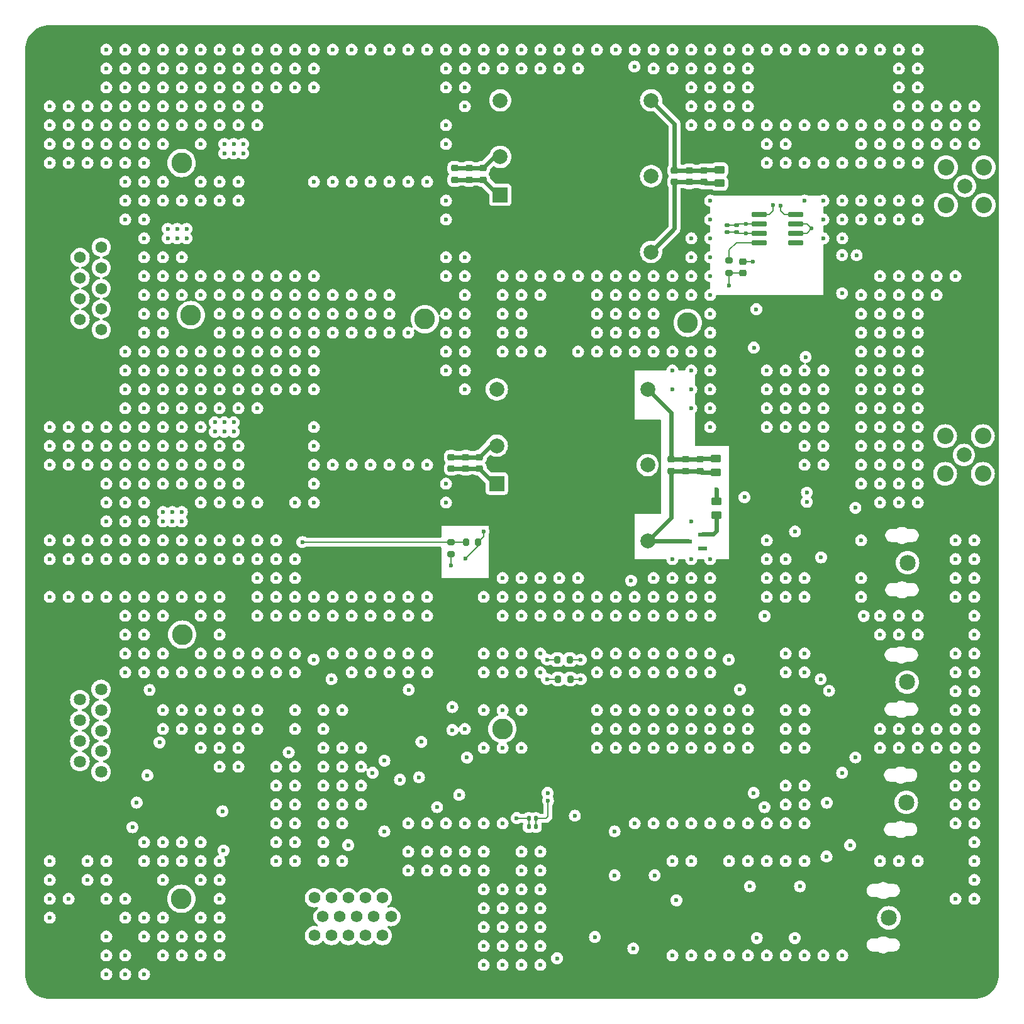
<source format=gbr>
%TF.GenerationSoftware,KiCad,Pcbnew,8.0.6*%
%TF.CreationDate,2025-05-16T10:58:21-04:00*%
%TF.ProjectId,3 - Charge_Pre-Amplifier,33202d20-4368-4617-9267-655f5072652d,rev?*%
%TF.SameCoordinates,Original*%
%TF.FileFunction,Copper,L10,Bot*%
%TF.FilePolarity,Positive*%
%FSLAX46Y46*%
G04 Gerber Fmt 4.6, Leading zero omitted, Abs format (unit mm)*
G04 Created by KiCad (PCBNEW 8.0.6) date 2025-05-16 10:58:21*
%MOMM*%
%LPD*%
G01*
G04 APERTURE LIST*
G04 Aperture macros list*
%AMRoundRect*
0 Rectangle with rounded corners*
0 $1 Rounding radius*
0 $2 $3 $4 $5 $6 $7 $8 $9 X,Y pos of 4 corners*
0 Add a 4 corners polygon primitive as box body*
4,1,4,$2,$3,$4,$5,$6,$7,$8,$9,$2,$3,0*
0 Add four circle primitives for the rounded corners*
1,1,$1+$1,$2,$3*
1,1,$1+$1,$4,$5*
1,1,$1+$1,$6,$7*
1,1,$1+$1,$8,$9*
0 Add four rect primitives between the rounded corners*
20,1,$1+$1,$2,$3,$4,$5,0*
20,1,$1+$1,$4,$5,$6,$7,0*
20,1,$1+$1,$6,$7,$8,$9,0*
20,1,$1+$1,$8,$9,$2,$3,0*%
G04 Aperture macros list end*
%TA.AperFunction,ComponentPad*%
%ADD10C,2.159000*%
%TD*%
%TA.AperFunction,SMDPad,CuDef*%
%ADD11RoundRect,0.073750X0.556250X0.221250X-0.556250X0.221250X-0.556250X-0.221250X0.556250X-0.221250X0*%
%TD*%
%TA.AperFunction,ComponentPad*%
%ADD12R,2.000000X2.000000*%
%TD*%
%TA.AperFunction,ComponentPad*%
%ADD13C,2.000000*%
%TD*%
%TA.AperFunction,ComponentPad*%
%ADD14C,2.800000*%
%TD*%
%TA.AperFunction,ComponentPad*%
%ADD15C,1.560000*%
%TD*%
%TA.AperFunction,ComponentPad*%
%ADD16C,4.216000*%
%TD*%
%TA.AperFunction,ComponentPad*%
%ADD17C,2.006600*%
%TD*%
%TA.AperFunction,ComponentPad*%
%ADD18C,2.209800*%
%TD*%
%TA.AperFunction,ComponentPad*%
%ADD19C,6.400000*%
%TD*%
%TA.AperFunction,ComponentPad*%
%ADD20C,1.575000*%
%TD*%
%TA.AperFunction,ComponentPad*%
%ADD21C,1.635000*%
%TD*%
%TA.AperFunction,SMDPad,CuDef*%
%ADD22RoundRect,0.140000X-0.140000X-0.170000X0.140000X-0.170000X0.140000X0.170000X-0.140000X0.170000X0*%
%TD*%
%TA.AperFunction,SMDPad,CuDef*%
%ADD23RoundRect,0.200000X0.200000X0.275000X-0.200000X0.275000X-0.200000X-0.275000X0.200000X-0.275000X0*%
%TD*%
%TA.AperFunction,SMDPad,CuDef*%
%ADD24RoundRect,0.140000X0.170000X-0.140000X0.170000X0.140000X-0.170000X0.140000X-0.170000X-0.140000X0*%
%TD*%
%TA.AperFunction,SMDPad,CuDef*%
%ADD25RoundRect,0.250000X-0.450000X0.262500X-0.450000X-0.262500X0.450000X-0.262500X0.450000X0.262500X0*%
%TD*%
%TA.AperFunction,SMDPad,CuDef*%
%ADD26RoundRect,0.225000X0.250000X-0.225000X0.250000X0.225000X-0.250000X0.225000X-0.250000X-0.225000X0*%
%TD*%
%TA.AperFunction,SMDPad,CuDef*%
%ADD27RoundRect,0.200000X-0.275000X0.200000X-0.275000X-0.200000X0.275000X-0.200000X0.275000X0.200000X0*%
%TD*%
%TA.AperFunction,SMDPad,CuDef*%
%ADD28RoundRect,0.075000X0.910000X0.225000X-0.910000X0.225000X-0.910000X-0.225000X0.910000X-0.225000X0*%
%TD*%
%TA.AperFunction,SMDPad,CuDef*%
%ADD29RoundRect,0.250000X0.450000X-0.262500X0.450000X0.262500X-0.450000X0.262500X-0.450000X-0.262500X0*%
%TD*%
%TA.AperFunction,SMDPad,CuDef*%
%ADD30RoundRect,0.225000X-0.250000X0.225000X-0.250000X-0.225000X0.250000X-0.225000X0.250000X0.225000X0*%
%TD*%
%TA.AperFunction,SMDPad,CuDef*%
%ADD31RoundRect,0.200000X-0.200000X-0.275000X0.200000X-0.275000X0.200000X0.275000X-0.200000X0.275000X0*%
%TD*%
%TA.AperFunction,ViaPad*%
%ADD32C,0.600000*%
%TD*%
%TA.AperFunction,ViaPad*%
%ADD33C,1.500000*%
%TD*%
%TA.AperFunction,Conductor*%
%ADD34C,0.600000*%
%TD*%
%TA.AperFunction,Conductor*%
%ADD35C,0.200000*%
%TD*%
G04 APERTURE END LIST*
D10*
%TO.P,P4,1,1*%
%TO.N,Net-(M3-Pad3)*%
X323780000Y-170190201D03*
%TD*%
%TO.P,P3,1,1*%
%TO.N,Net-(P3-Pad1)*%
X326120000Y-154650000D03*
%TD*%
%TO.P,P2,1,1*%
%TO.N,Net-(P2-Pad1)*%
X326220000Y-138470201D03*
%TD*%
%TO.P,P1,1,1*%
%TO.N,Net-(M4-Pad3)*%
X326300000Y-122390000D03*
%TD*%
D11*
%TO.P,D1,1,1*%
%TO.N,Net-(D1-Pad1)*%
X298660000Y-118580000D03*
%TO.P,D1,2,2*%
%TO.N,unconnected-(D1-Pad2)*%
X298660000Y-120480000D03*
%TO.P,D1,3,3*%
%TO.N,/PM_5V_RTN*%
X296700000Y-119530000D03*
%TD*%
D12*
%TO.P,U4,1,+VIN*%
%TO.N,/Main_Converter/V_POS*%
X271000000Y-111750000D03*
D13*
%TO.P,U4,2,-VIN*%
%TO.N,/Main_Converter/V_RTN*%
X271000000Y-106650000D03*
%TO.P,U4,3,+VOUT*%
%TO.N,/PM_5V_RTN*%
X291300000Y-119450000D03*
%TO.P,U4,4,TRIM*%
%TO.N,unconnected-(U4-TRIM-Pad4)*%
X291300000Y-109250000D03*
%TO.P,U4,5,-VOUT*%
%TO.N,/M5V*%
X291300000Y-99050000D03*
%TO.P,U4,6,REMOTE*%
%TO.N,/Enable_CKT/Enable*%
X271000000Y-99050000D03*
%TD*%
D14*
%TO.P,Telem_RTN1,1,1*%
%TO.N,/PM_5V_TELEM_RTN*%
X271750000Y-144770000D03*
%TD*%
D15*
%TO.P,J1,1*%
%TO.N,/V_SEC_RTN*%
X217755000Y-79935000D03*
%TO.P,J1,2*%
X217755000Y-82705000D03*
%TO.P,J1,3*%
%TO.N,unconnected-(J1-Pad3)*%
X217755000Y-85475000D03*
%TO.P,J1,4*%
%TO.N,/V_SEC_RTN*%
X217755000Y-88245000D03*
%TO.P,J1,5*%
X217755000Y-91015000D03*
%TO.P,J1,6*%
%TO.N,/V_SEC_IN*%
X214915000Y-81320000D03*
%TO.P,J1,7*%
X214915000Y-84090000D03*
%TO.P,J1,8*%
X214915000Y-86860000D03*
%TO.P,J1,9*%
X214915000Y-89630000D03*
D16*
%TO.P,J1,S1*%
%TO.N,GNDPWR*%
X216335000Y-72975000D03*
%TO.P,J1,S2*%
X216335000Y-97975000D03*
%TD*%
D14*
%TO.P,-5V1,1,1*%
%TO.N,/M5_TELEM*%
X228660000Y-132080000D03*
%TD*%
D17*
%TO.P,J4,1,SIGNAL*%
%TO.N,/M5V_OUT*%
X333883000Y-107895000D03*
D18*
%TO.P,J4,2,GND*%
%TO.N,/PM_5V_RTN*%
X336423000Y-105355000D03*
%TO.P,J4,3,GND*%
X331343000Y-105355000D03*
%TO.P,J4,4,GND*%
X331343000Y-110435000D03*
%TO.P,J4,5,GND*%
X336423000Y-110435000D03*
%TD*%
D19*
%TO.P,H3,1,1*%
%TO.N,GNDPWR*%
X333000000Y-90000000D03*
%TD*%
D14*
%TO.P,+5V1,1,1*%
%TO.N,/P5_TELEM*%
X228540000Y-167640000D03*
%TD*%
D19*
%TO.P,H1,1,1*%
%TO.N,GNDPWR*%
X214000000Y-56000000D03*
%TD*%
%TO.P,H2,1,1*%
%TO.N,GNDPWR*%
X333000000Y-56000000D03*
%TD*%
D20*
%TO.P,J3,1*%
%TO.N,/TEMP_MON*%
X255606000Y-167510000D03*
%TO.P,J3,2*%
%TO.N,/M5V_V_MON*%
X253316000Y-167510000D03*
%TO.P,J3,3*%
%TO.N,/P5V_V_MON*%
X251026000Y-167510000D03*
%TO.P,J3,4*%
%TO.N,/M5V_I_MON*%
X248736000Y-167510000D03*
%TO.P,J3,5*%
%TO.N,/P5V_I_MON*%
X246446000Y-167510000D03*
%TO.P,J3,6*%
%TO.N,/PM_5V_TELEM_RTN*%
X256751000Y-170050000D03*
%TO.P,J3,7*%
X254461000Y-170050000D03*
%TO.P,J3,8*%
X252171000Y-170050000D03*
%TO.P,J3,9*%
X249881000Y-170050000D03*
%TO.P,J3,10*%
X247591000Y-170050000D03*
%TO.P,J3,11*%
%TO.N,unconnected-(J3-Pad11)*%
X255606000Y-172590000D03*
%TO.P,J3,12*%
%TO.N,unconnected-(J3-Pad12)*%
X253316000Y-172590000D03*
%TO.P,J3,13*%
%TO.N,unconnected-(J3-Pad13)*%
X251026000Y-172590000D03*
%TO.P,J3,14*%
%TO.N,/Enable+*%
X248736000Y-172590000D03*
%TO.P,J3,15*%
%TO.N,/Enable-*%
X246446000Y-172590000D03*
D16*
%TO.P,J3,S1*%
%TO.N,GNDPWR*%
X238785000Y-170050000D03*
%TO.P,J3,S2*%
X263775000Y-170050000D03*
%TD*%
D17*
%TO.P,J5,1,SIGNAL*%
%TO.N,/P5V_OUT*%
X334010000Y-71705000D03*
D18*
%TO.P,J5,2,GND*%
%TO.N,/PM_5V_RTN*%
X336550000Y-69165000D03*
%TO.P,J5,3,GND*%
X331470000Y-69165000D03*
%TO.P,J5,4,GND*%
X331470000Y-74245000D03*
%TO.P,J5,5,GND*%
X336550000Y-74245000D03*
%TD*%
D14*
%TO.P,V_{EN}1,1,1*%
%TO.N,/Enable_CKT/Enable*%
X261320000Y-89620000D03*
%TD*%
D19*
%TO.P,H8,1,1*%
%TO.N,GNDPWR*%
X280000000Y-90000000D03*
%TD*%
D21*
%TO.P,J2,1*%
%TO.N,/PM_5V_TELEM_RTN*%
X217720000Y-150540000D03*
%TO.P,J2,2*%
X217720000Y-147770000D03*
%TO.P,J2,3*%
%TO.N,unconnected-(J2-Pad3)*%
X217720000Y-145000000D03*
%TO.P,J2,4*%
%TO.N,/PM_5V_TELEM_RTN*%
X217720000Y-142230000D03*
%TO.P,J2,5*%
X217720000Y-139460000D03*
%TO.P,J2,6*%
%TO.N,/P5_TELEM*%
X214880000Y-149155000D03*
%TO.P,J2,7*%
X214880000Y-146385000D03*
%TO.P,J2,8*%
%TO.N,/M5_TELEM*%
X214880000Y-143615000D03*
%TO.P,J2,9*%
X214880000Y-140845000D03*
D16*
%TO.P,J2,S1*%
%TO.N,GNDPWR*%
X216300000Y-132500000D03*
%TO.P,J2,S2*%
X216300000Y-157500000D03*
%TD*%
D14*
%TO.P,+12V1,1,1*%
%TO.N,/V_SEC_IN*%
X228570000Y-68590000D03*
%TD*%
D19*
%TO.P,H5,1,1*%
%TO.N,GNDPWR*%
X280000000Y-144000000D03*
%TD*%
D12*
%TO.P,U1,1,+VIN*%
%TO.N,/Main_Converter1/V_POS*%
X271470000Y-72865000D03*
D13*
%TO.P,U1,2,-VIN*%
%TO.N,/Main_Converter1/V_RTN*%
X271470000Y-67765000D03*
%TO.P,U1,3,+VOUT*%
%TO.N,/P5V*%
X291770000Y-80565000D03*
%TO.P,U1,4,TRIM*%
%TO.N,unconnected-(U1-TRIM-Pad4)*%
X291770000Y-70365000D03*
%TO.P,U1,5,-VOUT*%
%TO.N,/PM_5V_RTN*%
X291770000Y-60165000D03*
%TO.P,U1,6,REMOTE*%
%TO.N,/Enable_CKT/Enable*%
X271470000Y-60165000D03*
%TD*%
D14*
%TO.P,+12V_RTN1,1,1*%
%TO.N,/V_SEC_RTN*%
X229810000Y-89060000D03*
%TD*%
%TO.P,+/-5V_{RTN}1,1,1*%
%TO.N,/PM_5V_RTN*%
X296700000Y-90100000D03*
%TD*%
D19*
%TO.P,H7,1,1*%
%TO.N,GNDPWR*%
X333000000Y-174000000D03*
%TD*%
%TO.P,H4,1,1*%
%TO.N,GNDPWR*%
X214000000Y-114000000D03*
%TD*%
%TO.P,H9,1,1*%
%TO.N,GNDPWR*%
X214000000Y-174000000D03*
%TD*%
D22*
%TO.P,C36,1*%
%TO.N,/Telemetry_CKT/V3p3*%
X275300000Y-157940000D03*
%TO.P,C36,2*%
%TO.N,/PM_5V_TELEM_RTN*%
X276260000Y-157940000D03*
%TD*%
D23*
%TO.P,R19,1*%
%TO.N,Net-(C32-Pad2)*%
X280815000Y-135460000D03*
%TO.P,R19,2*%
%TO.N,/P5V_I_MON*%
X279165000Y-135460000D03*
%TD*%
D24*
%TO.P,C29,1*%
%TO.N,/Telemetry_CKT/V3p3*%
X301965000Y-77905000D03*
%TO.P,C29,2*%
%TO.N,/PM_5V_TELEM_RTN*%
X301965000Y-76945000D03*
%TD*%
D25*
%TO.P,R3,1*%
%TO.N,/M5V*%
X300560000Y-114137500D03*
%TO.P,R3,2*%
%TO.N,Net-(D1-Pad1)*%
X300560000Y-115962500D03*
%TD*%
D26*
%TO.P,C7,1*%
%TO.N,/Main_Converter1/V_POS*%
X269125000Y-70840000D03*
%TO.P,C7,2*%
%TO.N,/Main_Converter1/V_RTN*%
X269125000Y-69290000D03*
%TD*%
%TO.P,C21,1*%
%TO.N,/PM_5V_RTN*%
X294455000Y-110035000D03*
%TO.P,C21,2*%
%TO.N,/M5V*%
X294455000Y-108485000D03*
%TD*%
%TO.P,C22,1*%
%TO.N,/PM_5V_RTN*%
X296425000Y-110035000D03*
%TO.P,C22,2*%
%TO.N,/M5V*%
X296425000Y-108485000D03*
%TD*%
%TO.P,C19,1*%
%TO.N,/Main_Converter/V_POS*%
X266805000Y-109725000D03*
%TO.P,C19,2*%
%TO.N,/Main_Converter/V_RTN*%
X266805000Y-108175000D03*
%TD*%
D27*
%TO.P,R18,1*%
%TO.N,Net-(U6-OUT)*%
X302270000Y-81745000D03*
%TO.P,R18,2*%
%TO.N,Net-(C32-Pad2)*%
X302270000Y-83395000D03*
%TD*%
%TO.P,R10,1*%
%TO.N,/V_SEC_IN*%
X264860000Y-119635000D03*
%TO.P,R10,2*%
%TO.N,Net-(M2-Pad1)*%
X264860000Y-121285000D03*
%TD*%
D28*
%TO.P,U6,1,-IN*%
%TO.N,/P5V_OUT*%
X311235000Y-75505000D03*
%TO.P,U6,2,GND*%
%TO.N,/PM_5V_TELEM_RTN*%
X311235000Y-76775000D03*
%TO.P,U6,3,REF2*%
X311235000Y-78045000D03*
%TO.P,U6,4*%
%TO.N,N/C*%
X311235000Y-79315000D03*
%TO.P,U6,5,OUT*%
%TO.N,Net-(U6-OUT)*%
X306295000Y-79315000D03*
%TO.P,U6,6,V+*%
%TO.N,/Telemetry_CKT/V3p3*%
X306295000Y-78045000D03*
%TO.P,U6,7,REF1*%
%TO.N,/PM_5V_TELEM_RTN*%
X306295000Y-76775000D03*
%TO.P,U6,8,+IN*%
%TO.N,/P5V*%
X306295000Y-75505000D03*
%TD*%
D29*
%TO.P,R15,1*%
%TO.N,/PM_5V_RTN*%
X300515000Y-110212500D03*
%TO.P,R15,2*%
%TO.N,/M5V*%
X300515000Y-108387500D03*
%TD*%
D26*
%TO.P,C6,1*%
%TO.N,/Main_Converter1/V_POS*%
X267275000Y-70840000D03*
%TO.P,C6,2*%
%TO.N,/Main_Converter1/V_RTN*%
X267275000Y-69290000D03*
%TD*%
%TO.P,C9,1*%
%TO.N,/P5V*%
X296895000Y-71150000D03*
%TO.P,C9,2*%
%TO.N,/PM_5V_RTN*%
X296895000Y-69600000D03*
%TD*%
%TO.P,C8,1*%
%TO.N,/P5V*%
X294925000Y-71150000D03*
%TO.P,C8,2*%
%TO.N,/PM_5V_RTN*%
X294925000Y-69600000D03*
%TD*%
%TO.P,C10,1*%
%TO.N,/P5V*%
X298865000Y-71150000D03*
%TO.P,C10,2*%
%TO.N,/PM_5V_RTN*%
X298865000Y-69600000D03*
%TD*%
D30*
%TO.P,C32,1*%
%TO.N,/PM_5V_TELEM_RTN*%
X304125000Y-81840000D03*
%TO.P,C32,2*%
%TO.N,Net-(C32-Pad2)*%
X304125000Y-83390000D03*
%TD*%
D29*
%TO.P,R5,1*%
%TO.N,/P5V*%
X300985000Y-71327500D03*
%TO.P,R5,2*%
%TO.N,/PM_5V_RTN*%
X300985000Y-69502500D03*
%TD*%
D26*
%TO.P,C20,1*%
%TO.N,/Main_Converter/V_POS*%
X268655000Y-109725000D03*
%TO.P,C20,2*%
%TO.N,/Main_Converter/V_RTN*%
X268655000Y-108175000D03*
%TD*%
D31*
%TO.P,R12,1*%
%TO.N,/V_SEC_IN*%
X266825000Y-119640000D03*
%TO.P,R12,2*%
%TO.N,/Enable_CKT/Enable*%
X268475000Y-119640000D03*
%TD*%
D24*
%TO.P,C28,1*%
%TO.N,/Telemetry_CKT/V3p3*%
X303305000Y-77905000D03*
%TO.P,C28,2*%
%TO.N,/PM_5V_TELEM_RTN*%
X303305000Y-76945000D03*
%TD*%
D26*
%TO.P,C5,1*%
%TO.N,/Main_Converter1/V_POS*%
X265335000Y-70840000D03*
%TO.P,C5,2*%
%TO.N,/Main_Converter1/V_RTN*%
X265335000Y-69290000D03*
%TD*%
%TO.P,C23,1*%
%TO.N,/PM_5V_RTN*%
X298395000Y-110035000D03*
%TO.P,C23,2*%
%TO.N,/M5V*%
X298395000Y-108485000D03*
%TD*%
D23*
%TO.P,R35,1*%
%TO.N,Net-(C31-Pad2)*%
X280895000Y-138060000D03*
%TO.P,R35,2*%
%TO.N,/M5V_I_MON*%
X279245000Y-138060000D03*
%TD*%
D22*
%TO.P,C37,1*%
%TO.N,/Telemetry_CKT/V3p3*%
X275300000Y-156810000D03*
%TO.P,C37,2*%
%TO.N,/PM_5V_TELEM_RTN*%
X276260000Y-156810000D03*
%TD*%
D26*
%TO.P,C18,1*%
%TO.N,/Main_Converter/V_POS*%
X264865000Y-109725000D03*
%TO.P,C18,2*%
%TO.N,/Main_Converter/V_RTN*%
X264865000Y-108175000D03*
%TD*%
D32*
%TO.N,/PM_5V_RTN*%
X289520000Y-55620000D03*
X289080000Y-124820000D03*
X319440000Y-81020000D03*
D33*
%TO.N,GNDPWR*%
X284480000Y-74930000D03*
X279400000Y-111760000D03*
X287020000Y-111760000D03*
X276860000Y-116840000D03*
X284480000Y-111760000D03*
X279400000Y-104140000D03*
X279400000Y-72390000D03*
X281940000Y-111760000D03*
X284480000Y-119380000D03*
X279400000Y-62230000D03*
X274320000Y-114300000D03*
X281940000Y-101600000D03*
X279400000Y-77470000D03*
X274320000Y-106680000D03*
X274320000Y-80010000D03*
X284480000Y-106680000D03*
X276860000Y-106680000D03*
X276860000Y-64770000D03*
X276860000Y-77470000D03*
X281940000Y-59690000D03*
X287020000Y-114300000D03*
X284480000Y-116840000D03*
X284480000Y-109220000D03*
X279400000Y-69850000D03*
X281940000Y-104140000D03*
X284480000Y-77470000D03*
X276860000Y-104140000D03*
X276860000Y-114300000D03*
X276860000Y-59690000D03*
X287020000Y-74930000D03*
X284480000Y-69850000D03*
X276860000Y-101600000D03*
X279400000Y-114300000D03*
X281940000Y-80010000D03*
X284480000Y-80010000D03*
X276860000Y-69850000D03*
X274320000Y-77470000D03*
X287020000Y-104140000D03*
X276860000Y-62230000D03*
X274320000Y-116840000D03*
X274320000Y-109220000D03*
X281940000Y-64770000D03*
X287020000Y-106680000D03*
X287020000Y-80010000D03*
X284480000Y-99060000D03*
X279400000Y-101600000D03*
X279400000Y-106680000D03*
X287020000Y-69850000D03*
X287020000Y-119380000D03*
X284480000Y-101600000D03*
X281940000Y-114300000D03*
X281940000Y-116840000D03*
X279400000Y-59690000D03*
X279400000Y-80010000D03*
X284480000Y-62230000D03*
X276860000Y-72390000D03*
X287020000Y-116840000D03*
X276860000Y-80010000D03*
X274320000Y-104140000D03*
X287020000Y-99060000D03*
X274320000Y-99060000D03*
X281940000Y-109220000D03*
X287020000Y-64770000D03*
X281940000Y-62230000D03*
X274320000Y-101600000D03*
X279400000Y-99060000D03*
X279400000Y-116840000D03*
D32*
X284010000Y-124810000D03*
D33*
X290195000Y-113665000D03*
X287020000Y-62230000D03*
X279400000Y-67310000D03*
X271780000Y-119380000D03*
X281940000Y-67310000D03*
X287020000Y-67310000D03*
X287020000Y-109220000D03*
X284480000Y-59690000D03*
X281940000Y-119380000D03*
X281940000Y-74930000D03*
X276860000Y-74930000D03*
D32*
X284810000Y-55620000D03*
D33*
X279400000Y-109220000D03*
X281940000Y-77470000D03*
X279400000Y-64770000D03*
X281940000Y-69850000D03*
X284480000Y-64770000D03*
X281940000Y-99060000D03*
X281940000Y-72390000D03*
X271780000Y-116840000D03*
X287020000Y-72390000D03*
X284480000Y-72390000D03*
X276860000Y-67310000D03*
X276860000Y-99060000D03*
X276860000Y-119380000D03*
X271780000Y-80010000D03*
X284480000Y-114300000D03*
X281940000Y-106680000D03*
X274320000Y-119380000D03*
X279400000Y-74930000D03*
X279400000Y-119380000D03*
X284480000Y-67310000D03*
X287020000Y-101600000D03*
X287020000Y-77470000D03*
X284480000Y-104140000D03*
X276860000Y-109220000D03*
X276860000Y-111760000D03*
X271780000Y-77470000D03*
X274320000Y-111760000D03*
X287020000Y-59690000D03*
D32*
%TO.N,/V_SEC_RTN*%
X276860000Y-93980000D03*
X320040000Y-63500000D03*
X299720000Y-81280000D03*
X269240000Y-127000000D03*
X297180000Y-53340000D03*
X233680000Y-60960000D03*
X236220000Y-60960000D03*
X220980000Y-93980000D03*
X246380000Y-86360000D03*
X236220000Y-119380000D03*
X223520000Y-60960000D03*
X226060000Y-119380000D03*
X302260000Y-53340000D03*
X284480000Y-83820000D03*
X238760000Y-127000000D03*
X327660000Y-55880000D03*
X238760000Y-91440000D03*
X233045000Y-103505000D03*
X233680000Y-53340000D03*
X236220000Y-101600000D03*
X314960000Y-53340000D03*
X213360000Y-121920000D03*
X325120000Y-111760000D03*
X235585000Y-67310000D03*
X231140000Y-93980000D03*
X325120000Y-101600000D03*
X213360000Y-104140000D03*
X261620000Y-127000000D03*
X317500000Y-63500000D03*
X241300000Y-53340000D03*
X287020000Y-53340000D03*
X281940000Y-129540000D03*
X218440000Y-104140000D03*
X307340000Y-121920000D03*
X215900000Y-63500000D03*
X325120000Y-88900000D03*
X215900000Y-109220000D03*
X248920000Y-53340000D03*
X226060000Y-55880000D03*
X226060000Y-60960000D03*
X309880000Y-101600000D03*
X236220000Y-86360000D03*
X264160000Y-91440000D03*
X332740000Y-60960000D03*
X314960000Y-109220000D03*
X223520000Y-83820000D03*
X241300000Y-99060000D03*
X299720000Y-93980000D03*
X220980000Y-68580000D03*
X325120000Y-93980000D03*
X320040000Y-106680000D03*
X220980000Y-111760000D03*
X327660000Y-99060000D03*
X233680000Y-83820000D03*
X228600000Y-60960000D03*
X297180000Y-60960000D03*
X243840000Y-53340000D03*
X297180000Y-101600000D03*
X241300000Y-127000000D03*
X210820000Y-60960000D03*
X271780000Y-55880000D03*
X289560000Y-127000000D03*
X309880000Y-121920000D03*
X210820000Y-66040000D03*
X294640000Y-83820000D03*
X284480000Y-129540000D03*
X223520000Y-104140000D03*
X327660000Y-111760000D03*
X236220000Y-109220000D03*
X256540000Y-53340000D03*
X325120000Y-99060000D03*
X312420000Y-68580000D03*
X238760000Y-60960000D03*
X226060000Y-83820000D03*
X299720000Y-86360000D03*
X220980000Y-71120000D03*
X294640000Y-55880000D03*
X231140000Y-71120000D03*
X309880000Y-127000000D03*
X325120000Y-109220000D03*
X220980000Y-66040000D03*
X299720000Y-76200000D03*
X320040000Y-101600000D03*
X213360000Y-119380000D03*
X231140000Y-86360000D03*
X236220000Y-63500000D03*
X294640000Y-127000000D03*
X325120000Y-63500000D03*
X231140000Y-104140000D03*
X266700000Y-60960000D03*
X231140000Y-119380000D03*
X231140000Y-101600000D03*
X223520000Y-73660000D03*
X223520000Y-93980000D03*
X320040000Y-99060000D03*
X236220000Y-88900000D03*
X289560000Y-83820000D03*
X226060000Y-109220000D03*
X309880000Y-53340000D03*
X274320000Y-83820000D03*
X234315000Y-103505000D03*
X327660000Y-104140000D03*
X279400000Y-127000000D03*
X241300000Y-55880000D03*
X292100000Y-88900000D03*
X281940000Y-124460000D03*
X223520000Y-109220000D03*
X228600000Y-86360000D03*
X264160000Y-96520000D03*
X241300000Y-88900000D03*
X236220000Y-73660000D03*
X312420000Y-63500000D03*
X256540000Y-129540000D03*
X231140000Y-53340000D03*
X325120000Y-86360000D03*
X292100000Y-55880000D03*
X223520000Y-63500000D03*
X231140000Y-58420000D03*
X271780000Y-83820000D03*
X325120000Y-55880000D03*
X235585000Y-66040000D03*
X281940000Y-127000000D03*
X322580000Y-111760000D03*
X226060000Y-86360000D03*
X264160000Y-111760000D03*
X327660000Y-109220000D03*
X215900000Y-121920000D03*
X274320000Y-127000000D03*
X220980000Y-101600000D03*
X231140000Y-83820000D03*
X259080000Y-109220000D03*
X251460000Y-129540000D03*
X320040000Y-93980000D03*
X215900000Y-106680000D03*
X238760000Y-86360000D03*
X220980000Y-109220000D03*
X271780000Y-129540000D03*
X251460000Y-127000000D03*
X226060000Y-73660000D03*
X228600000Y-55880000D03*
X320040000Y-68580000D03*
X299720000Y-124460000D03*
X228600000Y-96520000D03*
X309880000Y-96520000D03*
X297180000Y-116840000D03*
X218440000Y-109220000D03*
X220980000Y-116840000D03*
X213360000Y-66040000D03*
X220980000Y-119380000D03*
X307340000Y-104140000D03*
X248920000Y-88900000D03*
X220980000Y-73660000D03*
X292100000Y-93980000D03*
X236220000Y-58420000D03*
X309880000Y-104140000D03*
X276860000Y-86360000D03*
X228600000Y-99060000D03*
X299720000Y-53340000D03*
X304800000Y-53340000D03*
X228600000Y-106680000D03*
X284480000Y-91440000D03*
X238760000Y-129540000D03*
X233680000Y-109220000D03*
X223520000Y-53340000D03*
X294640000Y-124460000D03*
X297180000Y-96520000D03*
X322580000Y-63500000D03*
X243840000Y-96520000D03*
X312420000Y-127000000D03*
X297180000Y-127000000D03*
X223520000Y-88900000D03*
X314960000Y-104140000D03*
X264160000Y-58420000D03*
X233680000Y-96520000D03*
X243840000Y-83820000D03*
X292100000Y-124460000D03*
X223520000Y-81280000D03*
X320040000Y-76200000D03*
X226060000Y-91440000D03*
X238760000Y-58420000D03*
X210820000Y-106680000D03*
X287020000Y-91440000D03*
X236220000Y-71120000D03*
X279400000Y-129540000D03*
X241300000Y-121920000D03*
X274320000Y-93980000D03*
X327660000Y-93980000D03*
X226060000Y-99060000D03*
X238760000Y-99060000D03*
X299720000Y-127000000D03*
X246380000Y-96520000D03*
X307340000Y-101600000D03*
X289560000Y-129540000D03*
X269240000Y-53340000D03*
X233680000Y-101600000D03*
X312420000Y-101600000D03*
X322580000Y-104140000D03*
X292100000Y-127000000D03*
X236220000Y-99060000D03*
X246380000Y-58420000D03*
X215900000Y-60960000D03*
X246380000Y-111760000D03*
X292100000Y-83820000D03*
X248920000Y-109220000D03*
X231140000Y-99060000D03*
X243840000Y-58420000D03*
X223520000Y-58420000D03*
X228600000Y-119380000D03*
X332740000Y-63500000D03*
X213360000Y-109220000D03*
X243840000Y-127000000D03*
X264160000Y-55880000D03*
X246380000Y-127000000D03*
X231140000Y-114300000D03*
X228600000Y-53340000D03*
X325120000Y-68580000D03*
X231140000Y-73660000D03*
X325120000Y-53340000D03*
X218440000Y-53340000D03*
X307340000Y-124460000D03*
X327660000Y-66040000D03*
X294640000Y-93980000D03*
X299720000Y-121920000D03*
X210820000Y-119380000D03*
X281940000Y-83820000D03*
X236220000Y-96520000D03*
X322580000Y-99060000D03*
X241300000Y-129540000D03*
X236220000Y-53340000D03*
X302260000Y-55880000D03*
X304800000Y-63500000D03*
X243840000Y-55880000D03*
X279400000Y-55880000D03*
X274320000Y-53340000D03*
X256540000Y-86360000D03*
X246380000Y-71120000D03*
X238760000Y-53340000D03*
X238760000Y-83820000D03*
X261620000Y-53340000D03*
X264160000Y-53340000D03*
X218440000Y-111760000D03*
X287020000Y-88900000D03*
X294640000Y-96520000D03*
X220980000Y-60960000D03*
X266700000Y-88900000D03*
X281940000Y-55880000D03*
X259080000Y-129540000D03*
X276860000Y-127000000D03*
X264160000Y-114300000D03*
X251460000Y-109220000D03*
X330200000Y-63500000D03*
X264160000Y-66040000D03*
X220980000Y-114300000D03*
X284480000Y-93980000D03*
X246380000Y-109220000D03*
X335280000Y-60960000D03*
X317500000Y-78740000D03*
X220980000Y-121920000D03*
X325120000Y-73660000D03*
X307340000Y-63500000D03*
X276860000Y-124460000D03*
X297180000Y-124460000D03*
X233680000Y-71120000D03*
X256540000Y-109220000D03*
X226060000Y-96520000D03*
X248920000Y-127000000D03*
X243840000Y-86360000D03*
X261620000Y-109220000D03*
X320040000Y-111760000D03*
X327660000Y-88900000D03*
X254000000Y-71120000D03*
X254000000Y-53340000D03*
X218440000Y-121920000D03*
X309880000Y-63500000D03*
X309880000Y-68580000D03*
X274320000Y-129540000D03*
X254000000Y-91440000D03*
X332740000Y-66040000D03*
X218440000Y-58420000D03*
X226060000Y-101600000D03*
X235585000Y-103505000D03*
X325120000Y-83820000D03*
X266700000Y-99060000D03*
X312420000Y-106680000D03*
X314960000Y-78740000D03*
X266700000Y-86360000D03*
X307340000Y-96520000D03*
X246380000Y-99060000D03*
X271780000Y-127000000D03*
X320040000Y-104140000D03*
X215900000Y-68580000D03*
X314960000Y-68580000D03*
X307340000Y-119380000D03*
X223520000Y-66040000D03*
X210820000Y-63500000D03*
X312420000Y-99060000D03*
X231140000Y-66040000D03*
X243840000Y-91440000D03*
X264160000Y-93980000D03*
X243840000Y-124460000D03*
X246380000Y-104140000D03*
X236855000Y-66040000D03*
X223520000Y-71120000D03*
X297180000Y-83820000D03*
X223520000Y-111760000D03*
X322580000Y-68580000D03*
X220980000Y-106680000D03*
X236220000Y-106680000D03*
X292100000Y-91440000D03*
X287020000Y-129540000D03*
X322580000Y-88900000D03*
X325120000Y-96520000D03*
X215900000Y-66040000D03*
X243840000Y-129540000D03*
X234315000Y-104775000D03*
X317500000Y-73660000D03*
X332740000Y-83820000D03*
X228600000Y-93980000D03*
X233680000Y-111760000D03*
X266700000Y-91440000D03*
X226060000Y-58420000D03*
X231140000Y-96520000D03*
X254000000Y-129540000D03*
X271780000Y-86360000D03*
X246380000Y-129540000D03*
X251460000Y-71120000D03*
X259080000Y-71120000D03*
X294640000Y-129540000D03*
X299720000Y-96520000D03*
X246380000Y-53340000D03*
X223520000Y-55880000D03*
X307340000Y-127000000D03*
X254000000Y-109220000D03*
X256540000Y-71120000D03*
X241300000Y-119380000D03*
X231140000Y-109220000D03*
X264160000Y-76200000D03*
X327660000Y-86360000D03*
X241300000Y-83820000D03*
X228600000Y-104140000D03*
X233680000Y-88900000D03*
X246380000Y-83820000D03*
X314960000Y-63500000D03*
X226060000Y-121920000D03*
X220980000Y-55880000D03*
X322580000Y-73660000D03*
X218440000Y-106680000D03*
X243840000Y-99060000D03*
X266700000Y-58420000D03*
X241300000Y-96520000D03*
X231140000Y-106680000D03*
X274320000Y-91440000D03*
X320040000Y-66040000D03*
X327660000Y-83820000D03*
X246380000Y-93980000D03*
X228600000Y-111760000D03*
X220980000Y-99060000D03*
X264160000Y-88900000D03*
X299720000Y-101600000D03*
X233680000Y-106680000D03*
X256540000Y-127000000D03*
X312420000Y-104140000D03*
X299720000Y-91440000D03*
X228600000Y-58420000D03*
X327660000Y-96520000D03*
X238760000Y-124460000D03*
X304800000Y-58420000D03*
X314960000Y-106680000D03*
X233680000Y-121920000D03*
X322580000Y-66040000D03*
X264160000Y-81280000D03*
X233680000Y-58420000D03*
X271780000Y-91440000D03*
X213360000Y-60960000D03*
X314960000Y-99060000D03*
X238760000Y-93980000D03*
X312420000Y-109220000D03*
X231140000Y-63500000D03*
X236220000Y-121920000D03*
X254000000Y-127000000D03*
X236220000Y-93980000D03*
X220980000Y-96520000D03*
X220980000Y-104140000D03*
X276860000Y-53340000D03*
X327660000Y-106680000D03*
X236220000Y-114300000D03*
X299720000Y-55880000D03*
X279400000Y-53340000D03*
X317500000Y-68580000D03*
X322580000Y-96520000D03*
X243840000Y-114300000D03*
X246380000Y-114300000D03*
X320040000Y-86360000D03*
X314960000Y-96520000D03*
X330200000Y-60960000D03*
X259080000Y-127000000D03*
X297180000Y-63500000D03*
X299720000Y-83820000D03*
X297180000Y-93980000D03*
X223520000Y-119380000D03*
X220980000Y-63500000D03*
X228600000Y-121920000D03*
X226060000Y-66040000D03*
X264160000Y-73660000D03*
X294640000Y-86360000D03*
X327660000Y-76200000D03*
X210820000Y-104140000D03*
X327660000Y-58420000D03*
X307340000Y-99060000D03*
X327660000Y-73660000D03*
X335280000Y-63500000D03*
X223520000Y-101600000D03*
X251460000Y-86360000D03*
X228600000Y-81280000D03*
X238760000Y-88900000D03*
X223520000Y-68580000D03*
X276860000Y-83820000D03*
X251460000Y-53340000D03*
X314960000Y-76200000D03*
X327660000Y-114300000D03*
X233680000Y-91440000D03*
X279400000Y-124460000D03*
X322580000Y-106680000D03*
X294640000Y-121920000D03*
X233680000Y-63500000D03*
X243840000Y-88900000D03*
X241300000Y-124460000D03*
X233680000Y-73660000D03*
X309880000Y-99060000D03*
X226060000Y-81280000D03*
X287020000Y-86360000D03*
X266700000Y-83820000D03*
X287020000Y-83820000D03*
X325120000Y-91440000D03*
X299720000Y-63500000D03*
X236220000Y-91440000D03*
X223520000Y-76200000D03*
X299720000Y-129540000D03*
X292100000Y-129540000D03*
X327660000Y-63500000D03*
X322580000Y-86360000D03*
X231140000Y-55880000D03*
X231140000Y-60960000D03*
X223520000Y-86360000D03*
X327660000Y-53340000D03*
X276860000Y-129540000D03*
X307340000Y-68580000D03*
X284480000Y-127000000D03*
X243840000Y-121920000D03*
X322580000Y-91440000D03*
X327660000Y-60960000D03*
X299720000Y-104140000D03*
X307340000Y-66040000D03*
X274320000Y-86360000D03*
X213360000Y-106680000D03*
X251460000Y-91440000D03*
X254000000Y-86360000D03*
X238760000Y-114300000D03*
X223520000Y-121920000D03*
X302260000Y-58420000D03*
X233045000Y-104775000D03*
X233680000Y-86360000D03*
X325120000Y-66040000D03*
X322580000Y-53340000D03*
X233680000Y-93980000D03*
X218440000Y-116840000D03*
X320040000Y-96520000D03*
X327660000Y-91440000D03*
X309880000Y-124460000D03*
X299720000Y-58420000D03*
X218440000Y-60960000D03*
X218440000Y-114300000D03*
X302260000Y-63500000D03*
X289560000Y-53340000D03*
X330200000Y-66040000D03*
X228600000Y-63500000D03*
X226060000Y-111760000D03*
X223520000Y-78740000D03*
X246380000Y-91440000D03*
X215900000Y-104140000D03*
X325120000Y-60960000D03*
X246380000Y-55880000D03*
X226060000Y-53340000D03*
X299720000Y-60960000D03*
X233680000Y-114300000D03*
X226060000Y-104140000D03*
X304800000Y-60960000D03*
X231140000Y-121920000D03*
X236220000Y-55880000D03*
X238760000Y-55880000D03*
X325120000Y-106680000D03*
X299720000Y-73660000D03*
X223520000Y-91440000D03*
X320040000Y-109220000D03*
X238760000Y-96520000D03*
X248920000Y-91440000D03*
X241300000Y-93980000D03*
X297180000Y-55880000D03*
X312420000Y-53340000D03*
X236220000Y-111760000D03*
X210820000Y-109220000D03*
X228600000Y-73660000D03*
X312420000Y-124460000D03*
X314960000Y-73660000D03*
X330200000Y-83820000D03*
X210820000Y-121920000D03*
X302260000Y-60960000D03*
X289560000Y-93980000D03*
X238760000Y-119380000D03*
X243840000Y-93980000D03*
X259080000Y-91440000D03*
X220980000Y-53340000D03*
X325120000Y-114300000D03*
X220980000Y-58420000D03*
X228600000Y-83820000D03*
X223520000Y-114300000D03*
X312420000Y-73660000D03*
X322580000Y-109220000D03*
X297180000Y-78740000D03*
X218440000Y-68580000D03*
X266700000Y-81280000D03*
X327660000Y-68580000D03*
X284480000Y-53340000D03*
X304800000Y-55880000D03*
X228600000Y-101600000D03*
X256540000Y-91440000D03*
X317500000Y-53340000D03*
X220980000Y-76200000D03*
X236220000Y-83820000D03*
X241300000Y-91440000D03*
X234315000Y-67310000D03*
X238760000Y-63500000D03*
X226060000Y-93980000D03*
X287020000Y-93980000D03*
X256540000Y-88900000D03*
X254000000Y-88900000D03*
X325120000Y-76200000D03*
X246380000Y-88900000D03*
X226060000Y-88900000D03*
X299720000Y-88900000D03*
X226060000Y-106680000D03*
X320040000Y-53340000D03*
X226060000Y-71120000D03*
X322580000Y-101600000D03*
X223520000Y-106680000D03*
X281940000Y-53340000D03*
X322580000Y-76200000D03*
X248920000Y-86360000D03*
X320040000Y-88900000D03*
X266700000Y-96520000D03*
X307340000Y-53340000D03*
X231140000Y-111760000D03*
X322580000Y-83820000D03*
X269240000Y-55880000D03*
X320040000Y-91440000D03*
X228600000Y-109220000D03*
X299720000Y-78740000D03*
X218440000Y-66040000D03*
X325120000Y-58420000D03*
X261620000Y-71120000D03*
X294640000Y-53340000D03*
X223520000Y-116840000D03*
X238760000Y-101600000D03*
X246380000Y-106680000D03*
X309880000Y-66040000D03*
X292100000Y-53340000D03*
X294640000Y-99060000D03*
X335280000Y-66040000D03*
X297180000Y-81280000D03*
X226060000Y-63500000D03*
X261620000Y-129540000D03*
X264160000Y-63500000D03*
X320040000Y-73660000D03*
X271780000Y-124460000D03*
X236855000Y-67310000D03*
X274320000Y-55880000D03*
X289560000Y-88900000D03*
X218440000Y-63500000D03*
X264160000Y-83820000D03*
X271780000Y-93980000D03*
X223520000Y-99060000D03*
X276860000Y-55880000D03*
X251460000Y-88900000D03*
X259080000Y-53340000D03*
X234315000Y-66040000D03*
X266700000Y-93980000D03*
X287020000Y-127000000D03*
X274320000Y-88900000D03*
X248920000Y-129540000D03*
X233680000Y-99060000D03*
X330200000Y-86360000D03*
X210820000Y-68580000D03*
X218440000Y-119380000D03*
X279400000Y-83820000D03*
X266700000Y-53340000D03*
X297180000Y-86360000D03*
X289560000Y-91440000D03*
X289560000Y-86360000D03*
X213360000Y-63500000D03*
X241300000Y-58420000D03*
X238760000Y-121920000D03*
X299720000Y-99060000D03*
X314960000Y-101600000D03*
X325120000Y-104140000D03*
X274320000Y-124460000D03*
X297180000Y-121920000D03*
X218440000Y-55880000D03*
X213360000Y-68580000D03*
X317500000Y-76200000D03*
X284480000Y-88900000D03*
X233680000Y-119380000D03*
X297180000Y-58420000D03*
X266700000Y-55880000D03*
X312420000Y-96520000D03*
X327660000Y-101600000D03*
X322580000Y-93980000D03*
X284480000Y-86360000D03*
X241300000Y-86360000D03*
X235585000Y-104775000D03*
X215900000Y-119380000D03*
X292100000Y-86360000D03*
X223520000Y-96520000D03*
X271780000Y-88900000D03*
X322580000Y-114300000D03*
X271780000Y-53340000D03*
X297180000Y-129540000D03*
X281940000Y-93980000D03*
X233680000Y-55880000D03*
X297180000Y-99060000D03*
X248920000Y-71120000D03*
%TO.N,/P5V*%
X308175000Y-74295000D03*
%TO.N,/P5_TELEM*%
X259150000Y-139510000D03*
X305997500Y-172920000D03*
X315430000Y-154700000D03*
X223970000Y-151017500D03*
X305936200Y-88275000D03*
X224270000Y-139530000D03*
X315720000Y-139630000D03*
X303720000Y-139470000D03*
%TO.N,/M5V*%
X300560000Y-112540000D03*
%TO.N,/PM_5V_TELEM_RTN*%
X269240000Y-168910000D03*
X264160000Y-163830000D03*
X220980000Y-129540000D03*
X247650000Y-157480000D03*
X299720000Y-142240000D03*
X261620000Y-163830000D03*
X233680000Y-175260000D03*
X231140000Y-170180000D03*
X297180000Y-157480000D03*
X330200000Y-147320000D03*
X312420000Y-162560000D03*
X297180000Y-162560000D03*
X314960000Y-175260000D03*
X265940000Y-153650000D03*
X247650000Y-152400000D03*
X274320000Y-161290000D03*
X332740000Y-149860000D03*
X233680000Y-134620000D03*
X231140000Y-134620000D03*
X297180000Y-144780000D03*
X276860000Y-137160000D03*
X231140000Y-147320000D03*
X274320000Y-147320000D03*
X223520000Y-177800000D03*
X228600000Y-172720000D03*
X299720000Y-147320000D03*
X247650000Y-142240000D03*
X252730000Y-152400000D03*
X335280000Y-129540000D03*
X307340000Y-175260000D03*
X335280000Y-162560000D03*
X297180000Y-147320000D03*
X335280000Y-119380000D03*
X213360000Y-127000000D03*
X233680000Y-142240000D03*
X304800000Y-162560000D03*
X238760000Y-134620000D03*
X215900000Y-162560000D03*
X322580000Y-132080000D03*
X250190000Y-162560000D03*
X271780000Y-137160000D03*
X250190000Y-142240000D03*
X302260000Y-144780000D03*
X274320000Y-166370000D03*
X231140000Y-175260000D03*
X335280000Y-157480000D03*
X320040000Y-127000000D03*
X309880000Y-152400000D03*
X327660000Y-144780000D03*
X304800000Y-175260000D03*
X247650000Y-147320000D03*
X302260000Y-147320000D03*
X279110000Y-175649800D03*
X269240000Y-176530000D03*
X335280000Y-165100000D03*
X252730000Y-154940000D03*
X309880000Y-157480000D03*
X271780000Y-171450000D03*
X220980000Y-134620000D03*
X284480000Y-147320000D03*
X312420000Y-134620000D03*
X236220000Y-149860000D03*
X332740000Y-121920000D03*
X236220000Y-134620000D03*
X325120000Y-144780000D03*
X299720000Y-137160000D03*
X302260000Y-157480000D03*
X312420000Y-137160000D03*
X218440000Y-172720000D03*
X231140000Y-142240000D03*
X261620000Y-157480000D03*
X271780000Y-166370000D03*
X269240000Y-147320000D03*
X236220000Y-144780000D03*
X332740000Y-119380000D03*
X238760000Y-144780000D03*
X294640000Y-157480000D03*
X231140000Y-137160000D03*
X269240000Y-157480000D03*
X277890000Y-154410000D03*
X228600000Y-127000000D03*
X226060000Y-175260000D03*
X236220000Y-147320000D03*
X332740000Y-139700000D03*
X264160000Y-157480000D03*
X221970000Y-158010000D03*
X266700000Y-161290000D03*
X269240000Y-161290000D03*
X315380000Y-161940000D03*
X335280000Y-142240000D03*
X335280000Y-127000000D03*
X241300000Y-162560000D03*
X247650000Y-144780000D03*
X299720000Y-134620000D03*
X228600000Y-160020000D03*
X269240000Y-137160000D03*
X226060000Y-144780000D03*
X257960000Y-151610000D03*
X261620000Y-134620000D03*
X335280000Y-149860000D03*
X335280000Y-124460000D03*
X218440000Y-127000000D03*
X312420000Y-157480000D03*
X281510000Y-156450000D03*
X256540000Y-134620000D03*
X243840000Y-142240000D03*
X226060000Y-165100000D03*
X247650000Y-162560000D03*
X276860000Y-166370000D03*
X312420000Y-147320000D03*
X274320000Y-173990000D03*
X287020000Y-147320000D03*
X332740000Y-167640000D03*
X294640000Y-142240000D03*
X332740000Y-137160000D03*
X241300000Y-137160000D03*
X243840000Y-152400000D03*
X327660000Y-132080000D03*
X297180000Y-137160000D03*
X274320000Y-142240000D03*
X256540000Y-137160000D03*
X266700000Y-144780000D03*
X233680000Y-172720000D03*
X251460000Y-134620000D03*
X231140000Y-160020000D03*
X304800000Y-142240000D03*
X327660000Y-147320000D03*
X218440000Y-162560000D03*
X309880000Y-175260000D03*
X271780000Y-134620000D03*
X305445000Y-81840000D03*
X320390000Y-129570000D03*
X325120000Y-132080000D03*
X215900000Y-127000000D03*
X327660000Y-129540000D03*
X332740000Y-134620000D03*
X250190000Y-154940000D03*
X233680000Y-132080000D03*
X289560000Y-144780000D03*
X274320000Y-137160000D03*
X234070000Y-155860000D03*
X302260000Y-175260000D03*
X250190000Y-152400000D03*
X289560000Y-137160000D03*
X271780000Y-147320000D03*
X274320000Y-176530000D03*
X294640000Y-144780000D03*
X289560000Y-147320000D03*
X322580000Y-162560000D03*
X234220000Y-161135000D03*
X322580000Y-144780000D03*
X220980000Y-132080000D03*
X231140000Y-127000000D03*
X250190000Y-147320000D03*
X297180000Y-142240000D03*
X271780000Y-176530000D03*
X243840000Y-134620000D03*
X220980000Y-167640000D03*
X292257500Y-164469800D03*
X311127500Y-172920000D03*
X223520000Y-129540000D03*
X243840000Y-137160000D03*
X332740000Y-127000000D03*
X312420000Y-144780000D03*
X276860000Y-163830000D03*
X335280000Y-134620000D03*
X335280000Y-167640000D03*
X311817500Y-165960000D03*
X233680000Y-144780000D03*
X292100000Y-157480000D03*
X254000000Y-134620000D03*
X269240000Y-173990000D03*
X335280000Y-147320000D03*
X335280000Y-152400000D03*
X266700000Y-157480000D03*
X312745000Y-112955000D03*
X220980000Y-177800000D03*
X287020000Y-142240000D03*
X241300000Y-154940000D03*
X320040000Y-119380000D03*
X226060000Y-129540000D03*
X327660000Y-162560000D03*
X261620000Y-161290000D03*
X289560000Y-157480000D03*
X269240000Y-166370000D03*
X250190000Y-157480000D03*
X220980000Y-175260000D03*
X241300000Y-149860000D03*
X236220000Y-137160000D03*
X233680000Y-167640000D03*
X241300000Y-134620000D03*
X332740000Y-154940000D03*
X287020000Y-137160000D03*
X223520000Y-170180000D03*
X289377500Y-174329800D03*
X223520000Y-162560000D03*
X294640000Y-162560000D03*
X312420000Y-142240000D03*
X276860000Y-134620000D03*
X243840000Y-160020000D03*
X226060000Y-172720000D03*
X332740000Y-144780000D03*
X261620000Y-137160000D03*
X228600000Y-175260000D03*
X247650000Y-149860000D03*
X210820000Y-167640000D03*
X287020000Y-144780000D03*
X325120000Y-129540000D03*
X218440000Y-167640000D03*
X236220000Y-142240000D03*
X233680000Y-127000000D03*
X322580000Y-147320000D03*
X233680000Y-170180000D03*
X254000000Y-137160000D03*
X332740000Y-157480000D03*
X294640000Y-134620000D03*
X238760000Y-137160000D03*
X241300000Y-157480000D03*
X250190000Y-149860000D03*
X247650000Y-154940000D03*
X243840000Y-162560000D03*
X274320000Y-163830000D03*
X226060000Y-170180000D03*
X220980000Y-137160000D03*
X276860000Y-173990000D03*
X292100000Y-142240000D03*
X215900000Y-165100000D03*
X220980000Y-170180000D03*
X297180000Y-134620000D03*
X223520000Y-127000000D03*
X287020000Y-134620000D03*
X284480000Y-134620000D03*
X265010000Y-141820000D03*
X276860000Y-168910000D03*
X292100000Y-134620000D03*
X225610000Y-146590000D03*
X332740000Y-152400000D03*
X289560000Y-142240000D03*
X297180000Y-175260000D03*
X243840000Y-149860000D03*
X210820000Y-127000000D03*
X312420000Y-152400000D03*
X335280000Y-139700000D03*
X289560000Y-134620000D03*
X332740000Y-124460000D03*
X325120000Y-162560000D03*
X309880000Y-147320000D03*
X313365000Y-77415000D03*
X269240000Y-171450000D03*
X252730000Y-147320000D03*
X223520000Y-160020000D03*
X259080000Y-161290000D03*
X292100000Y-147320000D03*
X210820000Y-170180000D03*
X231140000Y-144780000D03*
X292100000Y-144780000D03*
X213360000Y-167640000D03*
X332740000Y-147320000D03*
X243840000Y-154940000D03*
X233680000Y-137160000D03*
X242990000Y-147930000D03*
X243840000Y-144780000D03*
X241300000Y-152400000D03*
X312420000Y-154940000D03*
X218440000Y-165100000D03*
X330200000Y-144780000D03*
X309880000Y-162560000D03*
X284480000Y-144780000D03*
X271780000Y-173990000D03*
X271780000Y-168910000D03*
X335280000Y-121920000D03*
X233680000Y-147320000D03*
X210820000Y-165100000D03*
X259080000Y-134620000D03*
X222530000Y-154690000D03*
X264160000Y-161290000D03*
X320040000Y-124460000D03*
X294640000Y-137160000D03*
X292100000Y-137160000D03*
X325120000Y-147320000D03*
X302260000Y-162560000D03*
X335280000Y-137160000D03*
X304350000Y-113580000D03*
X269240000Y-163830000D03*
X274320000Y-134620000D03*
X231140000Y-129540000D03*
X228600000Y-162560000D03*
X251460000Y-137160000D03*
X243840000Y-157480000D03*
X220980000Y-127000000D03*
X335280000Y-160020000D03*
X307340000Y-162560000D03*
X228600000Y-142240000D03*
X226060000Y-160020000D03*
X304800000Y-147320000D03*
X294640000Y-147320000D03*
X223520000Y-137160000D03*
X259080000Y-137160000D03*
X276860000Y-161290000D03*
X322580000Y-129540000D03*
X228600000Y-137160000D03*
X223520000Y-132080000D03*
X231140000Y-172720000D03*
X259080000Y-163830000D03*
X248920000Y-134620000D03*
X309880000Y-154940000D03*
X226060000Y-137160000D03*
X302260000Y-142240000D03*
X218440000Y-177800000D03*
X332740000Y-142240000D03*
X284480000Y-137160000D03*
X335280000Y-144780000D03*
X226060000Y-127000000D03*
X274320000Y-168910000D03*
X271780000Y-142240000D03*
X269240000Y-142240000D03*
X304535000Y-76775000D03*
X299720000Y-175260000D03*
X304800000Y-157480000D03*
X284480000Y-142240000D03*
X294640000Y-175260000D03*
X238760000Y-142240000D03*
X335280000Y-154940000D03*
X312420000Y-175260000D03*
X276860000Y-176530000D03*
X218440000Y-175260000D03*
X259080000Y-157480000D03*
X233680000Y-165100000D03*
X226060000Y-142240000D03*
X233680000Y-129540000D03*
X276860000Y-171450000D03*
X299720000Y-157480000D03*
X210820000Y-162560000D03*
X309880000Y-142240000D03*
X266700000Y-163830000D03*
X312576200Y-94715000D03*
X226060000Y-134620000D03*
X311145000Y-118195000D03*
X335280000Y-132080000D03*
X252730000Y-149860000D03*
X271780000Y-157480000D03*
X309880000Y-137160000D03*
X299720000Y-144780000D03*
X309880000Y-144780000D03*
X233680000Y-149860000D03*
X241300000Y-160020000D03*
X223520000Y-134620000D03*
X307340000Y-157480000D03*
X231140000Y-165100000D03*
X226060000Y-162560000D03*
X295177500Y-167840000D03*
X223520000Y-172720000D03*
X274320000Y-171450000D03*
X231140000Y-162560000D03*
X317500000Y-175260000D03*
X269240000Y-134620000D03*
X309880000Y-134620000D03*
X228600000Y-144780000D03*
X247650000Y-160020000D03*
X304800000Y-144780000D03*
X233680000Y-162560000D03*
%TO.N,/M5_TELEM*%
X284210000Y-172779800D03*
%TO.N,/Telemetry_CKT/V3p3*%
X265020000Y-144920000D03*
X305067500Y-165957500D03*
X304535000Y-78045000D03*
X312735000Y-114215000D03*
X273680000Y-156780000D03*
%TO.N,Net-(C31-Pad2)*%
X314645000Y-121675000D03*
X282310000Y-138080000D03*
X314610000Y-138080000D03*
%TO.N,Net-(C32-Pad2)*%
X282310000Y-135460000D03*
X302220000Y-135460000D03*
X302255000Y-85075000D03*
%TO.N,/Telemetry_CKT/nV3p3*%
X286860000Y-158570000D03*
X255870000Y-149050000D03*
X255860000Y-158570000D03*
X286860000Y-164479800D03*
%TO.N,/V_SEC_IN*%
X226060000Y-115570000D03*
X227965000Y-77470000D03*
X227330000Y-115570000D03*
X227965000Y-78740000D03*
X228600000Y-116840000D03*
X229235000Y-77470000D03*
X227330000Y-116840000D03*
X226060000Y-116840000D03*
X244820000Y-119630000D03*
X226695000Y-77470000D03*
X226695000Y-78740000D03*
X229235000Y-78740000D03*
X228600000Y-115570000D03*
%TO.N,/M5V_V_MON*%
X307050000Y-129580000D03*
X262970000Y-155300000D03*
X307040000Y-155300000D03*
%TO.N,/M5V_I_MON*%
X277760000Y-138080000D03*
X248750000Y-138080000D03*
%TO.N,/P5V_I_MON*%
X246350000Y-135460000D03*
X277760000Y-135460000D03*
%TO.N,/P5V_V_MON*%
X251000000Y-160420000D03*
X318560000Y-160420000D03*
%TO.N,/P5V_OUT*%
X309235000Y-74305000D03*
X317490000Y-81010000D03*
%TO.N,Net-(M2-Pad1)*%
X264860000Y-122740000D03*
%TO.N,/Enable_CKT/Enable*%
X266760000Y-121840000D03*
X269210000Y-118230000D03*
%TO.N,/Telemetry_CKT/V_TEMP*%
X305570000Y-153400000D03*
X277840000Y-153400000D03*
X305605000Y-93455000D03*
%TO.N,Net-(U11A-+INA)*%
X317480000Y-150690000D03*
X254290000Y-150690000D03*
X317480000Y-86140000D03*
%TO.N,Net-(U11B--INB)*%
X319270000Y-115010000D03*
X319270000Y-148610000D03*
X266990000Y-148630000D03*
%TO.N,Net-(U11B-B_OUT)*%
X260850000Y-146510000D03*
X260530000Y-151290000D03*
%TD*%
D34*
%TO.N,/PM_5V_RTN*%
X298865000Y-69600000D02*
X298962500Y-69502500D01*
X294925000Y-63320000D02*
X291770000Y-60165000D01*
X294925000Y-69600000D02*
X294925000Y-63320000D01*
X291300000Y-119450000D02*
X294690000Y-119450000D01*
X294455000Y-110035000D02*
X298395000Y-110035000D01*
X294455000Y-110035000D02*
X294455000Y-116295000D01*
X298395000Y-110035000D02*
X298572500Y-110212500D01*
X298962500Y-69502500D02*
X300985000Y-69502500D01*
X298572500Y-110212500D02*
X300515000Y-110212500D01*
X294925000Y-69600000D02*
X298865000Y-69600000D01*
X294455000Y-116295000D02*
X291300000Y-119450000D01*
X294750000Y-119510000D02*
X296712500Y-119510000D01*
X294690000Y-119450000D02*
X294750000Y-119510000D01*
%TO.N,/Main_Converter1/V_POS*%
X271470000Y-72865000D02*
X271150000Y-72865000D01*
X269125000Y-70840000D02*
X265335000Y-70840000D01*
X271150000Y-72865000D02*
X269125000Y-70840000D01*
%TO.N,/Main_Converter1/V_RTN*%
X271470000Y-67765000D02*
X270650000Y-67765000D01*
X270650000Y-67765000D02*
X269125000Y-69290000D01*
X269125000Y-69290000D02*
X265335000Y-69290000D01*
D35*
%TO.N,/P5V*%
X307675000Y-75505000D02*
X308025000Y-75155000D01*
D34*
X298865000Y-71150000D02*
X299042500Y-71327500D01*
D35*
X306295000Y-75505000D02*
X307675000Y-75505000D01*
D34*
X299042500Y-71327500D02*
X300985000Y-71327500D01*
X294925000Y-71150000D02*
X294925000Y-77410000D01*
X294925000Y-77410000D02*
X291770000Y-80565000D01*
D35*
X308025000Y-75155000D02*
X308175000Y-75005000D01*
X308175000Y-75005000D02*
X308175000Y-74295000D01*
D34*
X294925000Y-71150000D02*
X298865000Y-71150000D01*
%TO.N,/Main_Converter/V_POS*%
X268655000Y-109725000D02*
X264865000Y-109725000D01*
X270680000Y-111750000D02*
X268655000Y-109725000D01*
X271000000Y-111750000D02*
X270680000Y-111750000D01*
%TO.N,/Main_Converter/V_RTN*%
X270180000Y-106650000D02*
X268655000Y-108175000D01*
X271000000Y-106650000D02*
X270180000Y-106650000D01*
X268655000Y-108175000D02*
X264865000Y-108175000D01*
%TO.N,/M5V*%
X298395000Y-108485000D02*
X298492500Y-108387500D01*
X300560000Y-114137500D02*
X300560000Y-112540000D01*
X294455000Y-108485000D02*
X294455000Y-102205000D01*
X294455000Y-102205000D02*
X291300000Y-99050000D01*
X298492500Y-108387500D02*
X300515000Y-108387500D01*
X294455000Y-108485000D02*
X298395000Y-108485000D01*
D35*
%TO.N,/PM_5V_TELEM_RTN*%
X276260000Y-157940000D02*
X276260000Y-156810000D01*
X304535000Y-76775000D02*
X303475000Y-76775000D01*
X312735000Y-78045000D02*
X313365000Y-77415000D01*
X311235000Y-76775000D02*
X312725000Y-76775000D01*
X303305000Y-76945000D02*
X301965000Y-76945000D01*
X311235000Y-78045000D02*
X312735000Y-78045000D01*
X276260000Y-156810000D02*
X277630000Y-156810000D01*
X306295000Y-76775000D02*
X304535000Y-76775000D01*
X277890000Y-156550000D02*
X277890000Y-154410000D01*
X303475000Y-76775000D02*
X303305000Y-76945000D01*
X304125000Y-81840000D02*
X305445000Y-81840000D01*
X312725000Y-76775000D02*
X313365000Y-77415000D01*
X277630000Y-156810000D02*
X277890000Y-156550000D01*
%TO.N,/Telemetry_CKT/V3p3*%
X303305000Y-77905000D02*
X301965000Y-77905000D01*
X306295000Y-78045000D02*
X304535000Y-78045000D01*
X275300000Y-157940000D02*
X275300000Y-156810000D01*
X303445000Y-78045000D02*
X303305000Y-77905000D01*
X275300000Y-156810000D02*
X273710000Y-156810000D01*
X304535000Y-78045000D02*
X303445000Y-78045000D01*
X273710000Y-156810000D02*
X273680000Y-156780000D01*
%TO.N,Net-(C31-Pad2)*%
X280675000Y-138080000D02*
X282310000Y-138080000D01*
%TO.N,Net-(C32-Pad2)*%
X280665000Y-135450000D02*
X282300000Y-135450000D01*
X302275000Y-83400000D02*
X302275000Y-85055000D01*
X302275000Y-83400000D02*
X304115000Y-83400000D01*
X282300000Y-135450000D02*
X282310000Y-135460000D01*
X304115000Y-83400000D02*
X304125000Y-83390000D01*
X302275000Y-85055000D02*
X302255000Y-85075000D01*
D34*
%TO.N,Net-(D1-Pad1)*%
X298672500Y-118560000D02*
X300120000Y-118560000D01*
X300120000Y-118560000D02*
X300560000Y-118120000D01*
X300560000Y-118120000D02*
X300560000Y-115962500D01*
D35*
%TO.N,/V_SEC_IN*%
X266820000Y-119635000D02*
X266825000Y-119640000D01*
X264860000Y-119635000D02*
X244820000Y-119630000D01*
X244820000Y-119630000D02*
X244815000Y-119635000D01*
X264860000Y-119635000D02*
X266820000Y-119635000D01*
X244815000Y-119635000D02*
X244810000Y-119640000D01*
%TO.N,/M5V_I_MON*%
X279125000Y-138080000D02*
X277760000Y-138080000D01*
%TO.N,/P5V_I_MON*%
X279115000Y-135450000D02*
X277770000Y-135450000D01*
X277770000Y-135450000D02*
X277760000Y-135460000D01*
%TO.N,/P5V_OUT*%
X309235000Y-75015000D02*
X309235000Y-74305000D01*
X309725000Y-75505000D02*
X309235000Y-75015000D01*
X311235000Y-75505000D02*
X309725000Y-75505000D01*
%TO.N,Net-(M2-Pad1)*%
X264860000Y-121285000D02*
X264860000Y-122740000D01*
%TO.N,/Enable_CKT/Enable*%
X268475000Y-119640000D02*
X268475000Y-120125000D01*
X269190000Y-118920000D02*
X269210000Y-118900000D01*
X268475000Y-119635000D02*
X269190000Y-118920000D01*
X268475000Y-119640000D02*
X268475000Y-119635000D01*
X268475000Y-120125000D02*
X266760000Y-121840000D01*
X269210000Y-118900000D02*
X269210000Y-118230000D01*
%TO.N,Net-(U6-OUT)*%
X303255000Y-79315000D02*
X306295000Y-79315000D01*
X302275000Y-81850000D02*
X302275000Y-80295000D01*
X302275000Y-80295000D02*
X303255000Y-79315000D01*
%TD*%
%TA.AperFunction,Conductor*%
%TO.N,GNDPWR*%
G36*
X289560000Y-111760000D02*
G01*
X292100000Y-111760000D01*
X292100000Y-115570000D01*
X288925000Y-115570000D01*
X288925000Y-121285000D01*
X270510000Y-121285000D01*
X270510000Y-114300000D01*
X273050000Y-114300000D01*
X273050000Y-97155000D01*
X289560000Y-97155000D01*
X289560000Y-111760000D01*
G37*
%TD.AperFunction*%
%TD*%
%TA.AperFunction,Conductor*%
%TO.N,GNDPWR*%
G36*
X289560000Y-82550000D02*
G01*
X270510000Y-82550000D01*
X270510000Y-74930000D01*
X274320000Y-74930000D01*
X274320000Y-58420000D01*
X289560000Y-58420000D01*
X289560000Y-82550000D01*
G37*
%TD.AperFunction*%
%TD*%
%TA.AperFunction,Conductor*%
%TO.N,GNDPWR*%
G36*
X335283243Y-50030669D02*
G01*
X335619450Y-50048290D01*
X335632358Y-50049647D01*
X335961677Y-50101806D01*
X335974342Y-50104497D01*
X336296422Y-50190798D01*
X336308749Y-50194803D01*
X336620038Y-50314296D01*
X336631873Y-50319565D01*
X336928976Y-50470947D01*
X336940191Y-50477423D01*
X337219832Y-50659023D01*
X337230313Y-50666638D01*
X337489441Y-50876475D01*
X337499086Y-50885160D01*
X337734839Y-51120913D01*
X337743524Y-51130558D01*
X337953359Y-51389683D01*
X337960978Y-51400171D01*
X338142573Y-51679802D01*
X338149059Y-51691035D01*
X338300429Y-51988115D01*
X338305708Y-51999972D01*
X338425193Y-52311241D01*
X338429204Y-52323586D01*
X338515498Y-52645642D01*
X338518196Y-52658337D01*
X338570352Y-52987641D01*
X338571709Y-53000549D01*
X338589330Y-53336756D01*
X338589500Y-53343246D01*
X338589500Y-177796753D01*
X338589330Y-177803243D01*
X338571709Y-178139450D01*
X338570352Y-178152358D01*
X338518196Y-178481662D01*
X338515498Y-178494357D01*
X338429204Y-178816413D01*
X338425193Y-178828758D01*
X338305708Y-179140027D01*
X338300429Y-179151884D01*
X338149059Y-179448964D01*
X338142569Y-179460204D01*
X337960983Y-179739822D01*
X337953354Y-179750323D01*
X337743524Y-180009441D01*
X337734839Y-180019086D01*
X337499086Y-180254839D01*
X337489441Y-180263524D01*
X337230323Y-180473354D01*
X337219822Y-180480983D01*
X336940204Y-180662569D01*
X336928964Y-180669059D01*
X336631884Y-180820429D01*
X336620027Y-180825708D01*
X336308758Y-180945193D01*
X336296413Y-180949204D01*
X335974357Y-181035498D01*
X335961662Y-181038196D01*
X335632358Y-181090352D01*
X335619450Y-181091709D01*
X335283244Y-181109330D01*
X335276754Y-181109500D01*
X210823246Y-181109500D01*
X210816756Y-181109330D01*
X210480549Y-181091709D01*
X210467641Y-181090352D01*
X210138337Y-181038196D01*
X210125642Y-181035498D01*
X209803586Y-180949204D01*
X209791241Y-180945193D01*
X209479972Y-180825708D01*
X209468115Y-180820429D01*
X209171029Y-180669055D01*
X209159802Y-180662573D01*
X208880171Y-180480978D01*
X208869683Y-180473359D01*
X208610558Y-180263524D01*
X208600913Y-180254839D01*
X208365160Y-180019086D01*
X208356475Y-180009441D01*
X208267648Y-179899749D01*
X208146638Y-179750313D01*
X208139023Y-179739832D01*
X207957423Y-179460191D01*
X207950947Y-179448976D01*
X207799565Y-179151873D01*
X207794296Y-179140038D01*
X207674803Y-178828749D01*
X207670798Y-178816422D01*
X207584497Y-178494342D01*
X207581806Y-178481677D01*
X207529647Y-178152358D01*
X207528290Y-178139450D01*
X207510670Y-177803243D01*
X207510585Y-177799996D01*
X217634435Y-177799996D01*
X217634435Y-177800003D01*
X217654630Y-177979249D01*
X217654631Y-177979254D01*
X217714211Y-178149523D01*
X217810184Y-178302262D01*
X217937738Y-178429816D01*
X218090478Y-178525789D01*
X218260745Y-178585368D01*
X218260750Y-178585369D01*
X218439996Y-178605565D01*
X218440000Y-178605565D01*
X218440004Y-178605565D01*
X218619249Y-178585369D01*
X218619252Y-178585368D01*
X218619255Y-178585368D01*
X218789522Y-178525789D01*
X218942262Y-178429816D01*
X219069816Y-178302262D01*
X219165789Y-178149522D01*
X219225368Y-177979255D01*
X219245565Y-177800000D01*
X219245565Y-177799996D01*
X220174435Y-177799996D01*
X220174435Y-177800003D01*
X220194630Y-177979249D01*
X220194631Y-177979254D01*
X220254211Y-178149523D01*
X220350184Y-178302262D01*
X220477738Y-178429816D01*
X220630478Y-178525789D01*
X220800745Y-178585368D01*
X220800750Y-178585369D01*
X220979996Y-178605565D01*
X220980000Y-178605565D01*
X220980004Y-178605565D01*
X221159249Y-178585369D01*
X221159252Y-178585368D01*
X221159255Y-178585368D01*
X221329522Y-178525789D01*
X221482262Y-178429816D01*
X221609816Y-178302262D01*
X221705789Y-178149522D01*
X221765368Y-177979255D01*
X221785565Y-177800000D01*
X221785565Y-177799996D01*
X222714435Y-177799996D01*
X222714435Y-177800003D01*
X222734630Y-177979249D01*
X222734631Y-177979254D01*
X222794211Y-178149523D01*
X222890184Y-178302262D01*
X223017738Y-178429816D01*
X223170478Y-178525789D01*
X223340745Y-178585368D01*
X223340750Y-178585369D01*
X223519996Y-178605565D01*
X223520000Y-178605565D01*
X223520004Y-178605565D01*
X223699249Y-178585369D01*
X223699252Y-178585368D01*
X223699255Y-178585368D01*
X223869522Y-178525789D01*
X224022262Y-178429816D01*
X224149816Y-178302262D01*
X224245789Y-178149522D01*
X224305368Y-177979255D01*
X224325565Y-177800000D01*
X224325199Y-177796753D01*
X224305369Y-177620750D01*
X224305368Y-177620745D01*
X224245788Y-177450476D01*
X224160894Y-177315369D01*
X224149816Y-177297738D01*
X224022262Y-177170184D01*
X223869523Y-177074211D01*
X223699254Y-177014631D01*
X223699249Y-177014630D01*
X223520004Y-176994435D01*
X223519996Y-176994435D01*
X223340750Y-177014630D01*
X223340745Y-177014631D01*
X223170476Y-177074211D01*
X223017737Y-177170184D01*
X222890184Y-177297737D01*
X222794211Y-177450476D01*
X222734631Y-177620745D01*
X222734630Y-177620750D01*
X222714435Y-177799996D01*
X221785565Y-177799996D01*
X221785199Y-177796753D01*
X221765369Y-177620750D01*
X221765368Y-177620745D01*
X221705788Y-177450476D01*
X221620894Y-177315369D01*
X221609816Y-177297738D01*
X221482262Y-177170184D01*
X221329523Y-177074211D01*
X221159254Y-177014631D01*
X221159249Y-177014630D01*
X220980004Y-176994435D01*
X220979996Y-176994435D01*
X220800750Y-177014630D01*
X220800745Y-177014631D01*
X220630476Y-177074211D01*
X220477737Y-177170184D01*
X220350184Y-177297737D01*
X220254211Y-177450476D01*
X220194631Y-177620745D01*
X220194630Y-177620750D01*
X220174435Y-177799996D01*
X219245565Y-177799996D01*
X219245199Y-177796753D01*
X219225369Y-177620750D01*
X219225368Y-177620745D01*
X219165788Y-177450476D01*
X219080894Y-177315369D01*
X219069816Y-177297738D01*
X218942262Y-177170184D01*
X218789523Y-177074211D01*
X218619254Y-177014631D01*
X218619249Y-177014630D01*
X218440004Y-176994435D01*
X218439996Y-176994435D01*
X218260750Y-177014630D01*
X218260745Y-177014631D01*
X218090476Y-177074211D01*
X217937737Y-177170184D01*
X217810184Y-177297737D01*
X217714211Y-177450476D01*
X217654631Y-177620745D01*
X217654630Y-177620750D01*
X217634435Y-177799996D01*
X207510585Y-177799996D01*
X207510500Y-177796753D01*
X207510500Y-176529996D01*
X268434435Y-176529996D01*
X268434435Y-176530003D01*
X268454630Y-176709249D01*
X268454631Y-176709254D01*
X268514211Y-176879523D01*
X268586416Y-176994435D01*
X268610184Y-177032262D01*
X268737738Y-177159816D01*
X268890478Y-177255789D01*
X269060745Y-177315368D01*
X269060750Y-177315369D01*
X269239996Y-177335565D01*
X269240000Y-177335565D01*
X269240004Y-177335565D01*
X269419249Y-177315369D01*
X269419252Y-177315368D01*
X269419255Y-177315368D01*
X269589522Y-177255789D01*
X269742262Y-177159816D01*
X269869816Y-177032262D01*
X269965789Y-176879522D01*
X270025368Y-176709255D01*
X270045565Y-176530000D01*
X270045565Y-176529996D01*
X270974435Y-176529996D01*
X270974435Y-176530003D01*
X270994630Y-176709249D01*
X270994631Y-176709254D01*
X271054211Y-176879523D01*
X271126416Y-176994435D01*
X271150184Y-177032262D01*
X271277738Y-177159816D01*
X271430478Y-177255789D01*
X271600745Y-177315368D01*
X271600750Y-177315369D01*
X271779996Y-177335565D01*
X271780000Y-177335565D01*
X271780004Y-177335565D01*
X271959249Y-177315369D01*
X271959252Y-177315368D01*
X271959255Y-177315368D01*
X272129522Y-177255789D01*
X272282262Y-177159816D01*
X272409816Y-177032262D01*
X272505789Y-176879522D01*
X272565368Y-176709255D01*
X272585565Y-176530000D01*
X272585565Y-176529996D01*
X273514435Y-176529996D01*
X273514435Y-176530003D01*
X273534630Y-176709249D01*
X273534631Y-176709254D01*
X273594211Y-176879523D01*
X273666416Y-176994435D01*
X273690184Y-177032262D01*
X273817738Y-177159816D01*
X273970478Y-177255789D01*
X274140745Y-177315368D01*
X274140750Y-177315369D01*
X274319996Y-177335565D01*
X274320000Y-177335565D01*
X274320004Y-177335565D01*
X274499249Y-177315369D01*
X274499252Y-177315368D01*
X274499255Y-177315368D01*
X274669522Y-177255789D01*
X274822262Y-177159816D01*
X274949816Y-177032262D01*
X275045789Y-176879522D01*
X275105368Y-176709255D01*
X275125565Y-176530000D01*
X275125565Y-176529996D01*
X276054435Y-176529996D01*
X276054435Y-176530003D01*
X276074630Y-176709249D01*
X276074631Y-176709254D01*
X276134211Y-176879523D01*
X276206416Y-176994435D01*
X276230184Y-177032262D01*
X276357738Y-177159816D01*
X276510478Y-177255789D01*
X276680745Y-177315368D01*
X276680750Y-177315369D01*
X276859996Y-177335565D01*
X276860000Y-177335565D01*
X276860004Y-177335565D01*
X277039249Y-177315369D01*
X277039252Y-177315368D01*
X277039255Y-177315368D01*
X277209522Y-177255789D01*
X277362262Y-177159816D01*
X277489816Y-177032262D01*
X277585789Y-176879522D01*
X277645368Y-176709255D01*
X277665565Y-176530000D01*
X277654880Y-176435169D01*
X277645369Y-176350750D01*
X277645368Y-176350745D01*
X277620479Y-176279616D01*
X277585789Y-176180478D01*
X277489816Y-176027738D01*
X277362262Y-175900184D01*
X277209523Y-175804211D01*
X277039254Y-175744631D01*
X277039249Y-175744630D01*
X276860004Y-175724435D01*
X276859996Y-175724435D01*
X276680750Y-175744630D01*
X276680745Y-175744631D01*
X276510476Y-175804211D01*
X276357737Y-175900184D01*
X276230184Y-176027737D01*
X276134211Y-176180476D01*
X276074631Y-176350745D01*
X276074630Y-176350750D01*
X276054435Y-176529996D01*
X275125565Y-176529996D01*
X275114880Y-176435169D01*
X275105369Y-176350750D01*
X275105368Y-176350745D01*
X275080479Y-176279616D01*
X275045789Y-176180478D01*
X274949816Y-176027738D01*
X274822262Y-175900184D01*
X274669523Y-175804211D01*
X274499254Y-175744631D01*
X274499249Y-175744630D01*
X274320004Y-175724435D01*
X274319996Y-175724435D01*
X274140750Y-175744630D01*
X274140745Y-175744631D01*
X273970476Y-175804211D01*
X273817737Y-175900184D01*
X273690184Y-176027737D01*
X273594211Y-176180476D01*
X273534631Y-176350745D01*
X273534630Y-176350750D01*
X273514435Y-176529996D01*
X272585565Y-176529996D01*
X272574880Y-176435169D01*
X272565369Y-176350750D01*
X272565368Y-176350745D01*
X272540479Y-176279616D01*
X272505789Y-176180478D01*
X272409816Y-176027738D01*
X272282262Y-175900184D01*
X272129523Y-175804211D01*
X271959254Y-175744631D01*
X271959249Y-175744630D01*
X271780004Y-175724435D01*
X271779996Y-175724435D01*
X271600750Y-175744630D01*
X271600745Y-175744631D01*
X271430476Y-175804211D01*
X271277737Y-175900184D01*
X271150184Y-176027737D01*
X271054211Y-176180476D01*
X270994631Y-176350745D01*
X270994630Y-176350750D01*
X270974435Y-176529996D01*
X270045565Y-176529996D01*
X270034880Y-176435169D01*
X270025369Y-176350750D01*
X270025368Y-176350745D01*
X270000479Y-176279616D01*
X269965789Y-176180478D01*
X269869816Y-176027738D01*
X269742262Y-175900184D01*
X269589523Y-175804211D01*
X269419254Y-175744631D01*
X269419249Y-175744630D01*
X269240004Y-175724435D01*
X269239996Y-175724435D01*
X269060750Y-175744630D01*
X269060745Y-175744631D01*
X268890476Y-175804211D01*
X268737737Y-175900184D01*
X268610184Y-176027737D01*
X268514211Y-176180476D01*
X268454631Y-176350745D01*
X268454630Y-176350750D01*
X268434435Y-176529996D01*
X207510500Y-176529996D01*
X207510500Y-175259996D01*
X217634435Y-175259996D01*
X217634435Y-175260003D01*
X217654630Y-175439249D01*
X217654631Y-175439254D01*
X217714211Y-175609523D01*
X217739519Y-175649800D01*
X217810184Y-175762262D01*
X217937738Y-175889816D01*
X218090478Y-175985789D01*
X218260745Y-176045368D01*
X218260750Y-176045369D01*
X218439996Y-176065565D01*
X218440000Y-176065565D01*
X218440004Y-176065565D01*
X218619249Y-176045369D01*
X218619252Y-176045368D01*
X218619255Y-176045368D01*
X218789522Y-175985789D01*
X218942262Y-175889816D01*
X219069816Y-175762262D01*
X219165789Y-175609522D01*
X219225368Y-175439255D01*
X219245565Y-175260000D01*
X219245565Y-175259996D01*
X220174435Y-175259996D01*
X220174435Y-175260003D01*
X220194630Y-175439249D01*
X220194631Y-175439254D01*
X220254211Y-175609523D01*
X220279519Y-175649800D01*
X220350184Y-175762262D01*
X220477738Y-175889816D01*
X220630478Y-175985789D01*
X220800745Y-176045368D01*
X220800750Y-176045369D01*
X220979996Y-176065565D01*
X220980000Y-176065565D01*
X220980004Y-176065565D01*
X221159249Y-176045369D01*
X221159252Y-176045368D01*
X221159255Y-176045368D01*
X221329522Y-175985789D01*
X221482262Y-175889816D01*
X221609816Y-175762262D01*
X221705789Y-175609522D01*
X221765368Y-175439255D01*
X221785565Y-175260000D01*
X221785565Y-175259996D01*
X225254435Y-175259996D01*
X225254435Y-175260003D01*
X225274630Y-175439249D01*
X225274631Y-175439254D01*
X225334211Y-175609523D01*
X225359519Y-175649800D01*
X225430184Y-175762262D01*
X225557738Y-175889816D01*
X225710478Y-175985789D01*
X225880745Y-176045368D01*
X225880750Y-176045369D01*
X226059996Y-176065565D01*
X226060000Y-176065565D01*
X226060004Y-176065565D01*
X226239249Y-176045369D01*
X226239252Y-176045368D01*
X226239255Y-176045368D01*
X226409522Y-175985789D01*
X226562262Y-175889816D01*
X226689816Y-175762262D01*
X226785789Y-175609522D01*
X226845368Y-175439255D01*
X226865565Y-175260000D01*
X226865565Y-175259996D01*
X227794435Y-175259996D01*
X227794435Y-175260003D01*
X227814630Y-175439249D01*
X227814631Y-175439254D01*
X227874211Y-175609523D01*
X227899519Y-175649800D01*
X227970184Y-175762262D01*
X228097738Y-175889816D01*
X228250478Y-175985789D01*
X228420745Y-176045368D01*
X228420750Y-176045369D01*
X228599996Y-176065565D01*
X228600000Y-176065565D01*
X228600004Y-176065565D01*
X228779249Y-176045369D01*
X228779252Y-176045368D01*
X228779255Y-176045368D01*
X228949522Y-175985789D01*
X229102262Y-175889816D01*
X229229816Y-175762262D01*
X229325789Y-175609522D01*
X229385368Y-175439255D01*
X229405565Y-175260000D01*
X229405565Y-175259996D01*
X230334435Y-175259996D01*
X230334435Y-175260003D01*
X230354630Y-175439249D01*
X230354631Y-175439254D01*
X230414211Y-175609523D01*
X230439519Y-175649800D01*
X230510184Y-175762262D01*
X230637738Y-175889816D01*
X230790478Y-175985789D01*
X230960745Y-176045368D01*
X230960750Y-176045369D01*
X231139996Y-176065565D01*
X231140000Y-176065565D01*
X231140004Y-176065565D01*
X231319249Y-176045369D01*
X231319252Y-176045368D01*
X231319255Y-176045368D01*
X231489522Y-175985789D01*
X231642262Y-175889816D01*
X231769816Y-175762262D01*
X231865789Y-175609522D01*
X231925368Y-175439255D01*
X231945565Y-175260000D01*
X231945565Y-175259996D01*
X232874435Y-175259996D01*
X232874435Y-175260003D01*
X232894630Y-175439249D01*
X232894631Y-175439254D01*
X232954211Y-175609523D01*
X232979519Y-175649800D01*
X233050184Y-175762262D01*
X233177738Y-175889816D01*
X233330478Y-175985789D01*
X233500745Y-176045368D01*
X233500750Y-176045369D01*
X233679996Y-176065565D01*
X233680000Y-176065565D01*
X233680004Y-176065565D01*
X233859249Y-176045369D01*
X233859252Y-176045368D01*
X233859255Y-176045368D01*
X234029522Y-175985789D01*
X234182262Y-175889816D01*
X234309816Y-175762262D01*
X234380483Y-175649796D01*
X278304435Y-175649796D01*
X278304435Y-175649803D01*
X278324630Y-175829049D01*
X278324631Y-175829054D01*
X278384211Y-175999323D01*
X278413144Y-176045369D01*
X278480184Y-176152062D01*
X278607738Y-176279616D01*
X278760478Y-176375589D01*
X278930745Y-176435168D01*
X278930750Y-176435169D01*
X279109996Y-176455365D01*
X279110000Y-176455365D01*
X279110004Y-176455365D01*
X279289249Y-176435169D01*
X279289252Y-176435168D01*
X279289255Y-176435168D01*
X279459522Y-176375589D01*
X279612262Y-176279616D01*
X279739816Y-176152062D01*
X279835789Y-175999322D01*
X279895368Y-175829055D01*
X279895369Y-175829049D01*
X279915565Y-175649803D01*
X279915565Y-175649796D01*
X279895369Y-175470550D01*
X279895368Y-175470545D01*
X279835788Y-175300276D01*
X279810478Y-175259996D01*
X293834435Y-175259996D01*
X293834435Y-175260003D01*
X293854630Y-175439249D01*
X293854631Y-175439254D01*
X293914211Y-175609523D01*
X293939519Y-175649800D01*
X294010184Y-175762262D01*
X294137738Y-175889816D01*
X294290478Y-175985789D01*
X294460745Y-176045368D01*
X294460750Y-176045369D01*
X294639996Y-176065565D01*
X294640000Y-176065565D01*
X294640004Y-176065565D01*
X294819249Y-176045369D01*
X294819252Y-176045368D01*
X294819255Y-176045368D01*
X294989522Y-175985789D01*
X295142262Y-175889816D01*
X295269816Y-175762262D01*
X295365789Y-175609522D01*
X295425368Y-175439255D01*
X295445565Y-175260000D01*
X295445565Y-175259996D01*
X296374435Y-175259996D01*
X296374435Y-175260003D01*
X296394630Y-175439249D01*
X296394631Y-175439254D01*
X296454211Y-175609523D01*
X296479519Y-175649800D01*
X296550184Y-175762262D01*
X296677738Y-175889816D01*
X296830478Y-175985789D01*
X297000745Y-176045368D01*
X297000750Y-176045369D01*
X297179996Y-176065565D01*
X297180000Y-176065565D01*
X297180004Y-176065565D01*
X297359249Y-176045369D01*
X297359252Y-176045368D01*
X297359255Y-176045368D01*
X297529522Y-175985789D01*
X297682262Y-175889816D01*
X297809816Y-175762262D01*
X297905789Y-175609522D01*
X297965368Y-175439255D01*
X297985565Y-175260000D01*
X297985565Y-175259996D01*
X298914435Y-175259996D01*
X298914435Y-175260003D01*
X298934630Y-175439249D01*
X298934631Y-175439254D01*
X298994211Y-175609523D01*
X299019519Y-175649800D01*
X299090184Y-175762262D01*
X299217738Y-175889816D01*
X299370478Y-175985789D01*
X299540745Y-176045368D01*
X299540750Y-176045369D01*
X299719996Y-176065565D01*
X299720000Y-176065565D01*
X299720004Y-176065565D01*
X299899249Y-176045369D01*
X299899252Y-176045368D01*
X299899255Y-176045368D01*
X300069522Y-175985789D01*
X300222262Y-175889816D01*
X300349816Y-175762262D01*
X300445789Y-175609522D01*
X300505368Y-175439255D01*
X300525565Y-175260000D01*
X300525565Y-175259996D01*
X301454435Y-175259996D01*
X301454435Y-175260003D01*
X301474630Y-175439249D01*
X301474631Y-175439254D01*
X301534211Y-175609523D01*
X301559519Y-175649800D01*
X301630184Y-175762262D01*
X301757738Y-175889816D01*
X301910478Y-175985789D01*
X302080745Y-176045368D01*
X302080750Y-176045369D01*
X302259996Y-176065565D01*
X302260000Y-176065565D01*
X302260004Y-176065565D01*
X302439249Y-176045369D01*
X302439252Y-176045368D01*
X302439255Y-176045368D01*
X302609522Y-175985789D01*
X302762262Y-175889816D01*
X302889816Y-175762262D01*
X302985789Y-175609522D01*
X303045368Y-175439255D01*
X303065565Y-175260000D01*
X303065565Y-175259996D01*
X303994435Y-175259996D01*
X303994435Y-175260003D01*
X304014630Y-175439249D01*
X304014631Y-175439254D01*
X304074211Y-175609523D01*
X304099519Y-175649800D01*
X304170184Y-175762262D01*
X304297738Y-175889816D01*
X304450478Y-175985789D01*
X304620745Y-176045368D01*
X304620750Y-176045369D01*
X304799996Y-176065565D01*
X304800000Y-176065565D01*
X304800004Y-176065565D01*
X304979249Y-176045369D01*
X304979252Y-176045368D01*
X304979255Y-176045368D01*
X305149522Y-175985789D01*
X305302262Y-175889816D01*
X305429816Y-175762262D01*
X305525789Y-175609522D01*
X305585368Y-175439255D01*
X305605565Y-175260000D01*
X305605565Y-175259996D01*
X306534435Y-175259996D01*
X306534435Y-175260003D01*
X306554630Y-175439249D01*
X306554631Y-175439254D01*
X306614211Y-175609523D01*
X306639519Y-175649800D01*
X306710184Y-175762262D01*
X306837738Y-175889816D01*
X306990478Y-175985789D01*
X307160745Y-176045368D01*
X307160750Y-176045369D01*
X307339996Y-176065565D01*
X307340000Y-176065565D01*
X307340004Y-176065565D01*
X307519249Y-176045369D01*
X307519252Y-176045368D01*
X307519255Y-176045368D01*
X307689522Y-175985789D01*
X307842262Y-175889816D01*
X307969816Y-175762262D01*
X308065789Y-175609522D01*
X308125368Y-175439255D01*
X308145565Y-175260000D01*
X308145565Y-175259996D01*
X309074435Y-175259996D01*
X309074435Y-175260003D01*
X309094630Y-175439249D01*
X309094631Y-175439254D01*
X309154211Y-175609523D01*
X309179519Y-175649800D01*
X309250184Y-175762262D01*
X309377738Y-175889816D01*
X309530478Y-175985789D01*
X309700745Y-176045368D01*
X309700750Y-176045369D01*
X309879996Y-176065565D01*
X309880000Y-176065565D01*
X309880004Y-176065565D01*
X310059249Y-176045369D01*
X310059252Y-176045368D01*
X310059255Y-176045368D01*
X310229522Y-175985789D01*
X310382262Y-175889816D01*
X310509816Y-175762262D01*
X310605789Y-175609522D01*
X310665368Y-175439255D01*
X310685565Y-175260000D01*
X310685565Y-175259996D01*
X311614435Y-175259996D01*
X311614435Y-175260003D01*
X311634630Y-175439249D01*
X311634631Y-175439254D01*
X311694211Y-175609523D01*
X311719519Y-175649800D01*
X311790184Y-175762262D01*
X311917738Y-175889816D01*
X312070478Y-175985789D01*
X312240745Y-176045368D01*
X312240750Y-176045369D01*
X312419996Y-176065565D01*
X312420000Y-176065565D01*
X312420004Y-176065565D01*
X312599249Y-176045369D01*
X312599252Y-176045368D01*
X312599255Y-176045368D01*
X312769522Y-175985789D01*
X312922262Y-175889816D01*
X313049816Y-175762262D01*
X313145789Y-175609522D01*
X313205368Y-175439255D01*
X313225565Y-175260000D01*
X313225565Y-175259996D01*
X314154435Y-175259996D01*
X314154435Y-175260003D01*
X314174630Y-175439249D01*
X314174631Y-175439254D01*
X314234211Y-175609523D01*
X314259519Y-175649800D01*
X314330184Y-175762262D01*
X314457738Y-175889816D01*
X314610478Y-175985789D01*
X314780745Y-176045368D01*
X314780750Y-176045369D01*
X314959996Y-176065565D01*
X314960000Y-176065565D01*
X314960004Y-176065565D01*
X315139249Y-176045369D01*
X315139252Y-176045368D01*
X315139255Y-176045368D01*
X315309522Y-175985789D01*
X315462262Y-175889816D01*
X315589816Y-175762262D01*
X315685789Y-175609522D01*
X315745368Y-175439255D01*
X315765565Y-175260000D01*
X315765565Y-175259996D01*
X316694435Y-175259996D01*
X316694435Y-175260003D01*
X316714630Y-175439249D01*
X316714631Y-175439254D01*
X316774211Y-175609523D01*
X316799519Y-175649800D01*
X316870184Y-175762262D01*
X316997738Y-175889816D01*
X317150478Y-175985789D01*
X317320745Y-176045368D01*
X317320750Y-176045369D01*
X317499996Y-176065565D01*
X317500000Y-176065565D01*
X317500004Y-176065565D01*
X317679249Y-176045369D01*
X317679252Y-176045368D01*
X317679255Y-176045368D01*
X317849522Y-175985789D01*
X318002262Y-175889816D01*
X318129816Y-175762262D01*
X318225789Y-175609522D01*
X318285368Y-175439255D01*
X318305565Y-175260000D01*
X318291522Y-175135365D01*
X318285369Y-175080750D01*
X318285368Y-175080745D01*
X318225789Y-174910478D01*
X318201882Y-174872431D01*
X318140894Y-174775369D01*
X318129816Y-174757738D01*
X318002262Y-174630184D01*
X317849523Y-174534211D01*
X317679254Y-174474631D01*
X317679249Y-174474630D01*
X317500004Y-174454435D01*
X317499996Y-174454435D01*
X317320750Y-174474630D01*
X317320745Y-174474631D01*
X317150476Y-174534211D01*
X316997737Y-174630184D01*
X316870184Y-174757737D01*
X316774211Y-174910476D01*
X316714631Y-175080745D01*
X316714630Y-175080750D01*
X316694435Y-175259996D01*
X315765565Y-175259996D01*
X315751522Y-175135365D01*
X315745369Y-175080750D01*
X315745368Y-175080745D01*
X315685789Y-174910478D01*
X315661882Y-174872431D01*
X315600894Y-174775369D01*
X315589816Y-174757738D01*
X315462262Y-174630184D01*
X315309523Y-174534211D01*
X315139254Y-174474631D01*
X315139249Y-174474630D01*
X314960004Y-174454435D01*
X314959996Y-174454435D01*
X314780750Y-174474630D01*
X314780745Y-174474631D01*
X314610476Y-174534211D01*
X314457737Y-174630184D01*
X314330184Y-174757737D01*
X314234211Y-174910476D01*
X314174631Y-175080745D01*
X314174630Y-175080750D01*
X314154435Y-175259996D01*
X313225565Y-175259996D01*
X313211522Y-175135365D01*
X313205369Y-175080750D01*
X313205368Y-175080745D01*
X313145789Y-174910478D01*
X313121882Y-174872431D01*
X313060894Y-174775369D01*
X313049816Y-174757738D01*
X312922262Y-174630184D01*
X312769523Y-174534211D01*
X312599254Y-174474631D01*
X312599249Y-174474630D01*
X312420004Y-174454435D01*
X312419996Y-174454435D01*
X312240750Y-174474630D01*
X312240745Y-174474631D01*
X312070476Y-174534211D01*
X311917737Y-174630184D01*
X311790184Y-174757737D01*
X311694211Y-174910476D01*
X311634631Y-175080745D01*
X311634630Y-175080750D01*
X311614435Y-175259996D01*
X310685565Y-175259996D01*
X310671522Y-175135365D01*
X310665369Y-175080750D01*
X310665368Y-175080745D01*
X310605789Y-174910478D01*
X310581882Y-174872431D01*
X310520894Y-174775369D01*
X310509816Y-174757738D01*
X310382262Y-174630184D01*
X310229523Y-174534211D01*
X310059254Y-174474631D01*
X310059249Y-174474630D01*
X309880004Y-174454435D01*
X309879996Y-174454435D01*
X309700750Y-174474630D01*
X309700745Y-174474631D01*
X309530476Y-174534211D01*
X309377737Y-174630184D01*
X309250184Y-174757737D01*
X309154211Y-174910476D01*
X309094631Y-175080745D01*
X309094630Y-175080750D01*
X309074435Y-175259996D01*
X308145565Y-175259996D01*
X308131522Y-175135365D01*
X308125369Y-175080750D01*
X308125368Y-175080745D01*
X308065789Y-174910478D01*
X308041882Y-174872431D01*
X307980894Y-174775369D01*
X307969816Y-174757738D01*
X307842262Y-174630184D01*
X307689523Y-174534211D01*
X307519254Y-174474631D01*
X307519249Y-174474630D01*
X307340004Y-174454435D01*
X307339996Y-174454435D01*
X307160750Y-174474630D01*
X307160745Y-174474631D01*
X306990476Y-174534211D01*
X306837737Y-174630184D01*
X306710184Y-174757737D01*
X306614211Y-174910476D01*
X306554631Y-175080745D01*
X306554630Y-175080750D01*
X306534435Y-175259996D01*
X305605565Y-175259996D01*
X305591522Y-175135365D01*
X305585369Y-175080750D01*
X305585368Y-175080745D01*
X305525789Y-174910478D01*
X305501882Y-174872431D01*
X305440894Y-174775369D01*
X305429816Y-174757738D01*
X305302262Y-174630184D01*
X305149523Y-174534211D01*
X304979254Y-174474631D01*
X304979249Y-174474630D01*
X304800004Y-174454435D01*
X304799996Y-174454435D01*
X304620750Y-174474630D01*
X304620745Y-174474631D01*
X304450476Y-174534211D01*
X304297737Y-174630184D01*
X304170184Y-174757737D01*
X304074211Y-174910476D01*
X304014631Y-175080745D01*
X304014630Y-175080750D01*
X303994435Y-175259996D01*
X303065565Y-175259996D01*
X303051522Y-175135365D01*
X303045369Y-175080750D01*
X303045368Y-175080745D01*
X302985789Y-174910478D01*
X302961882Y-174872431D01*
X302900894Y-174775369D01*
X302889816Y-174757738D01*
X302762262Y-174630184D01*
X302609523Y-174534211D01*
X302439254Y-174474631D01*
X302439249Y-174474630D01*
X302260004Y-174454435D01*
X302259996Y-174454435D01*
X302080750Y-174474630D01*
X302080745Y-174474631D01*
X301910476Y-174534211D01*
X301757737Y-174630184D01*
X301630184Y-174757737D01*
X301534211Y-174910476D01*
X301474631Y-175080745D01*
X301474630Y-175080750D01*
X301454435Y-175259996D01*
X300525565Y-175259996D01*
X300511522Y-175135365D01*
X300505369Y-175080750D01*
X300505368Y-175080745D01*
X300445789Y-174910478D01*
X300421882Y-174872431D01*
X300360894Y-174775369D01*
X300349816Y-174757738D01*
X300222262Y-174630184D01*
X300069523Y-174534211D01*
X299899254Y-174474631D01*
X299899249Y-174474630D01*
X299720004Y-174454435D01*
X299719996Y-174454435D01*
X299540750Y-174474630D01*
X299540745Y-174474631D01*
X299370476Y-174534211D01*
X299217737Y-174630184D01*
X299090184Y-174757737D01*
X298994211Y-174910476D01*
X298934631Y-175080745D01*
X298934630Y-175080750D01*
X298914435Y-175259996D01*
X297985565Y-175259996D01*
X297971522Y-175135365D01*
X297965369Y-175080750D01*
X297965368Y-175080745D01*
X297905789Y-174910478D01*
X297881882Y-174872431D01*
X297820894Y-174775369D01*
X297809816Y-174757738D01*
X297682262Y-174630184D01*
X297529523Y-174534211D01*
X297359254Y-174474631D01*
X297359249Y-174474630D01*
X297180004Y-174454435D01*
X297179996Y-174454435D01*
X297000750Y-174474630D01*
X297000745Y-174474631D01*
X296830476Y-174534211D01*
X296677737Y-174630184D01*
X296550184Y-174757737D01*
X296454211Y-174910476D01*
X296394631Y-175080745D01*
X296394630Y-175080750D01*
X296374435Y-175259996D01*
X295445565Y-175259996D01*
X295431522Y-175135365D01*
X295425369Y-175080750D01*
X295425368Y-175080745D01*
X295365789Y-174910478D01*
X295341882Y-174872431D01*
X295280894Y-174775369D01*
X295269816Y-174757738D01*
X295142262Y-174630184D01*
X294989523Y-174534211D01*
X294819254Y-174474631D01*
X294819249Y-174474630D01*
X294640004Y-174454435D01*
X294639996Y-174454435D01*
X294460750Y-174474630D01*
X294460745Y-174474631D01*
X294290476Y-174534211D01*
X294137737Y-174630184D01*
X294010184Y-174757737D01*
X293914211Y-174910476D01*
X293854631Y-175080745D01*
X293854630Y-175080750D01*
X293834435Y-175259996D01*
X279810478Y-175259996D01*
X279739815Y-175147537D01*
X279612262Y-175019984D01*
X279459523Y-174924011D01*
X279289254Y-174864431D01*
X279289249Y-174864430D01*
X279110004Y-174844235D01*
X279109996Y-174844235D01*
X278930750Y-174864430D01*
X278930745Y-174864431D01*
X278760476Y-174924011D01*
X278607737Y-175019984D01*
X278480184Y-175147537D01*
X278384211Y-175300276D01*
X278324631Y-175470545D01*
X278324630Y-175470550D01*
X278304435Y-175649796D01*
X234380483Y-175649796D01*
X234405789Y-175609522D01*
X234465368Y-175439255D01*
X234485565Y-175260000D01*
X234471522Y-175135365D01*
X234465369Y-175080750D01*
X234465368Y-175080745D01*
X234405789Y-174910478D01*
X234381882Y-174872431D01*
X234320894Y-174775369D01*
X234309816Y-174757738D01*
X234182262Y-174630184D01*
X234029523Y-174534211D01*
X233859254Y-174474631D01*
X233859249Y-174474630D01*
X233680004Y-174454435D01*
X233679996Y-174454435D01*
X233500750Y-174474630D01*
X233500745Y-174474631D01*
X233330476Y-174534211D01*
X233177737Y-174630184D01*
X233050184Y-174757737D01*
X232954211Y-174910476D01*
X232894631Y-175080745D01*
X232894630Y-175080750D01*
X232874435Y-175259996D01*
X231945565Y-175259996D01*
X231931522Y-175135365D01*
X231925369Y-175080750D01*
X231925368Y-175080745D01*
X231865789Y-174910478D01*
X231841882Y-174872431D01*
X231780894Y-174775369D01*
X231769816Y-174757738D01*
X231642262Y-174630184D01*
X231489523Y-174534211D01*
X231319254Y-174474631D01*
X231319249Y-174474630D01*
X231140004Y-174454435D01*
X231139996Y-174454435D01*
X230960750Y-174474630D01*
X230960745Y-174474631D01*
X230790476Y-174534211D01*
X230637737Y-174630184D01*
X230510184Y-174757737D01*
X230414211Y-174910476D01*
X230354631Y-175080745D01*
X230354630Y-175080750D01*
X230334435Y-175259996D01*
X229405565Y-175259996D01*
X229391522Y-175135365D01*
X229385369Y-175080750D01*
X229385368Y-175080745D01*
X229325789Y-174910478D01*
X229301882Y-174872431D01*
X229240894Y-174775369D01*
X229229816Y-174757738D01*
X229102262Y-174630184D01*
X228949523Y-174534211D01*
X228779254Y-174474631D01*
X228779249Y-174474630D01*
X228600004Y-174454435D01*
X228599996Y-174454435D01*
X228420750Y-174474630D01*
X228420745Y-174474631D01*
X228250476Y-174534211D01*
X228097737Y-174630184D01*
X227970184Y-174757737D01*
X227874211Y-174910476D01*
X227814631Y-175080745D01*
X227814630Y-175080750D01*
X227794435Y-175259996D01*
X226865565Y-175259996D01*
X226851522Y-175135365D01*
X226845369Y-175080750D01*
X226845368Y-175080745D01*
X226785789Y-174910478D01*
X226761882Y-174872431D01*
X226700894Y-174775369D01*
X226689816Y-174757738D01*
X226562262Y-174630184D01*
X226409523Y-174534211D01*
X226239254Y-174474631D01*
X226239249Y-174474630D01*
X226060004Y-174454435D01*
X226059996Y-174454435D01*
X225880750Y-174474630D01*
X225880745Y-174474631D01*
X225710476Y-174534211D01*
X225557737Y-174630184D01*
X225430184Y-174757737D01*
X225334211Y-174910476D01*
X225274631Y-175080745D01*
X225274630Y-175080750D01*
X225254435Y-175259996D01*
X221785565Y-175259996D01*
X221771522Y-175135365D01*
X221765369Y-175080750D01*
X221765368Y-175080745D01*
X221705789Y-174910478D01*
X221681882Y-174872431D01*
X221620894Y-174775369D01*
X221609816Y-174757738D01*
X221482262Y-174630184D01*
X221329523Y-174534211D01*
X221159254Y-174474631D01*
X221159249Y-174474630D01*
X220980004Y-174454435D01*
X220979996Y-174454435D01*
X220800750Y-174474630D01*
X220800745Y-174474631D01*
X220630476Y-174534211D01*
X220477737Y-174630184D01*
X220350184Y-174757737D01*
X220254211Y-174910476D01*
X220194631Y-175080745D01*
X220194630Y-175080750D01*
X220174435Y-175259996D01*
X219245565Y-175259996D01*
X219231522Y-175135365D01*
X219225369Y-175080750D01*
X219225368Y-175080745D01*
X219165789Y-174910478D01*
X219141882Y-174872431D01*
X219080894Y-174775369D01*
X219069816Y-174757738D01*
X218942262Y-174630184D01*
X218789523Y-174534211D01*
X218619254Y-174474631D01*
X218619249Y-174474630D01*
X218440004Y-174454435D01*
X218439996Y-174454435D01*
X218260750Y-174474630D01*
X218260745Y-174474631D01*
X218090476Y-174534211D01*
X217937737Y-174630184D01*
X217810184Y-174757737D01*
X217714211Y-174910476D01*
X217654631Y-175080745D01*
X217654630Y-175080750D01*
X217634435Y-175259996D01*
X207510500Y-175259996D01*
X207510500Y-173989996D01*
X268434435Y-173989996D01*
X268434435Y-173990003D01*
X268454630Y-174169249D01*
X268454631Y-174169254D01*
X268514211Y-174339523D01*
X268586416Y-174454435D01*
X268610184Y-174492262D01*
X268737738Y-174619816D01*
X268890478Y-174715789D01*
X269060745Y-174775368D01*
X269060750Y-174775369D01*
X269239996Y-174795565D01*
X269240000Y-174795565D01*
X269240004Y-174795565D01*
X269419249Y-174775369D01*
X269419252Y-174775368D01*
X269419255Y-174775368D01*
X269589522Y-174715789D01*
X269742262Y-174619816D01*
X269869816Y-174492262D01*
X269965789Y-174339522D01*
X270025368Y-174169255D01*
X270027476Y-174150545D01*
X270045565Y-173990003D01*
X270045565Y-173989996D01*
X270974435Y-173989996D01*
X270974435Y-173990003D01*
X270994630Y-174169249D01*
X270994631Y-174169254D01*
X271054211Y-174339523D01*
X271126416Y-174454435D01*
X271150184Y-174492262D01*
X271277738Y-174619816D01*
X271430478Y-174715789D01*
X271600745Y-174775368D01*
X271600750Y-174775369D01*
X271779996Y-174795565D01*
X271780000Y-174795565D01*
X271780004Y-174795565D01*
X271959249Y-174775369D01*
X271959252Y-174775368D01*
X271959255Y-174775368D01*
X272129522Y-174715789D01*
X272282262Y-174619816D01*
X272409816Y-174492262D01*
X272505789Y-174339522D01*
X272565368Y-174169255D01*
X272567476Y-174150545D01*
X272585565Y-173990003D01*
X272585565Y-173989996D01*
X273514435Y-173989996D01*
X273514435Y-173990003D01*
X273534630Y-174169249D01*
X273534631Y-174169254D01*
X273594211Y-174339523D01*
X273666416Y-174454435D01*
X273690184Y-174492262D01*
X273817738Y-174619816D01*
X273970478Y-174715789D01*
X274140745Y-174775368D01*
X274140750Y-174775369D01*
X274319996Y-174795565D01*
X274320000Y-174795565D01*
X274320004Y-174795565D01*
X274499249Y-174775369D01*
X274499252Y-174775368D01*
X274499255Y-174775368D01*
X274669522Y-174715789D01*
X274822262Y-174619816D01*
X274949816Y-174492262D01*
X275045789Y-174339522D01*
X275105368Y-174169255D01*
X275107476Y-174150545D01*
X275125565Y-173990003D01*
X275125565Y-173989996D01*
X276054435Y-173989996D01*
X276054435Y-173990003D01*
X276074630Y-174169249D01*
X276074631Y-174169254D01*
X276134211Y-174339523D01*
X276206416Y-174454435D01*
X276230184Y-174492262D01*
X276357738Y-174619816D01*
X276510478Y-174715789D01*
X276680745Y-174775368D01*
X276680750Y-174775369D01*
X276859996Y-174795565D01*
X276860000Y-174795565D01*
X276860004Y-174795565D01*
X277039249Y-174775369D01*
X277039252Y-174775368D01*
X277039255Y-174775368D01*
X277209522Y-174715789D01*
X277362262Y-174619816D01*
X277489816Y-174492262D01*
X277585789Y-174339522D01*
X277589192Y-174329796D01*
X288571935Y-174329796D01*
X288571935Y-174329803D01*
X288592130Y-174509049D01*
X288592131Y-174509054D01*
X288651711Y-174679323D01*
X288702662Y-174760410D01*
X288747684Y-174832062D01*
X288875238Y-174959616D01*
X289027978Y-175055589D01*
X289198245Y-175115168D01*
X289198250Y-175115169D01*
X289377496Y-175135365D01*
X289377500Y-175135365D01*
X289377504Y-175135365D01*
X289556749Y-175115169D01*
X289556752Y-175115168D01*
X289556755Y-175115168D01*
X289727022Y-175055589D01*
X289879762Y-174959616D01*
X290007316Y-174832062D01*
X290103289Y-174679322D01*
X290162868Y-174509055D01*
X290169022Y-174454435D01*
X290183065Y-174329803D01*
X290183065Y-174329796D01*
X290162869Y-174150550D01*
X290162868Y-174150545D01*
X290103288Y-173980276D01*
X290007315Y-173827537D01*
X289931509Y-173751731D01*
X320769500Y-173751731D01*
X320769500Y-173928670D01*
X320804015Y-174102188D01*
X320804018Y-174102200D01*
X320871722Y-174265653D01*
X320871723Y-174265655D01*
X320970022Y-174412769D01*
X320970025Y-174412773D01*
X321095127Y-174537875D01*
X321095131Y-174537878D01*
X321242243Y-174636176D01*
X321242244Y-174636176D01*
X321242245Y-174636177D01*
X321242247Y-174636178D01*
X321346407Y-174679322D01*
X321405705Y-174703884D01*
X321579230Y-174738400D01*
X321579234Y-174738401D01*
X321579235Y-174738401D01*
X322254385Y-174738401D01*
X322320038Y-174757679D01*
X322320216Y-174757392D01*
X322321258Y-174758037D01*
X322321424Y-174758086D01*
X322322117Y-174758569D01*
X322506007Y-174872429D01*
X322506013Y-174872432D01*
X322548048Y-174888716D01*
X322704434Y-174949300D01*
X322913604Y-174988401D01*
X322913606Y-174988401D01*
X323126394Y-174988401D01*
X323126396Y-174988401D01*
X323335566Y-174949300D01*
X323533989Y-174872431D01*
X323658132Y-174795565D01*
X323719784Y-174757392D01*
X323721130Y-174759566D01*
X323776301Y-174738751D01*
X323785615Y-174738401D01*
X324460766Y-174738401D01*
X324460767Y-174738400D01*
X324634295Y-174703884D01*
X324797757Y-174636176D01*
X324944869Y-174537878D01*
X325069977Y-174412770D01*
X325168275Y-174265658D01*
X325235983Y-174102196D01*
X325270500Y-173928666D01*
X325270500Y-173751736D01*
X325235983Y-173578206D01*
X325230583Y-173565169D01*
X325168277Y-173414748D01*
X325168276Y-173414746D01*
X325164848Y-173409616D01*
X325069977Y-173267632D01*
X325069974Y-173267628D01*
X324944872Y-173142526D01*
X324944868Y-173142523D01*
X324797754Y-173044224D01*
X324797752Y-173044223D01*
X324634299Y-172976519D01*
X324634287Y-172976516D01*
X324460769Y-172942001D01*
X324460765Y-172942001D01*
X323785615Y-172942001D01*
X323719961Y-172922722D01*
X323719784Y-172923010D01*
X323718741Y-172922364D01*
X323718576Y-172922316D01*
X323717882Y-172921832D01*
X323533992Y-172807972D01*
X323533986Y-172807969D01*
X323377603Y-172747387D01*
X323335566Y-172731102D01*
X323126396Y-172692001D01*
X322913604Y-172692001D01*
X322704434Y-172731102D01*
X322704431Y-172731102D01*
X322704431Y-172731103D01*
X322506013Y-172807969D01*
X322506007Y-172807972D01*
X322320216Y-172923010D01*
X322318869Y-172920835D01*
X322263699Y-172941651D01*
X322254385Y-172942001D01*
X321579230Y-172942001D01*
X321405712Y-172976516D01*
X321405700Y-172976519D01*
X321242247Y-173044223D01*
X321242245Y-173044224D01*
X321095131Y-173142523D01*
X321095127Y-173142526D01*
X320970025Y-173267628D01*
X320970022Y-173267632D01*
X320871723Y-173414746D01*
X320871722Y-173414748D01*
X320804018Y-173578201D01*
X320804015Y-173578213D01*
X320769500Y-173751731D01*
X289931509Y-173751731D01*
X289879762Y-173699984D01*
X289727023Y-173604011D01*
X289556754Y-173544431D01*
X289556749Y-173544430D01*
X289377504Y-173524235D01*
X289377496Y-173524235D01*
X289198250Y-173544430D01*
X289198245Y-173544431D01*
X289027976Y-173604011D01*
X288875237Y-173699984D01*
X288747684Y-173827537D01*
X288651711Y-173980276D01*
X288592131Y-174150545D01*
X288592130Y-174150550D01*
X288571935Y-174329796D01*
X277589192Y-174329796D01*
X277645368Y-174169255D01*
X277647476Y-174150545D01*
X277665565Y-173990003D01*
X277665565Y-173989996D01*
X277645369Y-173810750D01*
X277645368Y-173810745D01*
X277624720Y-173751736D01*
X277585789Y-173640478D01*
X277489816Y-173487738D01*
X277362262Y-173360184D01*
X277209523Y-173264211D01*
X277039254Y-173204631D01*
X277039249Y-173204630D01*
X276860004Y-173184435D01*
X276859996Y-173184435D01*
X276680750Y-173204630D01*
X276680745Y-173204631D01*
X276510476Y-173264211D01*
X276357737Y-173360184D01*
X276230184Y-173487737D01*
X276134211Y-173640476D01*
X276074631Y-173810745D01*
X276074630Y-173810750D01*
X276054435Y-173989996D01*
X275125565Y-173989996D01*
X275105369Y-173810750D01*
X275105368Y-173810745D01*
X275084720Y-173751736D01*
X275045789Y-173640478D01*
X274949816Y-173487738D01*
X274822262Y-173360184D01*
X274669523Y-173264211D01*
X274499254Y-173204631D01*
X274499249Y-173204630D01*
X274320004Y-173184435D01*
X274319996Y-173184435D01*
X274140750Y-173204630D01*
X274140745Y-173204631D01*
X273970476Y-173264211D01*
X273817737Y-173360184D01*
X273690184Y-173487737D01*
X273594211Y-173640476D01*
X273534631Y-173810745D01*
X273534630Y-173810750D01*
X273514435Y-173989996D01*
X272585565Y-173989996D01*
X272565369Y-173810750D01*
X272565368Y-173810745D01*
X272544720Y-173751736D01*
X272505789Y-173640478D01*
X272409816Y-173487738D01*
X272282262Y-173360184D01*
X272129523Y-173264211D01*
X271959254Y-173204631D01*
X271959249Y-173204630D01*
X271780004Y-173184435D01*
X271779996Y-173184435D01*
X271600750Y-173204630D01*
X271600745Y-173204631D01*
X271430476Y-173264211D01*
X271277737Y-173360184D01*
X271150184Y-173487737D01*
X271054211Y-173640476D01*
X270994631Y-173810745D01*
X270994630Y-173810750D01*
X270974435Y-173989996D01*
X270045565Y-173989996D01*
X270025369Y-173810750D01*
X270025368Y-173810745D01*
X270004720Y-173751736D01*
X269965789Y-173640478D01*
X269869816Y-173487738D01*
X269742262Y-173360184D01*
X269589523Y-173264211D01*
X269419254Y-173204631D01*
X269419249Y-173204630D01*
X269240004Y-173184435D01*
X269239996Y-173184435D01*
X269060750Y-173204630D01*
X269060745Y-173204631D01*
X268890476Y-173264211D01*
X268737737Y-173360184D01*
X268610184Y-173487737D01*
X268514211Y-173640476D01*
X268454631Y-173810745D01*
X268454630Y-173810750D01*
X268434435Y-173989996D01*
X207510500Y-173989996D01*
X207510500Y-172719996D01*
X217634435Y-172719996D01*
X217634435Y-172720003D01*
X217654630Y-172899249D01*
X217654631Y-172899254D01*
X217714211Y-173069523D01*
X217760081Y-173142524D01*
X217810184Y-173222262D01*
X217937738Y-173349816D01*
X217954239Y-173360184D01*
X218041076Y-173414748D01*
X218090478Y-173445789D01*
X218260745Y-173505368D01*
X218260750Y-173505369D01*
X218439996Y-173525565D01*
X218440000Y-173525565D01*
X218440004Y-173525565D01*
X218619249Y-173505369D01*
X218619252Y-173505368D01*
X218619255Y-173505368D01*
X218789522Y-173445789D01*
X218942262Y-173349816D01*
X219069816Y-173222262D01*
X219165789Y-173069522D01*
X219225368Y-172899255D01*
X219235653Y-172807971D01*
X219245565Y-172720003D01*
X219245565Y-172719996D01*
X222714435Y-172719996D01*
X222714435Y-172720003D01*
X222734630Y-172899249D01*
X222734631Y-172899254D01*
X222794211Y-173069523D01*
X222840081Y-173142524D01*
X222890184Y-173222262D01*
X223017738Y-173349816D01*
X223034239Y-173360184D01*
X223121076Y-173414748D01*
X223170478Y-173445789D01*
X223340745Y-173505368D01*
X223340750Y-173505369D01*
X223519996Y-173525565D01*
X223520000Y-173525565D01*
X223520004Y-173525565D01*
X223699249Y-173505369D01*
X223699252Y-173505368D01*
X223699255Y-173505368D01*
X223869522Y-173445789D01*
X224022262Y-173349816D01*
X224149816Y-173222262D01*
X224245789Y-173069522D01*
X224305368Y-172899255D01*
X224315653Y-172807971D01*
X224325565Y-172720003D01*
X224325565Y-172719996D01*
X225254435Y-172719996D01*
X225254435Y-172720003D01*
X225274630Y-172899249D01*
X225274631Y-172899254D01*
X225334211Y-173069523D01*
X225380081Y-173142524D01*
X225430184Y-173222262D01*
X225557738Y-173349816D01*
X225574239Y-173360184D01*
X225661076Y-173414748D01*
X225710478Y-173445789D01*
X225880745Y-173505368D01*
X225880750Y-173505369D01*
X226059996Y-173525565D01*
X226060000Y-173525565D01*
X226060004Y-173525565D01*
X226239249Y-173505369D01*
X226239252Y-173505368D01*
X226239255Y-173505368D01*
X226409522Y-173445789D01*
X226562262Y-173349816D01*
X226689816Y-173222262D01*
X226785789Y-173069522D01*
X226845368Y-172899255D01*
X226855653Y-172807971D01*
X226865565Y-172720003D01*
X226865565Y-172719996D01*
X227794435Y-172719996D01*
X227794435Y-172720003D01*
X227814630Y-172899249D01*
X227814631Y-172899254D01*
X227874211Y-173069523D01*
X227920081Y-173142524D01*
X227970184Y-173222262D01*
X228097738Y-173349816D01*
X228114239Y-173360184D01*
X228201076Y-173414748D01*
X228250478Y-173445789D01*
X228420745Y-173505368D01*
X228420750Y-173505369D01*
X228599996Y-173525565D01*
X228600000Y-173525565D01*
X228600004Y-173525565D01*
X228779249Y-173505369D01*
X228779252Y-173505368D01*
X228779255Y-173505368D01*
X228949522Y-173445789D01*
X229102262Y-173349816D01*
X229229816Y-173222262D01*
X229325789Y-173069522D01*
X229385368Y-172899255D01*
X229395653Y-172807971D01*
X229405565Y-172720003D01*
X229405565Y-172719996D01*
X230334435Y-172719996D01*
X230334435Y-172720003D01*
X230354630Y-172899249D01*
X230354631Y-172899254D01*
X230414211Y-173069523D01*
X230460081Y-173142524D01*
X230510184Y-173222262D01*
X230637738Y-173349816D01*
X230654239Y-173360184D01*
X230741076Y-173414748D01*
X230790478Y-173445789D01*
X230960745Y-173505368D01*
X230960750Y-173505369D01*
X231139996Y-173525565D01*
X231140000Y-173525565D01*
X231140004Y-173525565D01*
X231319249Y-173505369D01*
X231319252Y-173505368D01*
X231319255Y-173505368D01*
X231489522Y-173445789D01*
X231642262Y-173349816D01*
X231769816Y-173222262D01*
X231865789Y-173069522D01*
X231925368Y-172899255D01*
X231935653Y-172807971D01*
X231945565Y-172720003D01*
X231945565Y-172719996D01*
X232874435Y-172719996D01*
X232874435Y-172720003D01*
X232894630Y-172899249D01*
X232894631Y-172899254D01*
X232954211Y-173069523D01*
X233000081Y-173142524D01*
X233050184Y-173222262D01*
X233177738Y-173349816D01*
X233194239Y-173360184D01*
X233281076Y-173414748D01*
X233330478Y-173445789D01*
X233500745Y-173505368D01*
X233500750Y-173505369D01*
X233679996Y-173525565D01*
X233680000Y-173525565D01*
X233680004Y-173525565D01*
X233859249Y-173505369D01*
X233859252Y-173505368D01*
X233859255Y-173505368D01*
X234029522Y-173445789D01*
X234182262Y-173349816D01*
X234309816Y-173222262D01*
X234405789Y-173069522D01*
X234465368Y-172899255D01*
X234475653Y-172807971D01*
X234485565Y-172720003D01*
X234485565Y-172719996D01*
X234465369Y-172540750D01*
X234465368Y-172540745D01*
X234422326Y-172417738D01*
X234405789Y-172370478D01*
X234309816Y-172217738D01*
X234182262Y-172090184D01*
X234029523Y-171994211D01*
X233859254Y-171934631D01*
X233859249Y-171934630D01*
X233680004Y-171914435D01*
X233679996Y-171914435D01*
X233500750Y-171934630D01*
X233500745Y-171934631D01*
X233330476Y-171994211D01*
X233177737Y-172090184D01*
X233050184Y-172217737D01*
X232954211Y-172370476D01*
X232894631Y-172540745D01*
X232894630Y-172540750D01*
X232874435Y-172719996D01*
X231945565Y-172719996D01*
X231925369Y-172540750D01*
X231925368Y-172540745D01*
X231882326Y-172417738D01*
X231865789Y-172370478D01*
X231769816Y-172217738D01*
X231642262Y-172090184D01*
X231489523Y-171994211D01*
X231319254Y-171934631D01*
X231319249Y-171934630D01*
X231140004Y-171914435D01*
X231139996Y-171914435D01*
X230960750Y-171934630D01*
X230960745Y-171934631D01*
X230790476Y-171994211D01*
X230637737Y-172090184D01*
X230510184Y-172217737D01*
X230414211Y-172370476D01*
X230354631Y-172540745D01*
X230354630Y-172540750D01*
X230334435Y-172719996D01*
X229405565Y-172719996D01*
X229385369Y-172540750D01*
X229385368Y-172540745D01*
X229342326Y-172417738D01*
X229325789Y-172370478D01*
X229229816Y-172217738D01*
X229102262Y-172090184D01*
X228949523Y-171994211D01*
X228779254Y-171934631D01*
X228779249Y-171934630D01*
X228600004Y-171914435D01*
X228599996Y-171914435D01*
X228420750Y-171934630D01*
X228420745Y-171934631D01*
X228250476Y-171994211D01*
X228097737Y-172090184D01*
X227970184Y-172217737D01*
X227874211Y-172370476D01*
X227814631Y-172540745D01*
X227814630Y-172540750D01*
X227794435Y-172719996D01*
X226865565Y-172719996D01*
X226845369Y-172540750D01*
X226845368Y-172540745D01*
X226802326Y-172417738D01*
X226785789Y-172370478D01*
X226689816Y-172217738D01*
X226562262Y-172090184D01*
X226409523Y-171994211D01*
X226239254Y-171934631D01*
X226239249Y-171934630D01*
X226060004Y-171914435D01*
X226059996Y-171914435D01*
X225880750Y-171934630D01*
X225880745Y-171934631D01*
X225710476Y-171994211D01*
X225557737Y-172090184D01*
X225430184Y-172217737D01*
X225334211Y-172370476D01*
X225274631Y-172540745D01*
X225274630Y-172540750D01*
X225254435Y-172719996D01*
X224325565Y-172719996D01*
X224305369Y-172540750D01*
X224305368Y-172540745D01*
X224262326Y-172417738D01*
X224245789Y-172370478D01*
X224149816Y-172217738D01*
X224022262Y-172090184D01*
X223869523Y-171994211D01*
X223699254Y-171934631D01*
X223699249Y-171934630D01*
X223520004Y-171914435D01*
X223519996Y-171914435D01*
X223340750Y-171934630D01*
X223340745Y-171934631D01*
X223170476Y-171994211D01*
X223017737Y-172090184D01*
X222890184Y-172217737D01*
X222794211Y-172370476D01*
X222734631Y-172540745D01*
X222734630Y-172540750D01*
X222714435Y-172719996D01*
X219245565Y-172719996D01*
X219225369Y-172540750D01*
X219225368Y-172540745D01*
X219182326Y-172417738D01*
X219165789Y-172370478D01*
X219069816Y-172217738D01*
X218942262Y-172090184D01*
X218789523Y-171994211D01*
X218619254Y-171934631D01*
X218619249Y-171934630D01*
X218440004Y-171914435D01*
X218439996Y-171914435D01*
X218260750Y-171934630D01*
X218260745Y-171934631D01*
X218090476Y-171994211D01*
X217937737Y-172090184D01*
X217810184Y-172217737D01*
X217714211Y-172370476D01*
X217654631Y-172540745D01*
X217654630Y-172540750D01*
X217634435Y-172719996D01*
X207510500Y-172719996D01*
X207510500Y-170179996D01*
X210014435Y-170179996D01*
X210014435Y-170180003D01*
X210034630Y-170359249D01*
X210034631Y-170359254D01*
X210094211Y-170529523D01*
X210165016Y-170642207D01*
X210190184Y-170682262D01*
X210317738Y-170809816D01*
X210470478Y-170905789D01*
X210640745Y-170965368D01*
X210640750Y-170965369D01*
X210819996Y-170985565D01*
X210820000Y-170985565D01*
X210820004Y-170985565D01*
X210999249Y-170965369D01*
X210999252Y-170965368D01*
X210999255Y-170965368D01*
X211169522Y-170905789D01*
X211322262Y-170809816D01*
X211449816Y-170682262D01*
X211545789Y-170529522D01*
X211605368Y-170359255D01*
X211625565Y-170180000D01*
X211625565Y-170179996D01*
X220174435Y-170179996D01*
X220174435Y-170180003D01*
X220194630Y-170359249D01*
X220194631Y-170359254D01*
X220254211Y-170529523D01*
X220325016Y-170642207D01*
X220350184Y-170682262D01*
X220477738Y-170809816D01*
X220630478Y-170905789D01*
X220800745Y-170965368D01*
X220800750Y-170965369D01*
X220979996Y-170985565D01*
X220980000Y-170985565D01*
X220980004Y-170985565D01*
X221159249Y-170965369D01*
X221159252Y-170965368D01*
X221159255Y-170965368D01*
X221329522Y-170905789D01*
X221482262Y-170809816D01*
X221609816Y-170682262D01*
X221705789Y-170529522D01*
X221765368Y-170359255D01*
X221785565Y-170180000D01*
X221785565Y-170179996D01*
X222714435Y-170179996D01*
X222714435Y-170180003D01*
X222734630Y-170359249D01*
X222734631Y-170359254D01*
X222794211Y-170529523D01*
X222865016Y-170642207D01*
X222890184Y-170682262D01*
X223017738Y-170809816D01*
X223170478Y-170905789D01*
X223340745Y-170965368D01*
X223340750Y-170965369D01*
X223519996Y-170985565D01*
X223520000Y-170985565D01*
X223520004Y-170985565D01*
X223699249Y-170965369D01*
X223699252Y-170965368D01*
X223699255Y-170965368D01*
X223869522Y-170905789D01*
X224022262Y-170809816D01*
X224149816Y-170682262D01*
X224245789Y-170529522D01*
X224305368Y-170359255D01*
X224325565Y-170180000D01*
X224325565Y-170179996D01*
X225254435Y-170179996D01*
X225254435Y-170180003D01*
X225274630Y-170359249D01*
X225274631Y-170359254D01*
X225334211Y-170529523D01*
X225405016Y-170642207D01*
X225430184Y-170682262D01*
X225557738Y-170809816D01*
X225710478Y-170905789D01*
X225880745Y-170965368D01*
X225880750Y-170965369D01*
X226059996Y-170985565D01*
X226060000Y-170985565D01*
X226060004Y-170985565D01*
X226239249Y-170965369D01*
X226239252Y-170965368D01*
X226239255Y-170965368D01*
X226409522Y-170905789D01*
X226562262Y-170809816D01*
X226689816Y-170682262D01*
X226785789Y-170529522D01*
X226845368Y-170359255D01*
X226865565Y-170180000D01*
X226865565Y-170179996D01*
X230334435Y-170179996D01*
X230334435Y-170180003D01*
X230354630Y-170359249D01*
X230354631Y-170359254D01*
X230414211Y-170529523D01*
X230485016Y-170642207D01*
X230510184Y-170682262D01*
X230637738Y-170809816D01*
X230790478Y-170905789D01*
X230960745Y-170965368D01*
X230960750Y-170965369D01*
X231139996Y-170985565D01*
X231140000Y-170985565D01*
X231140004Y-170985565D01*
X231319249Y-170965369D01*
X231319252Y-170965368D01*
X231319255Y-170965368D01*
X231489522Y-170905789D01*
X231642262Y-170809816D01*
X231769816Y-170682262D01*
X231865789Y-170529522D01*
X231925368Y-170359255D01*
X231945565Y-170180000D01*
X231945565Y-170179996D01*
X232874435Y-170179996D01*
X232874435Y-170180003D01*
X232894630Y-170359249D01*
X232894631Y-170359254D01*
X232954211Y-170529523D01*
X233025016Y-170642207D01*
X233050184Y-170682262D01*
X233177738Y-170809816D01*
X233330478Y-170905789D01*
X233500745Y-170965368D01*
X233500750Y-170965369D01*
X233679996Y-170985565D01*
X233680000Y-170985565D01*
X233680004Y-170985565D01*
X233859249Y-170965369D01*
X233859252Y-170965368D01*
X233859255Y-170965368D01*
X234029522Y-170905789D01*
X234182262Y-170809816D01*
X234309816Y-170682262D01*
X234405789Y-170529522D01*
X234465368Y-170359255D01*
X234485565Y-170180000D01*
X234470917Y-170049997D01*
X234465369Y-170000750D01*
X234465368Y-170000745D01*
X234405788Y-169830476D01*
X234320894Y-169695369D01*
X234309816Y-169677738D01*
X234182262Y-169550184D01*
X234174577Y-169545355D01*
X234029523Y-169454211D01*
X233859254Y-169394631D01*
X233859249Y-169394630D01*
X233680004Y-169374435D01*
X233679996Y-169374435D01*
X233500750Y-169394630D01*
X233500745Y-169394631D01*
X233330476Y-169454211D01*
X233177737Y-169550184D01*
X233050184Y-169677737D01*
X232954211Y-169830476D01*
X232894631Y-170000745D01*
X232894630Y-170000750D01*
X232874435Y-170179996D01*
X231945565Y-170179996D01*
X231930917Y-170049997D01*
X231925369Y-170000750D01*
X231925368Y-170000745D01*
X231865788Y-169830476D01*
X231780894Y-169695369D01*
X231769816Y-169677738D01*
X231642262Y-169550184D01*
X231634577Y-169545355D01*
X231489523Y-169454211D01*
X231319254Y-169394631D01*
X231319249Y-169394630D01*
X231140004Y-169374435D01*
X231139996Y-169374435D01*
X230960750Y-169394630D01*
X230960745Y-169394631D01*
X230790476Y-169454211D01*
X230637737Y-169550184D01*
X230510184Y-169677737D01*
X230414211Y-169830476D01*
X230354631Y-170000745D01*
X230354630Y-170000750D01*
X230334435Y-170179996D01*
X226865565Y-170179996D01*
X226850917Y-170049997D01*
X226845369Y-170000750D01*
X226845368Y-170000745D01*
X226785788Y-169830476D01*
X226700894Y-169695369D01*
X226689816Y-169677738D01*
X226562262Y-169550184D01*
X226554577Y-169545355D01*
X226409523Y-169454211D01*
X226239254Y-169394631D01*
X226239249Y-169394630D01*
X226060004Y-169374435D01*
X226059996Y-169374435D01*
X225880750Y-169394630D01*
X225880745Y-169394631D01*
X225710476Y-169454211D01*
X225557737Y-169550184D01*
X225430184Y-169677737D01*
X225334211Y-169830476D01*
X225274631Y-170000745D01*
X225274630Y-170000750D01*
X225254435Y-170179996D01*
X224325565Y-170179996D01*
X224310917Y-170049997D01*
X224305369Y-170000750D01*
X224305368Y-170000745D01*
X224245788Y-169830476D01*
X224160894Y-169695369D01*
X224149816Y-169677738D01*
X224022262Y-169550184D01*
X224014577Y-169545355D01*
X223869523Y-169454211D01*
X223699254Y-169394631D01*
X223699249Y-169394630D01*
X223520004Y-169374435D01*
X223519996Y-169374435D01*
X223340750Y-169394630D01*
X223340745Y-169394631D01*
X223170476Y-169454211D01*
X223017737Y-169550184D01*
X222890184Y-169677737D01*
X222794211Y-169830476D01*
X222734631Y-170000745D01*
X222734630Y-170000750D01*
X222714435Y-170179996D01*
X221785565Y-170179996D01*
X221770917Y-170049997D01*
X221765369Y-170000750D01*
X221765368Y-170000745D01*
X221705788Y-169830476D01*
X221620894Y-169695369D01*
X221609816Y-169677738D01*
X221482262Y-169550184D01*
X221474577Y-169545355D01*
X221329523Y-169454211D01*
X221159254Y-169394631D01*
X221159249Y-169394630D01*
X220980004Y-169374435D01*
X220979996Y-169374435D01*
X220800750Y-169394630D01*
X220800745Y-169394631D01*
X220630476Y-169454211D01*
X220477737Y-169550184D01*
X220350184Y-169677737D01*
X220254211Y-169830476D01*
X220194631Y-170000745D01*
X220194630Y-170000750D01*
X220174435Y-170179996D01*
X211625565Y-170179996D01*
X211610917Y-170049997D01*
X211605369Y-170000750D01*
X211605368Y-170000745D01*
X211545788Y-169830476D01*
X211460894Y-169695369D01*
X211449816Y-169677738D01*
X211322262Y-169550184D01*
X211314577Y-169545355D01*
X211169523Y-169454211D01*
X210999254Y-169394631D01*
X210999249Y-169394630D01*
X210820004Y-169374435D01*
X210819996Y-169374435D01*
X210640750Y-169394630D01*
X210640745Y-169394631D01*
X210470476Y-169454211D01*
X210317737Y-169550184D01*
X210190184Y-169677737D01*
X210094211Y-169830476D01*
X210034631Y-170000745D01*
X210034630Y-170000750D01*
X210014435Y-170179996D01*
X207510500Y-170179996D01*
X207510500Y-167639996D01*
X210014435Y-167639996D01*
X210014435Y-167640003D01*
X210034630Y-167819249D01*
X210034631Y-167819254D01*
X210094211Y-167989523D01*
X210165016Y-168102207D01*
X210190184Y-168142262D01*
X210317738Y-168269816D01*
X210470478Y-168365789D01*
X210640745Y-168425368D01*
X210640750Y-168425369D01*
X210819996Y-168445565D01*
X210820000Y-168445565D01*
X210820004Y-168445565D01*
X210999249Y-168425369D01*
X210999252Y-168425368D01*
X210999255Y-168425368D01*
X211169522Y-168365789D01*
X211322262Y-168269816D01*
X211449816Y-168142262D01*
X211545789Y-167989522D01*
X211605368Y-167819255D01*
X211625565Y-167640000D01*
X211625565Y-167639996D01*
X212554435Y-167639996D01*
X212554435Y-167640003D01*
X212574630Y-167819249D01*
X212574631Y-167819254D01*
X212634211Y-167989523D01*
X212705016Y-168102207D01*
X212730184Y-168142262D01*
X212857738Y-168269816D01*
X213010478Y-168365789D01*
X213180745Y-168425368D01*
X213180750Y-168425369D01*
X213359996Y-168445565D01*
X213360000Y-168445565D01*
X213360004Y-168445565D01*
X213539249Y-168425369D01*
X213539252Y-168425368D01*
X213539255Y-168425368D01*
X213709522Y-168365789D01*
X213862262Y-168269816D01*
X213989816Y-168142262D01*
X214085789Y-167989522D01*
X214145368Y-167819255D01*
X214165565Y-167640000D01*
X214165565Y-167639996D01*
X217634435Y-167639996D01*
X217634435Y-167640003D01*
X217654630Y-167819249D01*
X217654631Y-167819254D01*
X217714211Y-167989523D01*
X217785016Y-168102207D01*
X217810184Y-168142262D01*
X217937738Y-168269816D01*
X218090478Y-168365789D01*
X218260745Y-168425368D01*
X218260750Y-168425369D01*
X218439996Y-168445565D01*
X218440000Y-168445565D01*
X218440004Y-168445565D01*
X218619249Y-168425369D01*
X218619252Y-168425368D01*
X218619255Y-168425368D01*
X218789522Y-168365789D01*
X218942262Y-168269816D01*
X219069816Y-168142262D01*
X219165789Y-167989522D01*
X219225368Y-167819255D01*
X219245565Y-167640000D01*
X219245565Y-167639996D01*
X220174435Y-167639996D01*
X220174435Y-167640003D01*
X220194630Y-167819249D01*
X220194631Y-167819254D01*
X220254211Y-167989523D01*
X220325016Y-168102207D01*
X220350184Y-168142262D01*
X220477738Y-168269816D01*
X220630478Y-168365789D01*
X220800745Y-168425368D01*
X220800750Y-168425369D01*
X220979996Y-168445565D01*
X220980000Y-168445565D01*
X220980004Y-168445565D01*
X221159249Y-168425369D01*
X221159252Y-168425368D01*
X221159255Y-168425368D01*
X221329522Y-168365789D01*
X221482262Y-168269816D01*
X221609816Y-168142262D01*
X221705789Y-167989522D01*
X221765368Y-167819255D01*
X221785565Y-167640000D01*
X221785565Y-167639998D01*
X226634645Y-167639998D01*
X226634645Y-167640001D01*
X226654039Y-167911160D01*
X226654040Y-167911167D01*
X226707399Y-168156456D01*
X226711825Y-168176801D01*
X226746518Y-168269815D01*
X226806830Y-168431519D01*
X226937109Y-168670107D01*
X226937110Y-168670108D01*
X226937113Y-168670113D01*
X227100029Y-168887742D01*
X227100033Y-168887746D01*
X227100038Y-168887752D01*
X227292247Y-169079961D01*
X227292253Y-169079966D01*
X227292258Y-169079971D01*
X227509887Y-169242887D01*
X227509891Y-169242889D01*
X227509892Y-169242890D01*
X227748481Y-169373169D01*
X227748480Y-169373169D01*
X227748484Y-169373170D01*
X227748487Y-169373172D01*
X228003199Y-169468175D01*
X228268840Y-169525961D01*
X228520605Y-169543967D01*
X228539999Y-169545355D01*
X228540000Y-169545355D01*
X228540001Y-169545355D01*
X228558100Y-169544060D01*
X228811160Y-169525961D01*
X229076801Y-169468175D01*
X229331513Y-169373172D01*
X229331517Y-169373169D01*
X229331519Y-169373169D01*
X229450813Y-169308029D01*
X229570113Y-169242887D01*
X229787742Y-169079971D01*
X229979971Y-168887742D01*
X230142887Y-168670113D01*
X230208029Y-168550813D01*
X230273169Y-168431519D01*
X230273169Y-168431517D01*
X230273172Y-168431513D01*
X230368175Y-168176801D01*
X230425961Y-167911160D01*
X230445355Y-167640000D01*
X230445355Y-167639996D01*
X232874435Y-167639996D01*
X232874435Y-167640003D01*
X232894630Y-167819249D01*
X232894631Y-167819254D01*
X232954211Y-167989523D01*
X233025016Y-168102207D01*
X233050184Y-168142262D01*
X233177738Y-168269816D01*
X233330478Y-168365789D01*
X233500745Y-168425368D01*
X233500750Y-168425369D01*
X233679996Y-168445565D01*
X233680000Y-168445565D01*
X233680004Y-168445565D01*
X233859249Y-168425369D01*
X233859252Y-168425368D01*
X233859255Y-168425368D01*
X234029522Y-168365789D01*
X234182262Y-168269816D01*
X234309816Y-168142262D01*
X234405789Y-167989522D01*
X234465368Y-167819255D01*
X234485565Y-167640000D01*
X234484359Y-167629300D01*
X234470918Y-167509997D01*
X245153080Y-167509997D01*
X245153080Y-167510002D01*
X245172721Y-167734507D01*
X245172722Y-167734514D01*
X245231051Y-167952200D01*
X245231055Y-167952211D01*
X245326296Y-168156456D01*
X245326302Y-168156466D01*
X245349448Y-168189522D01*
X245455566Y-168341073D01*
X245614927Y-168500434D01*
X245799540Y-168629702D01*
X245913592Y-168682885D01*
X246003788Y-168724944D01*
X246003790Y-168724944D01*
X246003795Y-168724947D01*
X246221487Y-168783278D01*
X246367337Y-168796038D01*
X246445998Y-168802920D01*
X246446000Y-168802920D01*
X246446002Y-168802920D01*
X246502128Y-168798009D01*
X246670513Y-168783278D01*
X246775251Y-168755213D01*
X246845099Y-168756876D01*
X246902961Y-168796038D01*
X246930466Y-168860266D01*
X246918880Y-168929168D01*
X246878467Y-168976562D01*
X246759926Y-169059566D01*
X246600566Y-169218926D01*
X246471302Y-169403533D01*
X246471296Y-169403543D01*
X246376055Y-169607788D01*
X246376051Y-169607799D01*
X246317722Y-169825485D01*
X246317721Y-169825492D01*
X246298080Y-170049997D01*
X246298080Y-170050002D01*
X246317721Y-170274507D01*
X246317722Y-170274514D01*
X246376051Y-170492200D01*
X246376055Y-170492211D01*
X246471296Y-170696456D01*
X246471302Y-170696466D01*
X246511991Y-170754576D01*
X246600566Y-170881073D01*
X246759927Y-171040434D01*
X246878468Y-171123438D01*
X246922092Y-171178013D01*
X246929284Y-171247512D01*
X246897762Y-171309866D01*
X246837532Y-171345280D01*
X246775250Y-171344786D01*
X246670518Y-171316723D01*
X246670514Y-171316722D01*
X246670513Y-171316722D01*
X246670512Y-171316721D01*
X246670507Y-171316721D01*
X246446002Y-171297080D01*
X246445998Y-171297080D01*
X246221492Y-171316721D01*
X246221485Y-171316722D01*
X246003799Y-171375051D01*
X246003788Y-171375055D01*
X245799543Y-171470296D01*
X245799533Y-171470302D01*
X245614926Y-171599566D01*
X245455566Y-171758926D01*
X245326302Y-171943533D01*
X245326296Y-171943543D01*
X245231055Y-172147788D01*
X245231051Y-172147799D01*
X245172722Y-172365485D01*
X245172721Y-172365492D01*
X245153080Y-172589997D01*
X245153080Y-172590002D01*
X245172721Y-172814507D01*
X245172722Y-172814514D01*
X245231051Y-173032200D01*
X245231055Y-173032211D01*
X245326296Y-173236456D01*
X245326302Y-173236466D01*
X245348122Y-173267628D01*
X245455566Y-173421073D01*
X245614927Y-173580434D01*
X245799540Y-173709702D01*
X245833559Y-173725565D01*
X246003788Y-173804944D01*
X246003790Y-173804944D01*
X246003795Y-173804947D01*
X246221487Y-173863278D01*
X246381853Y-173877308D01*
X246445998Y-173882920D01*
X246446000Y-173882920D01*
X246446002Y-173882920D01*
X246502128Y-173878009D01*
X246670513Y-173863278D01*
X246888205Y-173804947D01*
X247092460Y-173709702D01*
X247277073Y-173580434D01*
X247436434Y-173421073D01*
X247489427Y-173345391D01*
X247544003Y-173301768D01*
X247613501Y-173294576D01*
X247675856Y-173326098D01*
X247692570Y-173345387D01*
X247745566Y-173421073D01*
X247904927Y-173580434D01*
X248089540Y-173709702D01*
X248123559Y-173725565D01*
X248293788Y-173804944D01*
X248293790Y-173804944D01*
X248293795Y-173804947D01*
X248511487Y-173863278D01*
X248671853Y-173877308D01*
X248735998Y-173882920D01*
X248736000Y-173882920D01*
X248736002Y-173882920D01*
X248792128Y-173878009D01*
X248960513Y-173863278D01*
X249178205Y-173804947D01*
X249382460Y-173709702D01*
X249567073Y-173580434D01*
X249726434Y-173421073D01*
X249779427Y-173345391D01*
X249834003Y-173301768D01*
X249903501Y-173294576D01*
X249965856Y-173326098D01*
X249982570Y-173345387D01*
X250035566Y-173421073D01*
X250194927Y-173580434D01*
X250379540Y-173709702D01*
X250413559Y-173725565D01*
X250583788Y-173804944D01*
X250583790Y-173804944D01*
X250583795Y-173804947D01*
X250801487Y-173863278D01*
X250961853Y-173877308D01*
X251025998Y-173882920D01*
X251026000Y-173882920D01*
X251026002Y-173882920D01*
X251082128Y-173878009D01*
X251250513Y-173863278D01*
X251468205Y-173804947D01*
X251672460Y-173709702D01*
X251857073Y-173580434D01*
X252016434Y-173421073D01*
X252069427Y-173345391D01*
X252124003Y-173301768D01*
X252193501Y-173294576D01*
X252255856Y-173326098D01*
X252272570Y-173345387D01*
X252325566Y-173421073D01*
X252484927Y-173580434D01*
X252669540Y-173709702D01*
X252703559Y-173725565D01*
X252873788Y-173804944D01*
X252873790Y-173804944D01*
X252873795Y-173804947D01*
X253091487Y-173863278D01*
X253251853Y-173877308D01*
X253315998Y-173882920D01*
X253316000Y-173882920D01*
X253316002Y-173882920D01*
X253372128Y-173878009D01*
X253540513Y-173863278D01*
X253758205Y-173804947D01*
X253962460Y-173709702D01*
X254147073Y-173580434D01*
X254306434Y-173421073D01*
X254359427Y-173345391D01*
X254414003Y-173301768D01*
X254483501Y-173294576D01*
X254545856Y-173326098D01*
X254562570Y-173345387D01*
X254615566Y-173421073D01*
X254774927Y-173580434D01*
X254959540Y-173709702D01*
X254993559Y-173725565D01*
X255163788Y-173804944D01*
X255163790Y-173804944D01*
X255163795Y-173804947D01*
X255381487Y-173863278D01*
X255541853Y-173877308D01*
X255605998Y-173882920D01*
X255606000Y-173882920D01*
X255606002Y-173882920D01*
X255662128Y-173878009D01*
X255830513Y-173863278D01*
X256048205Y-173804947D01*
X256252460Y-173709702D01*
X256437073Y-173580434D01*
X256596434Y-173421073D01*
X256725702Y-173236460D01*
X256820947Y-173032205D01*
X256879278Y-172814513D01*
X256882315Y-172779796D01*
X283404435Y-172779796D01*
X283404435Y-172779803D01*
X283424630Y-172959049D01*
X283424631Y-172959054D01*
X283484211Y-173129323D01*
X283571117Y-173267632D01*
X283580184Y-173282062D01*
X283707738Y-173409616D01*
X283765307Y-173445789D01*
X283860127Y-173505369D01*
X283860478Y-173505589D01*
X283971479Y-173544430D01*
X284030745Y-173565168D01*
X284030750Y-173565169D01*
X284209996Y-173585365D01*
X284210000Y-173585365D01*
X284210004Y-173585365D01*
X284389249Y-173565169D01*
X284389252Y-173565168D01*
X284389255Y-173565168D01*
X284559522Y-173505589D01*
X284712262Y-173409616D01*
X284839816Y-173282062D01*
X284935789Y-173129322D01*
X284995368Y-172959055D01*
X284997329Y-172941651D01*
X284999769Y-172919996D01*
X305191935Y-172919996D01*
X305191935Y-172920003D01*
X305212130Y-173099249D01*
X305212131Y-173099254D01*
X305271711Y-173269523D01*
X305307260Y-173326098D01*
X305367684Y-173422262D01*
X305495238Y-173549816D01*
X305540432Y-173578213D01*
X305639525Y-173640478D01*
X305647978Y-173645789D01*
X305802858Y-173699984D01*
X305818245Y-173705368D01*
X305818250Y-173705369D01*
X305997496Y-173725565D01*
X305997500Y-173725565D01*
X305997504Y-173725565D01*
X306176749Y-173705369D01*
X306176752Y-173705368D01*
X306176755Y-173705368D01*
X306347022Y-173645789D01*
X306499762Y-173549816D01*
X306627316Y-173422262D01*
X306723289Y-173269522D01*
X306782868Y-173099255D01*
X306786218Y-173069522D01*
X306803065Y-172920003D01*
X306803065Y-172919996D01*
X310321935Y-172919996D01*
X310321935Y-172920003D01*
X310342130Y-173099249D01*
X310342131Y-173099254D01*
X310401711Y-173269523D01*
X310437260Y-173326098D01*
X310497684Y-173422262D01*
X310625238Y-173549816D01*
X310670432Y-173578213D01*
X310769525Y-173640478D01*
X310777978Y-173645789D01*
X310932858Y-173699984D01*
X310948245Y-173705368D01*
X310948250Y-173705369D01*
X311127496Y-173725565D01*
X311127500Y-173725565D01*
X311127504Y-173725565D01*
X311306749Y-173705369D01*
X311306752Y-173705368D01*
X311306755Y-173705368D01*
X311477022Y-173645789D01*
X311629762Y-173549816D01*
X311757316Y-173422262D01*
X311853289Y-173269522D01*
X311912868Y-173099255D01*
X311916218Y-173069522D01*
X311933065Y-172920003D01*
X311933065Y-172919996D01*
X311912869Y-172740750D01*
X311912868Y-172740745D01*
X311895812Y-172692001D01*
X311853289Y-172570478D01*
X311834606Y-172540745D01*
X311757315Y-172417737D01*
X311629762Y-172290184D01*
X311477023Y-172194211D01*
X311306754Y-172134631D01*
X311306749Y-172134630D01*
X311127504Y-172114435D01*
X311127496Y-172114435D01*
X310948250Y-172134630D01*
X310948245Y-172134631D01*
X310777976Y-172194211D01*
X310625237Y-172290184D01*
X310497684Y-172417737D01*
X310401711Y-172570476D01*
X310342131Y-172740745D01*
X310342130Y-172740750D01*
X310321935Y-172919996D01*
X306803065Y-172919996D01*
X306782869Y-172740750D01*
X306782868Y-172740745D01*
X306765812Y-172692001D01*
X306723289Y-172570478D01*
X306704606Y-172540745D01*
X306627315Y-172417737D01*
X306499762Y-172290184D01*
X306347023Y-172194211D01*
X306176754Y-172134631D01*
X306176749Y-172134630D01*
X305997504Y-172114435D01*
X305997496Y-172114435D01*
X305818250Y-172134630D01*
X305818245Y-172134631D01*
X305647976Y-172194211D01*
X305495237Y-172290184D01*
X305367684Y-172417737D01*
X305271711Y-172570476D01*
X305212131Y-172740745D01*
X305212130Y-172740750D01*
X305191935Y-172919996D01*
X284999769Y-172919996D01*
X285015565Y-172779803D01*
X285015565Y-172779796D01*
X284995369Y-172600550D01*
X284995368Y-172600545D01*
X284935788Y-172430276D01*
X284839815Y-172277537D01*
X284712262Y-172149984D01*
X284559523Y-172054011D01*
X284389254Y-171994431D01*
X284389249Y-171994430D01*
X284210004Y-171974235D01*
X284209996Y-171974235D01*
X284030750Y-171994430D01*
X284030745Y-171994431D01*
X283860476Y-172054011D01*
X283707737Y-172149984D01*
X283580184Y-172277537D01*
X283484211Y-172430276D01*
X283424631Y-172600545D01*
X283424630Y-172600550D01*
X283404435Y-172779796D01*
X256882315Y-172779796D01*
X256897997Y-172600550D01*
X256898920Y-172590002D01*
X256898920Y-172589997D01*
X256883849Y-172417737D01*
X256879278Y-172365487D01*
X256820947Y-172147795D01*
X256725702Y-171943540D01*
X256596434Y-171758927D01*
X256437073Y-171599566D01*
X256318532Y-171516562D01*
X256274907Y-171461985D01*
X256273666Y-171449996D01*
X268434435Y-171449996D01*
X268434435Y-171450003D01*
X268454630Y-171629249D01*
X268454631Y-171629254D01*
X268514211Y-171799523D01*
X268536256Y-171834607D01*
X268610184Y-171952262D01*
X268737738Y-172079816D01*
X268824977Y-172134632D01*
X268849409Y-172149984D01*
X268890478Y-172175789D01*
X269060745Y-172235368D01*
X269060750Y-172235369D01*
X269239996Y-172255565D01*
X269240000Y-172255565D01*
X269240004Y-172255565D01*
X269419249Y-172235369D01*
X269419252Y-172235368D01*
X269419255Y-172235368D01*
X269589522Y-172175789D01*
X269742262Y-172079816D01*
X269869816Y-171952262D01*
X269965789Y-171799522D01*
X270025368Y-171629255D01*
X270028713Y-171599566D01*
X270045565Y-171450003D01*
X270045565Y-171449996D01*
X270974435Y-171449996D01*
X270974435Y-171450003D01*
X270994630Y-171629249D01*
X270994631Y-171629254D01*
X271054211Y-171799523D01*
X271076256Y-171834607D01*
X271150184Y-171952262D01*
X271277738Y-172079816D01*
X271364977Y-172134632D01*
X271389409Y-172149984D01*
X271430478Y-172175789D01*
X271600745Y-172235368D01*
X271600750Y-172235369D01*
X271779996Y-172255565D01*
X271780000Y-172255565D01*
X271780004Y-172255565D01*
X271959249Y-172235369D01*
X271959252Y-172235368D01*
X271959255Y-172235368D01*
X272129522Y-172175789D01*
X272282262Y-172079816D01*
X272409816Y-171952262D01*
X272505789Y-171799522D01*
X272565368Y-171629255D01*
X272568713Y-171599566D01*
X272585565Y-171450003D01*
X272585565Y-171449996D01*
X273514435Y-171449996D01*
X273514435Y-171450003D01*
X273534630Y-171629249D01*
X273534631Y-171629254D01*
X273594211Y-171799523D01*
X273616256Y-171834607D01*
X273690184Y-171952262D01*
X273817738Y-172079816D01*
X273904977Y-172134632D01*
X273929409Y-172149984D01*
X273970478Y-172175789D01*
X274140745Y-172235368D01*
X274140750Y-172235369D01*
X274319996Y-172255565D01*
X274320000Y-172255565D01*
X274320004Y-172255565D01*
X274499249Y-172235369D01*
X274499252Y-172235368D01*
X274499255Y-172235368D01*
X274669522Y-172175789D01*
X274822262Y-172079816D01*
X274949816Y-171952262D01*
X275045789Y-171799522D01*
X275105368Y-171629255D01*
X275108713Y-171599566D01*
X275125565Y-171450003D01*
X275125565Y-171449996D01*
X276054435Y-171449996D01*
X276054435Y-171450003D01*
X276074630Y-171629249D01*
X276074631Y-171629254D01*
X276134211Y-171799523D01*
X276156256Y-171834607D01*
X276230184Y-171952262D01*
X276357738Y-172079816D01*
X276444977Y-172134632D01*
X276469409Y-172149984D01*
X276510478Y-172175789D01*
X276680745Y-172235368D01*
X276680750Y-172235369D01*
X276859996Y-172255565D01*
X276860000Y-172255565D01*
X276860004Y-172255565D01*
X277039249Y-172235369D01*
X277039252Y-172235368D01*
X277039255Y-172235368D01*
X277209522Y-172175789D01*
X277362262Y-172079816D01*
X277489816Y-171952262D01*
X277585789Y-171799522D01*
X277645368Y-171629255D01*
X277648713Y-171599566D01*
X277665565Y-171450003D01*
X277665565Y-171449996D01*
X277645369Y-171270750D01*
X277645368Y-171270745D01*
X277610012Y-171169703D01*
X277585789Y-171100478D01*
X277489816Y-170947738D01*
X277362262Y-170820184D01*
X277209523Y-170724211D01*
X277039254Y-170664631D01*
X277039249Y-170664630D01*
X276860004Y-170644435D01*
X276859996Y-170644435D01*
X276680750Y-170664630D01*
X276680745Y-170664631D01*
X276510476Y-170724211D01*
X276357737Y-170820184D01*
X276230184Y-170947737D01*
X276134211Y-171100476D01*
X276074631Y-171270745D01*
X276074630Y-171270750D01*
X276054435Y-171449996D01*
X275125565Y-171449996D01*
X275105369Y-171270750D01*
X275105368Y-171270745D01*
X275070012Y-171169703D01*
X275045789Y-171100478D01*
X274949816Y-170947738D01*
X274822262Y-170820184D01*
X274669523Y-170724211D01*
X274499254Y-170664631D01*
X274499249Y-170664630D01*
X274320004Y-170644435D01*
X274319996Y-170644435D01*
X274140750Y-170664630D01*
X274140745Y-170664631D01*
X273970476Y-170724211D01*
X273817737Y-170820184D01*
X273690184Y-170947737D01*
X273594211Y-171100476D01*
X273534631Y-171270745D01*
X273534630Y-171270750D01*
X273514435Y-171449996D01*
X272585565Y-171449996D01*
X272565369Y-171270750D01*
X272565368Y-171270745D01*
X272530012Y-171169703D01*
X272505789Y-171100478D01*
X272409816Y-170947738D01*
X272282262Y-170820184D01*
X272129523Y-170724211D01*
X271959254Y-170664631D01*
X271959249Y-170664630D01*
X271780004Y-170644435D01*
X271779996Y-170644435D01*
X271600750Y-170664630D01*
X271600745Y-170664631D01*
X271430476Y-170724211D01*
X271277737Y-170820184D01*
X271150184Y-170947737D01*
X271054211Y-171100476D01*
X270994631Y-171270745D01*
X270994630Y-171270750D01*
X270974435Y-171449996D01*
X270045565Y-171449996D01*
X270025369Y-171270750D01*
X270025368Y-171270745D01*
X269990012Y-171169703D01*
X269965789Y-171100478D01*
X269869816Y-170947738D01*
X269742262Y-170820184D01*
X269589523Y-170724211D01*
X269419254Y-170664631D01*
X269419249Y-170664630D01*
X269240004Y-170644435D01*
X269239996Y-170644435D01*
X269060750Y-170664630D01*
X269060745Y-170664631D01*
X268890476Y-170724211D01*
X268737737Y-170820184D01*
X268610184Y-170947737D01*
X268514211Y-171100476D01*
X268454631Y-171270745D01*
X268454630Y-171270750D01*
X268434435Y-171449996D01*
X256273666Y-171449996D01*
X256267715Y-171392487D01*
X256299237Y-171330132D01*
X256359467Y-171294719D01*
X256421748Y-171295212D01*
X256526487Y-171323278D01*
X256672337Y-171336038D01*
X256750998Y-171342920D01*
X256751000Y-171342920D01*
X256751002Y-171342920D01*
X256807128Y-171338009D01*
X256975513Y-171323278D01*
X257193205Y-171264947D01*
X257397460Y-171169702D01*
X257582073Y-171040434D01*
X257741434Y-170881073D01*
X257870702Y-170696460D01*
X257965947Y-170492205D01*
X258024278Y-170274513D01*
X258031654Y-170190201D01*
X322195114Y-170190201D01*
X322214627Y-170438135D01*
X322272684Y-170679960D01*
X322367855Y-170909724D01*
X322497796Y-171121769D01*
X322497797Y-171121771D01*
X322497800Y-171121774D01*
X322659316Y-171310885D01*
X322754860Y-171392487D01*
X322848429Y-171472403D01*
X322848431Y-171472404D01*
X323060476Y-171602345D01*
X323290240Y-171697516D01*
X323290241Y-171697516D01*
X323290243Y-171697517D01*
X323532069Y-171755574D01*
X323780000Y-171775087D01*
X324027931Y-171755574D01*
X324269757Y-171697517D01*
X324499523Y-171602345D01*
X324711573Y-171472401D01*
X324900684Y-171310885D01*
X325062200Y-171121774D01*
X325192144Y-170909724D01*
X325287316Y-170679958D01*
X325345373Y-170438132D01*
X325364886Y-170190201D01*
X325345373Y-169942270D01*
X325287316Y-169700444D01*
X325285214Y-169695369D01*
X325192144Y-169470677D01*
X325062203Y-169258632D01*
X325062202Y-169258630D01*
X325025713Y-169215907D01*
X324900684Y-169069517D01*
X324737684Y-168930302D01*
X324711570Y-168907998D01*
X324711568Y-168907997D01*
X324499523Y-168778056D01*
X324269759Y-168682885D01*
X324027934Y-168624828D01*
X323780000Y-168605315D01*
X323532065Y-168624828D01*
X323290240Y-168682885D01*
X323060476Y-168778056D01*
X322848431Y-168907997D01*
X322848429Y-168907998D01*
X322659316Y-169069517D01*
X322497797Y-169258630D01*
X322497796Y-169258632D01*
X322367855Y-169470677D01*
X322272684Y-169700441D01*
X322214627Y-169942266D01*
X322195114Y-170190201D01*
X258031654Y-170190201D01*
X258043920Y-170050000D01*
X258024278Y-169825487D01*
X257965947Y-169607795D01*
X257870702Y-169403540D01*
X257741434Y-169218927D01*
X257582073Y-169059566D01*
X257397460Y-168930298D01*
X257379633Y-168921985D01*
X257353923Y-168909996D01*
X268434435Y-168909996D01*
X268434435Y-168910003D01*
X268454630Y-169089249D01*
X268454631Y-169089254D01*
X268514211Y-169259523D01*
X268536256Y-169294607D01*
X268610184Y-169412262D01*
X268737738Y-169539816D01*
X268890478Y-169635789D01*
X269060745Y-169695368D01*
X269060750Y-169695369D01*
X269239996Y-169715565D01*
X269240000Y-169715565D01*
X269240004Y-169715565D01*
X269419249Y-169695369D01*
X269419252Y-169695368D01*
X269419255Y-169695368D01*
X269589522Y-169635789D01*
X269742262Y-169539816D01*
X269869816Y-169412262D01*
X269965789Y-169259522D01*
X270025368Y-169089255D01*
X270028713Y-169059566D01*
X270045565Y-168910003D01*
X270045565Y-168909996D01*
X270974435Y-168909996D01*
X270974435Y-168910003D01*
X270994630Y-169089249D01*
X270994631Y-169089254D01*
X271054211Y-169259523D01*
X271076256Y-169294607D01*
X271150184Y-169412262D01*
X271277738Y-169539816D01*
X271430478Y-169635789D01*
X271600745Y-169695368D01*
X271600750Y-169695369D01*
X271779996Y-169715565D01*
X271780000Y-169715565D01*
X271780004Y-169715565D01*
X271959249Y-169695369D01*
X271959252Y-169695368D01*
X271959255Y-169695368D01*
X272129522Y-169635789D01*
X272282262Y-169539816D01*
X272409816Y-169412262D01*
X272505789Y-169259522D01*
X272565368Y-169089255D01*
X272568713Y-169059566D01*
X272585565Y-168910003D01*
X272585565Y-168909996D01*
X273514435Y-168909996D01*
X273514435Y-168910003D01*
X273534630Y-169089249D01*
X273534631Y-169089254D01*
X273594211Y-169259523D01*
X273616256Y-169294607D01*
X273690184Y-169412262D01*
X273817738Y-169539816D01*
X273970478Y-169635789D01*
X274140745Y-169695368D01*
X274140750Y-169695369D01*
X274319996Y-169715565D01*
X274320000Y-169715565D01*
X274320004Y-169715565D01*
X274499249Y-169695369D01*
X274499252Y-169695368D01*
X274499255Y-169695368D01*
X274669522Y-169635789D01*
X274822262Y-169539816D01*
X274949816Y-169412262D01*
X275045789Y-169259522D01*
X275105368Y-169089255D01*
X275108713Y-169059566D01*
X275125565Y-168910003D01*
X275125565Y-168909996D01*
X276054435Y-168909996D01*
X276054435Y-168910003D01*
X276074630Y-169089249D01*
X276074631Y-169089254D01*
X276134211Y-169259523D01*
X276156256Y-169294607D01*
X276230184Y-169412262D01*
X276357738Y-169539816D01*
X276510478Y-169635789D01*
X276680745Y-169695368D01*
X276680750Y-169695369D01*
X276859996Y-169715565D01*
X276860000Y-169715565D01*
X276860004Y-169715565D01*
X277039249Y-169695369D01*
X277039252Y-169695368D01*
X277039255Y-169695368D01*
X277209522Y-169635789D01*
X277362262Y-169539816D01*
X277489816Y-169412262D01*
X277585789Y-169259522D01*
X277645368Y-169089255D01*
X277648713Y-169059566D01*
X277665565Y-168910003D01*
X277665565Y-168909996D01*
X277645369Y-168730750D01*
X277645368Y-168730745D01*
X277610012Y-168629703D01*
X277585789Y-168560478D01*
X277489816Y-168407738D01*
X277362262Y-168280184D01*
X277209523Y-168184211D01*
X277039254Y-168124631D01*
X277039249Y-168124630D01*
X276860004Y-168104435D01*
X276859996Y-168104435D01*
X276680750Y-168124630D01*
X276680745Y-168124631D01*
X276510476Y-168184211D01*
X276357737Y-168280184D01*
X276230184Y-168407737D01*
X276134211Y-168560476D01*
X276074631Y-168730745D01*
X276074630Y-168730750D01*
X276054435Y-168909996D01*
X275125565Y-168909996D01*
X275105369Y-168730750D01*
X275105368Y-168730745D01*
X275070012Y-168629703D01*
X275045789Y-168560478D01*
X274949816Y-168407738D01*
X274822262Y-168280184D01*
X274669523Y-168184211D01*
X274499254Y-168124631D01*
X274499249Y-168124630D01*
X274320004Y-168104435D01*
X274319996Y-168104435D01*
X274140750Y-168124630D01*
X274140745Y-168124631D01*
X273970476Y-168184211D01*
X273817737Y-168280184D01*
X273690184Y-168407737D01*
X273594211Y-168560476D01*
X273534631Y-168730745D01*
X273534630Y-168730750D01*
X273514435Y-168909996D01*
X272585565Y-168909996D01*
X272565369Y-168730750D01*
X272565368Y-168730745D01*
X272530012Y-168629703D01*
X272505789Y-168560478D01*
X272409816Y-168407738D01*
X272282262Y-168280184D01*
X272129523Y-168184211D01*
X271959254Y-168124631D01*
X271959249Y-168124630D01*
X271780004Y-168104435D01*
X271779996Y-168104435D01*
X271600750Y-168124630D01*
X271600745Y-168124631D01*
X271430476Y-168184211D01*
X271277737Y-168280184D01*
X271150184Y-168407737D01*
X271054211Y-168560476D01*
X270994631Y-168730745D01*
X270994630Y-168730750D01*
X270974435Y-168909996D01*
X270045565Y-168909996D01*
X270025369Y-168730750D01*
X270025368Y-168730745D01*
X269990012Y-168629703D01*
X269965789Y-168560478D01*
X269869816Y-168407738D01*
X269742262Y-168280184D01*
X269589523Y-168184211D01*
X269419254Y-168124631D01*
X269419249Y-168124630D01*
X269240004Y-168104435D01*
X269239996Y-168104435D01*
X269060750Y-168124630D01*
X269060745Y-168124631D01*
X268890476Y-168184211D01*
X268737737Y-168280184D01*
X268610184Y-168407737D01*
X268514211Y-168560476D01*
X268454631Y-168730745D01*
X268454630Y-168730750D01*
X268434435Y-168909996D01*
X257353923Y-168909996D01*
X257193211Y-168835055D01*
X257193200Y-168835051D01*
X256975514Y-168776722D01*
X256975507Y-168776721D01*
X256751002Y-168757080D01*
X256750998Y-168757080D01*
X256526492Y-168776721D01*
X256526481Y-168776723D01*
X256421749Y-168804786D01*
X256351899Y-168803123D01*
X256294037Y-168763960D01*
X256266533Y-168699732D01*
X256278120Y-168630829D01*
X256318530Y-168583438D01*
X256437073Y-168500434D01*
X256596434Y-168341073D01*
X256725702Y-168156460D01*
X256820947Y-167952205D01*
X256851014Y-167839996D01*
X294371935Y-167839996D01*
X294371935Y-167840003D01*
X294392130Y-168019249D01*
X294392131Y-168019254D01*
X294451711Y-168189523D01*
X294487260Y-168246098D01*
X294547684Y-168342262D01*
X294675238Y-168469816D01*
X294723963Y-168500432D01*
X294819525Y-168560478D01*
X294827978Y-168565789D01*
X294940937Y-168605315D01*
X294998245Y-168625368D01*
X294998250Y-168625369D01*
X295177496Y-168645565D01*
X295177500Y-168645565D01*
X295177504Y-168645565D01*
X295356749Y-168625369D01*
X295356752Y-168625368D01*
X295356755Y-168625368D01*
X295527022Y-168565789D01*
X295679762Y-168469816D01*
X295807316Y-168342262D01*
X295903289Y-168189522D01*
X295962868Y-168019255D01*
X295970423Y-167952205D01*
X295983065Y-167840003D01*
X295983065Y-167839996D01*
X295962869Y-167660750D01*
X295962868Y-167660745D01*
X295951864Y-167629298D01*
X295903289Y-167490478D01*
X295884606Y-167460745D01*
X295836310Y-167383882D01*
X295807316Y-167337738D01*
X295679762Y-167210184D01*
X295527023Y-167114211D01*
X295356754Y-167054631D01*
X295356749Y-167054630D01*
X295177504Y-167034435D01*
X295177496Y-167034435D01*
X294998250Y-167054630D01*
X294998245Y-167054631D01*
X294827976Y-167114211D01*
X294675237Y-167210184D01*
X294547684Y-167337737D01*
X294451711Y-167490476D01*
X294392131Y-167660745D01*
X294392130Y-167660750D01*
X294371935Y-167839996D01*
X256851014Y-167839996D01*
X256879278Y-167734513D01*
X256898920Y-167510000D01*
X256879278Y-167285487D01*
X256820947Y-167067795D01*
X256725702Y-166863540D01*
X256596434Y-166678927D01*
X256437073Y-166519566D01*
X256355235Y-166462262D01*
X256252466Y-166390302D01*
X256252463Y-166390300D01*
X256252460Y-166390298D01*
X256252456Y-166390296D01*
X256208923Y-166369996D01*
X268434435Y-166369996D01*
X268434435Y-166370003D01*
X268454630Y-166549249D01*
X268454631Y-166549254D01*
X268514211Y-166719523D01*
X268553594Y-166782200D01*
X268610184Y-166872262D01*
X268737738Y-166999816D01*
X268824977Y-167054632D01*
X268885671Y-167092769D01*
X268890478Y-167095789D01*
X269060745Y-167155368D01*
X269060750Y-167155369D01*
X269239996Y-167175565D01*
X269240000Y-167175565D01*
X269240004Y-167175565D01*
X269419249Y-167155369D01*
X269419252Y-167155368D01*
X269419255Y-167155368D01*
X269589522Y-167095789D01*
X269742262Y-166999816D01*
X269869816Y-166872262D01*
X269965789Y-166719522D01*
X270025368Y-166549255D01*
X270035170Y-166462262D01*
X270045565Y-166370003D01*
X270045565Y-166369996D01*
X270974435Y-166369996D01*
X270974435Y-166370003D01*
X270994630Y-166549249D01*
X270994631Y-166549254D01*
X271054211Y-166719523D01*
X271093594Y-166782200D01*
X271150184Y-166872262D01*
X271277738Y-166999816D01*
X271364977Y-167054632D01*
X271425671Y-167092769D01*
X271430478Y-167095789D01*
X271600745Y-167155368D01*
X271600750Y-167155369D01*
X271779996Y-167175565D01*
X271780000Y-167175565D01*
X271780004Y-167175565D01*
X271959249Y-167155369D01*
X271959252Y-167155368D01*
X271959255Y-167155368D01*
X272129522Y-167095789D01*
X272282262Y-166999816D01*
X272409816Y-166872262D01*
X272505789Y-166719522D01*
X272565368Y-166549255D01*
X272575170Y-166462262D01*
X272585565Y-166370003D01*
X272585565Y-166369996D01*
X273514435Y-166369996D01*
X273514435Y-166370003D01*
X273534630Y-166549249D01*
X273534631Y-166549254D01*
X273594211Y-166719523D01*
X273633594Y-166782200D01*
X273690184Y-166872262D01*
X273817738Y-166999816D01*
X273904977Y-167054632D01*
X273965671Y-167092769D01*
X273970478Y-167095789D01*
X274140745Y-167155368D01*
X274140750Y-167155369D01*
X274319996Y-167175565D01*
X274320000Y-167175565D01*
X274320004Y-167175565D01*
X274499249Y-167155369D01*
X274499252Y-167155368D01*
X274499255Y-167155368D01*
X274669522Y-167095789D01*
X274822262Y-166999816D01*
X274949816Y-166872262D01*
X275045789Y-166719522D01*
X275105368Y-166549255D01*
X275115170Y-166462262D01*
X275125565Y-166370003D01*
X275125565Y-166369996D01*
X276054435Y-166369996D01*
X276054435Y-166370003D01*
X276074630Y-166549249D01*
X276074631Y-166549254D01*
X276134211Y-166719523D01*
X276173594Y-166782200D01*
X276230184Y-166872262D01*
X276357738Y-166999816D01*
X276444977Y-167054632D01*
X276505671Y-167092769D01*
X276510478Y-167095789D01*
X276680745Y-167155368D01*
X276680750Y-167155369D01*
X276859996Y-167175565D01*
X276860000Y-167175565D01*
X276860004Y-167175565D01*
X277039249Y-167155369D01*
X277039252Y-167155368D01*
X277039255Y-167155368D01*
X277209522Y-167095789D01*
X277362262Y-166999816D01*
X277489816Y-166872262D01*
X277585789Y-166719522D01*
X277645368Y-166549255D01*
X277655170Y-166462262D01*
X277665565Y-166370003D01*
X277665565Y-166369996D01*
X277645369Y-166190750D01*
X277645368Y-166190745D01*
X277627351Y-166139255D01*
X277585789Y-166020478D01*
X277546215Y-165957496D01*
X304261935Y-165957496D01*
X304261935Y-165957503D01*
X304282130Y-166136749D01*
X304282131Y-166136754D01*
X304341711Y-166307023D01*
X304394037Y-166390298D01*
X304437684Y-166459762D01*
X304565238Y-166587316D01*
X304655580Y-166644082D01*
X304711029Y-166678923D01*
X304717978Y-166683289D01*
X304725123Y-166685789D01*
X304888245Y-166742868D01*
X304888250Y-166742869D01*
X305067496Y-166763065D01*
X305067500Y-166763065D01*
X305067504Y-166763065D01*
X305246749Y-166742869D01*
X305246752Y-166742868D01*
X305246755Y-166742868D01*
X305417022Y-166683289D01*
X305569762Y-166587316D01*
X305697316Y-166459762D01*
X305793289Y-166307022D01*
X305852868Y-166136755D01*
X305857601Y-166094748D01*
X305872784Y-165959996D01*
X311011935Y-165959996D01*
X311011935Y-165960003D01*
X311032130Y-166139249D01*
X311032131Y-166139254D01*
X311091711Y-166309523D01*
X311168503Y-166431736D01*
X311187684Y-166462262D01*
X311315238Y-166589816D01*
X311347189Y-166609892D01*
X311463997Y-166683288D01*
X311467978Y-166685789D01*
X311631100Y-166742868D01*
X311638245Y-166745368D01*
X311638250Y-166745369D01*
X311817496Y-166765565D01*
X311817500Y-166765565D01*
X311817504Y-166765565D01*
X311996749Y-166745369D01*
X311996752Y-166745368D01*
X311996755Y-166745368D01*
X312167022Y-166685789D01*
X312319762Y-166589816D01*
X312447316Y-166462262D01*
X312466500Y-166431731D01*
X320769500Y-166431731D01*
X320769500Y-166608670D01*
X320804015Y-166782188D01*
X320804018Y-166782200D01*
X320871722Y-166945653D01*
X320871723Y-166945655D01*
X320970022Y-167092769D01*
X320970025Y-167092773D01*
X321095127Y-167217875D01*
X321095131Y-167217878D01*
X321242243Y-167316176D01*
X321242244Y-167316176D01*
X321242245Y-167316177D01*
X321242247Y-167316178D01*
X321294298Y-167337738D01*
X321405705Y-167383884D01*
X321579230Y-167418400D01*
X321579234Y-167418401D01*
X321579235Y-167418401D01*
X322254385Y-167418401D01*
X322320038Y-167437679D01*
X322320216Y-167437392D01*
X322321258Y-167438037D01*
X322321424Y-167438086D01*
X322322117Y-167438569D01*
X322506007Y-167552429D01*
X322506013Y-167552432D01*
X322548048Y-167568716D01*
X322704434Y-167629300D01*
X322913604Y-167668401D01*
X322913606Y-167668401D01*
X323126394Y-167668401D01*
X323126396Y-167668401D01*
X323278348Y-167639996D01*
X331934435Y-167639996D01*
X331934435Y-167640003D01*
X331954630Y-167819249D01*
X331954631Y-167819254D01*
X332014211Y-167989523D01*
X332085016Y-168102207D01*
X332110184Y-168142262D01*
X332237738Y-168269816D01*
X332390478Y-168365789D01*
X332560745Y-168425368D01*
X332560750Y-168425369D01*
X332739996Y-168445565D01*
X332740000Y-168445565D01*
X332740004Y-168445565D01*
X332919249Y-168425369D01*
X332919252Y-168425368D01*
X332919255Y-168425368D01*
X333089522Y-168365789D01*
X333242262Y-168269816D01*
X333369816Y-168142262D01*
X333465789Y-167989522D01*
X333525368Y-167819255D01*
X333545565Y-167640000D01*
X333545565Y-167639996D01*
X334474435Y-167639996D01*
X334474435Y-167640003D01*
X334494630Y-167819249D01*
X334494631Y-167819254D01*
X334554211Y-167989523D01*
X334625016Y-168102207D01*
X334650184Y-168142262D01*
X334777738Y-168269816D01*
X334930478Y-168365789D01*
X335100745Y-168425368D01*
X335100750Y-168425369D01*
X335279996Y-168445565D01*
X335280000Y-168445565D01*
X335280004Y-168445565D01*
X335459249Y-168425369D01*
X335459252Y-168425368D01*
X335459255Y-168425368D01*
X335629522Y-168365789D01*
X335782262Y-168269816D01*
X335909816Y-168142262D01*
X336005789Y-167989522D01*
X336065368Y-167819255D01*
X336085565Y-167640000D01*
X336084359Y-167629300D01*
X336065369Y-167460750D01*
X336065368Y-167460745D01*
X336050551Y-167418400D01*
X336005789Y-167290478D01*
X335909816Y-167137738D01*
X335782262Y-167010184D01*
X335629523Y-166914211D01*
X335459254Y-166854631D01*
X335459249Y-166854630D01*
X335280004Y-166834435D01*
X335279996Y-166834435D01*
X335100750Y-166854630D01*
X335100745Y-166854631D01*
X334930476Y-166914211D01*
X334777737Y-167010184D01*
X334650184Y-167137737D01*
X334554211Y-167290476D01*
X334494631Y-167460745D01*
X334494630Y-167460750D01*
X334474435Y-167639996D01*
X333545565Y-167639996D01*
X333544359Y-167629300D01*
X333525369Y-167460750D01*
X333525368Y-167460745D01*
X333510551Y-167418400D01*
X333465789Y-167290478D01*
X333369816Y-167137738D01*
X333242262Y-167010184D01*
X333089523Y-166914211D01*
X332919254Y-166854631D01*
X332919249Y-166854630D01*
X332740004Y-166834435D01*
X332739996Y-166834435D01*
X332560750Y-166854630D01*
X332560745Y-166854631D01*
X332390476Y-166914211D01*
X332237737Y-167010184D01*
X332110184Y-167137737D01*
X332014211Y-167290476D01*
X331954631Y-167460745D01*
X331954630Y-167460750D01*
X331934435Y-167639996D01*
X323278348Y-167639996D01*
X323335566Y-167629300D01*
X323533989Y-167552431D01*
X323602514Y-167510002D01*
X323719784Y-167437392D01*
X323721130Y-167439566D01*
X323776301Y-167418751D01*
X323785615Y-167418401D01*
X324460766Y-167418401D01*
X324460767Y-167418400D01*
X324634295Y-167383884D01*
X324797757Y-167316176D01*
X324944869Y-167217878D01*
X325069977Y-167092770D01*
X325168275Y-166945658D01*
X325235983Y-166782196D01*
X325270500Y-166608666D01*
X325270500Y-166431736D01*
X325235983Y-166258206D01*
X325211889Y-166200038D01*
X325168277Y-166094748D01*
X325168276Y-166094746D01*
X325118651Y-166020478D01*
X325069977Y-165947632D01*
X325069974Y-165947628D01*
X324944872Y-165822526D01*
X324944868Y-165822523D01*
X324797754Y-165724224D01*
X324797752Y-165724223D01*
X324634299Y-165656519D01*
X324634287Y-165656516D01*
X324460769Y-165622001D01*
X324460765Y-165622001D01*
X323785615Y-165622001D01*
X323719961Y-165602722D01*
X323719784Y-165603010D01*
X323718741Y-165602364D01*
X323718576Y-165602316D01*
X323717882Y-165601832D01*
X323533992Y-165487972D01*
X323533986Y-165487969D01*
X323377603Y-165427387D01*
X323335566Y-165411102D01*
X323126396Y-165372001D01*
X322913604Y-165372001D01*
X322704434Y-165411102D01*
X322704431Y-165411102D01*
X322704431Y-165411103D01*
X322506013Y-165487969D01*
X322506007Y-165487972D01*
X322320216Y-165603010D01*
X322318869Y-165600835D01*
X322263699Y-165621651D01*
X322254385Y-165622001D01*
X321579230Y-165622001D01*
X321405712Y-165656516D01*
X321405700Y-165656519D01*
X321242247Y-165724223D01*
X321242245Y-165724224D01*
X321095131Y-165822523D01*
X321095127Y-165822526D01*
X320970025Y-165947628D01*
X320970022Y-165947632D01*
X320871723Y-166094746D01*
X320871722Y-166094748D01*
X320804018Y-166258201D01*
X320804015Y-166258213D01*
X320769500Y-166431731D01*
X312466500Y-166431731D01*
X312543289Y-166309522D01*
X312602868Y-166139255D01*
X312603150Y-166136754D01*
X312623065Y-165960003D01*
X312623065Y-165959996D01*
X312602869Y-165780750D01*
X312602868Y-165780745D01*
X312601993Y-165778245D01*
X312543289Y-165610478D01*
X312538160Y-165602316D01*
X312466313Y-165487972D01*
X312447316Y-165457738D01*
X312319762Y-165330184D01*
X312315783Y-165327684D01*
X312167023Y-165234211D01*
X311996754Y-165174631D01*
X311996749Y-165174630D01*
X311817504Y-165154435D01*
X311817496Y-165154435D01*
X311638250Y-165174630D01*
X311638245Y-165174631D01*
X311467976Y-165234211D01*
X311315237Y-165330184D01*
X311187684Y-165457737D01*
X311091711Y-165610476D01*
X311032131Y-165780745D01*
X311032130Y-165780750D01*
X311011935Y-165959996D01*
X305872784Y-165959996D01*
X305873065Y-165957503D01*
X305873065Y-165957496D01*
X305852869Y-165778250D01*
X305852868Y-165778245D01*
X305798073Y-165621651D01*
X305793289Y-165607978D01*
X305790167Y-165603010D01*
X305717884Y-165487972D01*
X305697316Y-165455238D01*
X305569762Y-165327684D01*
X305492688Y-165279255D01*
X305417023Y-165231711D01*
X305246754Y-165172131D01*
X305246749Y-165172130D01*
X305067504Y-165151935D01*
X305067496Y-165151935D01*
X304888250Y-165172130D01*
X304888245Y-165172131D01*
X304717976Y-165231711D01*
X304565237Y-165327684D01*
X304437684Y-165455237D01*
X304341711Y-165607976D01*
X304282131Y-165778245D01*
X304282130Y-165778250D01*
X304261935Y-165957496D01*
X277546215Y-165957496D01*
X277489816Y-165867738D01*
X277362262Y-165740184D01*
X277353447Y-165734645D01*
X277209523Y-165644211D01*
X277039254Y-165584631D01*
X277039249Y-165584630D01*
X276860004Y-165564435D01*
X276859996Y-165564435D01*
X276680750Y-165584630D01*
X276680745Y-165584631D01*
X276510476Y-165644211D01*
X276357737Y-165740184D01*
X276230184Y-165867737D01*
X276134211Y-166020476D01*
X276074631Y-166190745D01*
X276074630Y-166190750D01*
X276054435Y-166369996D01*
X275125565Y-166369996D01*
X275105369Y-166190750D01*
X275105368Y-166190745D01*
X275087351Y-166139255D01*
X275045789Y-166020478D01*
X274949816Y-165867738D01*
X274822262Y-165740184D01*
X274813447Y-165734645D01*
X274669523Y-165644211D01*
X274499254Y-165584631D01*
X274499249Y-165584630D01*
X274320004Y-165564435D01*
X274319996Y-165564435D01*
X274140750Y-165584630D01*
X274140745Y-165584631D01*
X273970476Y-165644211D01*
X273817737Y-165740184D01*
X273690184Y-165867737D01*
X273594211Y-166020476D01*
X273534631Y-166190745D01*
X273534630Y-166190750D01*
X273514435Y-166369996D01*
X272585565Y-166369996D01*
X272565369Y-166190750D01*
X272565368Y-166190745D01*
X272547351Y-166139255D01*
X272505789Y-166020478D01*
X272409816Y-165867738D01*
X272282262Y-165740184D01*
X272273447Y-165734645D01*
X272129523Y-165644211D01*
X271959254Y-165584631D01*
X271959249Y-165584630D01*
X271780004Y-165564435D01*
X271779996Y-165564435D01*
X271600750Y-165584630D01*
X271600745Y-165584631D01*
X271430476Y-165644211D01*
X271277737Y-165740184D01*
X271150184Y-165867737D01*
X271054211Y-166020476D01*
X270994631Y-166190745D01*
X270994630Y-166190750D01*
X270974435Y-166369996D01*
X270045565Y-166369996D01*
X270025369Y-166190750D01*
X270025368Y-166190745D01*
X270007351Y-166139255D01*
X269965789Y-166020478D01*
X269869816Y-165867738D01*
X269742262Y-165740184D01*
X269733447Y-165734645D01*
X269589523Y-165644211D01*
X269419254Y-165584631D01*
X269419249Y-165584630D01*
X269240004Y-165564435D01*
X269239996Y-165564435D01*
X269060750Y-165584630D01*
X269060745Y-165584631D01*
X268890476Y-165644211D01*
X268737737Y-165740184D01*
X268610184Y-165867737D01*
X268514211Y-166020476D01*
X268454631Y-166190745D01*
X268454630Y-166190750D01*
X268434435Y-166369996D01*
X256208923Y-166369996D01*
X256048211Y-166295055D01*
X256048200Y-166295051D01*
X255830514Y-166236722D01*
X255830507Y-166236721D01*
X255606002Y-166217080D01*
X255605998Y-166217080D01*
X255381492Y-166236721D01*
X255381485Y-166236722D01*
X255163799Y-166295051D01*
X255163788Y-166295055D01*
X254959543Y-166390296D01*
X254959533Y-166390302D01*
X254774926Y-166519566D01*
X254615569Y-166678923D01*
X254615566Y-166678926D01*
X254615566Y-166678927D01*
X254612512Y-166683289D01*
X254562574Y-166754607D01*
X254507997Y-166798231D01*
X254438498Y-166805423D01*
X254376144Y-166773900D01*
X254359426Y-166754607D01*
X254351206Y-166742868D01*
X254306434Y-166678927D01*
X254147073Y-166519566D01*
X254065235Y-166462262D01*
X253962466Y-166390302D01*
X253962463Y-166390300D01*
X253962460Y-166390298D01*
X253962456Y-166390296D01*
X253758211Y-166295055D01*
X253758200Y-166295051D01*
X253540514Y-166236722D01*
X253540507Y-166236721D01*
X253316002Y-166217080D01*
X253315998Y-166217080D01*
X253091492Y-166236721D01*
X253091485Y-166236722D01*
X252873799Y-166295051D01*
X252873788Y-166295055D01*
X252669543Y-166390296D01*
X252669533Y-166390302D01*
X252484926Y-166519566D01*
X252325569Y-166678923D01*
X252325566Y-166678926D01*
X252325566Y-166678927D01*
X252322512Y-166683289D01*
X252272574Y-166754607D01*
X252217997Y-166798231D01*
X252148498Y-166805423D01*
X252086144Y-166773900D01*
X252069426Y-166754607D01*
X252061206Y-166742868D01*
X252016434Y-166678927D01*
X251857073Y-166519566D01*
X251775235Y-166462262D01*
X251672466Y-166390302D01*
X251672463Y-166390300D01*
X251672460Y-166390298D01*
X251672456Y-166390296D01*
X251468211Y-166295055D01*
X251468200Y-166295051D01*
X251250514Y-166236722D01*
X251250507Y-166236721D01*
X251026002Y-166217080D01*
X251025998Y-166217080D01*
X250801492Y-166236721D01*
X250801485Y-166236722D01*
X250583799Y-166295051D01*
X250583788Y-166295055D01*
X250379543Y-166390296D01*
X250379533Y-166390302D01*
X250194926Y-166519566D01*
X250035569Y-166678923D01*
X250035566Y-166678926D01*
X250035566Y-166678927D01*
X250032512Y-166683289D01*
X249982574Y-166754607D01*
X249927997Y-166798231D01*
X249858498Y-166805423D01*
X249796144Y-166773900D01*
X249779426Y-166754607D01*
X249771206Y-166742868D01*
X249726434Y-166678927D01*
X249567073Y-166519566D01*
X249485235Y-166462262D01*
X249382466Y-166390302D01*
X249382463Y-166390300D01*
X249382460Y-166390298D01*
X249382456Y-166390296D01*
X249178211Y-166295055D01*
X249178200Y-166295051D01*
X248960514Y-166236722D01*
X248960507Y-166236721D01*
X248736002Y-166217080D01*
X248735998Y-166217080D01*
X248511492Y-166236721D01*
X248511485Y-166236722D01*
X248293799Y-166295051D01*
X248293788Y-166295055D01*
X248089543Y-166390296D01*
X248089533Y-166390302D01*
X247904926Y-166519566D01*
X247745569Y-166678923D01*
X247745566Y-166678926D01*
X247745566Y-166678927D01*
X247742512Y-166683289D01*
X247692574Y-166754607D01*
X247637997Y-166798231D01*
X247568498Y-166805423D01*
X247506144Y-166773900D01*
X247489426Y-166754607D01*
X247481206Y-166742868D01*
X247436434Y-166678927D01*
X247277073Y-166519566D01*
X247195235Y-166462262D01*
X247092466Y-166390302D01*
X247092463Y-166390300D01*
X247092460Y-166390298D01*
X247092456Y-166390296D01*
X246888211Y-166295055D01*
X246888200Y-166295051D01*
X246670514Y-166236722D01*
X246670507Y-166236721D01*
X246446002Y-166217080D01*
X246445998Y-166217080D01*
X246221492Y-166236721D01*
X246221485Y-166236722D01*
X246003799Y-166295051D01*
X246003788Y-166295055D01*
X245799543Y-166390296D01*
X245799533Y-166390302D01*
X245614926Y-166519566D01*
X245455566Y-166678926D01*
X245326302Y-166863533D01*
X245326296Y-166863543D01*
X245231055Y-167067788D01*
X245231051Y-167067799D01*
X245172722Y-167285485D01*
X245172721Y-167285492D01*
X245153080Y-167509997D01*
X234470918Y-167509997D01*
X234465369Y-167460750D01*
X234465368Y-167460745D01*
X234450551Y-167418400D01*
X234405789Y-167290478D01*
X234309816Y-167137738D01*
X234182262Y-167010184D01*
X234029523Y-166914211D01*
X233859254Y-166854631D01*
X233859249Y-166854630D01*
X233680004Y-166834435D01*
X233679996Y-166834435D01*
X233500750Y-166854630D01*
X233500745Y-166854631D01*
X233330476Y-166914211D01*
X233177737Y-167010184D01*
X233050184Y-167137737D01*
X232954211Y-167290476D01*
X232894631Y-167460745D01*
X232894630Y-167460750D01*
X232874435Y-167639996D01*
X230445355Y-167639996D01*
X230425961Y-167368840D01*
X230368175Y-167103199D01*
X230273172Y-166848487D01*
X230273170Y-166848484D01*
X230273169Y-166848480D01*
X230142890Y-166609892D01*
X230142889Y-166609891D01*
X230142887Y-166609887D01*
X229979971Y-166392258D01*
X229979966Y-166392253D01*
X229979961Y-166392247D01*
X229787752Y-166200038D01*
X229787746Y-166200033D01*
X229787742Y-166200029D01*
X229570113Y-166037113D01*
X229570108Y-166037110D01*
X229570107Y-166037109D01*
X229331518Y-165906830D01*
X229331519Y-165906830D01*
X229273977Y-165885368D01*
X229076801Y-165811825D01*
X229076794Y-165811823D01*
X229076793Y-165811823D01*
X228811167Y-165754040D01*
X228811160Y-165754039D01*
X228540001Y-165734645D01*
X228539999Y-165734645D01*
X228268839Y-165754039D01*
X228268832Y-165754040D01*
X228003206Y-165811823D01*
X228003202Y-165811824D01*
X228003199Y-165811825D01*
X227875843Y-165859326D01*
X227748480Y-165906830D01*
X227509892Y-166037109D01*
X227509891Y-166037110D01*
X227292259Y-166200028D01*
X227292247Y-166200038D01*
X227100038Y-166392247D01*
X227100028Y-166392259D01*
X226937110Y-166609891D01*
X226937109Y-166609892D01*
X226806830Y-166848480D01*
X226801212Y-166863543D01*
X226711825Y-167103199D01*
X226711824Y-167103202D01*
X226711823Y-167103206D01*
X226654040Y-167368832D01*
X226654039Y-167368839D01*
X226634645Y-167639998D01*
X221785565Y-167639998D01*
X221784359Y-167629300D01*
X221765369Y-167460750D01*
X221765368Y-167460745D01*
X221750551Y-167418400D01*
X221705789Y-167290478D01*
X221609816Y-167137738D01*
X221482262Y-167010184D01*
X221329523Y-166914211D01*
X221159254Y-166854631D01*
X221159249Y-166854630D01*
X220980004Y-166834435D01*
X220979996Y-166834435D01*
X220800750Y-166854630D01*
X220800745Y-166854631D01*
X220630476Y-166914211D01*
X220477737Y-167010184D01*
X220350184Y-167137737D01*
X220254211Y-167290476D01*
X220194631Y-167460745D01*
X220194630Y-167460750D01*
X220174435Y-167639996D01*
X219245565Y-167639996D01*
X219244359Y-167629300D01*
X219225369Y-167460750D01*
X219225368Y-167460745D01*
X219210551Y-167418400D01*
X219165789Y-167290478D01*
X219069816Y-167137738D01*
X218942262Y-167010184D01*
X218789523Y-166914211D01*
X218619254Y-166854631D01*
X218619249Y-166854630D01*
X218440004Y-166834435D01*
X218439996Y-166834435D01*
X218260750Y-166854630D01*
X218260745Y-166854631D01*
X218090476Y-166914211D01*
X217937737Y-167010184D01*
X217810184Y-167137737D01*
X217714211Y-167290476D01*
X217654631Y-167460745D01*
X217654630Y-167460750D01*
X217634435Y-167639996D01*
X214165565Y-167639996D01*
X214164359Y-167629300D01*
X214145369Y-167460750D01*
X214145368Y-167460745D01*
X214130551Y-167418400D01*
X214085789Y-167290478D01*
X213989816Y-167137738D01*
X213862262Y-167010184D01*
X213709523Y-166914211D01*
X213539254Y-166854631D01*
X213539249Y-166854630D01*
X213360004Y-166834435D01*
X213359996Y-166834435D01*
X213180750Y-166854630D01*
X213180745Y-166854631D01*
X213010476Y-166914211D01*
X212857737Y-167010184D01*
X212730184Y-167137737D01*
X212634211Y-167290476D01*
X212574631Y-167460745D01*
X212574630Y-167460750D01*
X212554435Y-167639996D01*
X211625565Y-167639996D01*
X211624359Y-167629300D01*
X211605369Y-167460750D01*
X211605368Y-167460745D01*
X211590551Y-167418400D01*
X211545789Y-167290478D01*
X211449816Y-167137738D01*
X211322262Y-167010184D01*
X211169523Y-166914211D01*
X210999254Y-166854631D01*
X210999249Y-166854630D01*
X210820004Y-166834435D01*
X210819996Y-166834435D01*
X210640750Y-166854630D01*
X210640745Y-166854631D01*
X210470476Y-166914211D01*
X210317737Y-167010184D01*
X210190184Y-167137737D01*
X210094211Y-167290476D01*
X210034631Y-167460745D01*
X210034630Y-167460750D01*
X210014435Y-167639996D01*
X207510500Y-167639996D01*
X207510500Y-165099996D01*
X210014435Y-165099996D01*
X210014435Y-165100003D01*
X210034630Y-165279249D01*
X210034631Y-165279254D01*
X210094211Y-165449523D01*
X210166416Y-165564435D01*
X210190184Y-165602262D01*
X210317738Y-165729816D01*
X210394812Y-165778245D01*
X210465281Y-165822524D01*
X210470478Y-165825789D01*
X210640745Y-165885368D01*
X210640750Y-165885369D01*
X210819996Y-165905565D01*
X210820000Y-165905565D01*
X210820004Y-165905565D01*
X210999249Y-165885369D01*
X210999252Y-165885368D01*
X210999255Y-165885368D01*
X211169522Y-165825789D01*
X211322262Y-165729816D01*
X211449816Y-165602262D01*
X211545789Y-165449522D01*
X211605368Y-165279255D01*
X211605369Y-165279249D01*
X211625565Y-165100003D01*
X211625565Y-165099996D01*
X215094435Y-165099996D01*
X215094435Y-165100003D01*
X215114630Y-165279249D01*
X215114631Y-165279254D01*
X215174211Y-165449523D01*
X215246416Y-165564435D01*
X215270184Y-165602262D01*
X215397738Y-165729816D01*
X215474812Y-165778245D01*
X215545281Y-165822524D01*
X215550478Y-165825789D01*
X215720745Y-165885368D01*
X215720750Y-165885369D01*
X215899996Y-165905565D01*
X215900000Y-165905565D01*
X215900004Y-165905565D01*
X216079249Y-165885369D01*
X216079252Y-165885368D01*
X216079255Y-165885368D01*
X216249522Y-165825789D01*
X216402262Y-165729816D01*
X216529816Y-165602262D01*
X216625789Y-165449522D01*
X216685368Y-165279255D01*
X216685369Y-165279249D01*
X216705565Y-165100003D01*
X216705565Y-165099996D01*
X217634435Y-165099996D01*
X217634435Y-165100003D01*
X217654630Y-165279249D01*
X217654631Y-165279254D01*
X217714211Y-165449523D01*
X217786416Y-165564435D01*
X217810184Y-165602262D01*
X217937738Y-165729816D01*
X218014812Y-165778245D01*
X218085281Y-165822524D01*
X218090478Y-165825789D01*
X218260745Y-165885368D01*
X218260750Y-165885369D01*
X218439996Y-165905565D01*
X218440000Y-165905565D01*
X218440004Y-165905565D01*
X218619249Y-165885369D01*
X218619252Y-165885368D01*
X218619255Y-165885368D01*
X218789522Y-165825789D01*
X218942262Y-165729816D01*
X219069816Y-165602262D01*
X219165789Y-165449522D01*
X219225368Y-165279255D01*
X219225369Y-165279249D01*
X219245565Y-165100003D01*
X219245565Y-165099996D01*
X225254435Y-165099996D01*
X225254435Y-165100003D01*
X225274630Y-165279249D01*
X225274631Y-165279254D01*
X225334211Y-165449523D01*
X225406416Y-165564435D01*
X225430184Y-165602262D01*
X225557738Y-165729816D01*
X225634812Y-165778245D01*
X225705281Y-165822524D01*
X225710478Y-165825789D01*
X225880745Y-165885368D01*
X225880750Y-165885369D01*
X226059996Y-165905565D01*
X226060000Y-165905565D01*
X226060004Y-165905565D01*
X226239249Y-165885369D01*
X226239252Y-165885368D01*
X226239255Y-165885368D01*
X226409522Y-165825789D01*
X226562262Y-165729816D01*
X226689816Y-165602262D01*
X226785789Y-165449522D01*
X226845368Y-165279255D01*
X226845369Y-165279249D01*
X226865565Y-165100003D01*
X226865565Y-165099996D01*
X230334435Y-165099996D01*
X230334435Y-165100003D01*
X230354630Y-165279249D01*
X230354631Y-165279254D01*
X230414211Y-165449523D01*
X230486416Y-165564435D01*
X230510184Y-165602262D01*
X230637738Y-165729816D01*
X230714812Y-165778245D01*
X230785281Y-165822524D01*
X230790478Y-165825789D01*
X230960745Y-165885368D01*
X230960750Y-165885369D01*
X231139996Y-165905565D01*
X231140000Y-165905565D01*
X231140004Y-165905565D01*
X231319249Y-165885369D01*
X231319252Y-165885368D01*
X231319255Y-165885368D01*
X231489522Y-165825789D01*
X231642262Y-165729816D01*
X231769816Y-165602262D01*
X231865789Y-165449522D01*
X231925368Y-165279255D01*
X231925369Y-165279249D01*
X231945565Y-165100003D01*
X231945565Y-165099996D01*
X232874435Y-165099996D01*
X232874435Y-165100003D01*
X232894630Y-165279249D01*
X232894631Y-165279254D01*
X232954211Y-165449523D01*
X233026416Y-165564435D01*
X233050184Y-165602262D01*
X233177738Y-165729816D01*
X233254812Y-165778245D01*
X233325281Y-165822524D01*
X233330478Y-165825789D01*
X233500745Y-165885368D01*
X233500750Y-165885369D01*
X233679996Y-165905565D01*
X233680000Y-165905565D01*
X233680004Y-165905565D01*
X233859249Y-165885369D01*
X233859252Y-165885368D01*
X233859255Y-165885368D01*
X234029522Y-165825789D01*
X234182262Y-165729816D01*
X234309816Y-165602262D01*
X234405789Y-165449522D01*
X234465368Y-165279255D01*
X234465369Y-165279249D01*
X234485565Y-165100003D01*
X234485565Y-165099996D01*
X234465369Y-164920750D01*
X234465368Y-164920745D01*
X234429879Y-164819323D01*
X234405789Y-164750478D01*
X234309816Y-164597738D01*
X234182262Y-164470184D01*
X234181645Y-164469796D01*
X234029523Y-164374211D01*
X233859254Y-164314631D01*
X233859249Y-164314630D01*
X233680004Y-164294435D01*
X233679996Y-164294435D01*
X233500750Y-164314630D01*
X233500745Y-164314631D01*
X233330476Y-164374211D01*
X233177737Y-164470184D01*
X233050184Y-164597737D01*
X232954211Y-164750476D01*
X232894631Y-164920745D01*
X232894630Y-164920750D01*
X232874435Y-165099996D01*
X231945565Y-165099996D01*
X231925369Y-164920750D01*
X231925368Y-164920745D01*
X231889879Y-164819323D01*
X231865789Y-164750478D01*
X231769816Y-164597738D01*
X231642262Y-164470184D01*
X231641645Y-164469796D01*
X231489523Y-164374211D01*
X231319254Y-164314631D01*
X231319249Y-164314630D01*
X231140004Y-164294435D01*
X231139996Y-164294435D01*
X230960750Y-164314630D01*
X230960745Y-164314631D01*
X230790476Y-164374211D01*
X230637737Y-164470184D01*
X230510184Y-164597737D01*
X230414211Y-164750476D01*
X230354631Y-164920745D01*
X230354630Y-164920750D01*
X230334435Y-165099996D01*
X226865565Y-165099996D01*
X226845369Y-164920750D01*
X226845368Y-164920745D01*
X226809879Y-164819323D01*
X226785789Y-164750478D01*
X226689816Y-164597738D01*
X226562262Y-164470184D01*
X226561645Y-164469796D01*
X226409523Y-164374211D01*
X226239254Y-164314631D01*
X226239249Y-164314630D01*
X226060004Y-164294435D01*
X226059996Y-164294435D01*
X225880750Y-164314630D01*
X225880745Y-164314631D01*
X225710476Y-164374211D01*
X225557737Y-164470184D01*
X225430184Y-164597737D01*
X225334211Y-164750476D01*
X225274631Y-164920745D01*
X225274630Y-164920750D01*
X225254435Y-165099996D01*
X219245565Y-165099996D01*
X219225369Y-164920750D01*
X219225368Y-164920745D01*
X219189879Y-164819323D01*
X219165789Y-164750478D01*
X219069816Y-164597738D01*
X218942262Y-164470184D01*
X218941645Y-164469796D01*
X218789523Y-164374211D01*
X218619254Y-164314631D01*
X218619249Y-164314630D01*
X218440004Y-164294435D01*
X218439996Y-164294435D01*
X218260750Y-164314630D01*
X218260745Y-164314631D01*
X218090476Y-164374211D01*
X217937737Y-164470184D01*
X217810184Y-164597737D01*
X217714211Y-164750476D01*
X217654631Y-164920745D01*
X217654630Y-164920750D01*
X217634435Y-165099996D01*
X216705565Y-165099996D01*
X216685369Y-164920750D01*
X216685368Y-164920745D01*
X216649879Y-164819323D01*
X216625789Y-164750478D01*
X216529816Y-164597738D01*
X216402262Y-164470184D01*
X216401645Y-164469796D01*
X216249523Y-164374211D01*
X216079254Y-164314631D01*
X216079249Y-164314630D01*
X215900004Y-164294435D01*
X215899996Y-164294435D01*
X215720750Y-164314630D01*
X215720745Y-164314631D01*
X215550476Y-164374211D01*
X215397737Y-164470184D01*
X215270184Y-164597737D01*
X215174211Y-164750476D01*
X215114631Y-164920745D01*
X215114630Y-164920750D01*
X215094435Y-165099996D01*
X211625565Y-165099996D01*
X211605369Y-164920750D01*
X211605368Y-164920745D01*
X211569879Y-164819323D01*
X211545789Y-164750478D01*
X211449816Y-164597738D01*
X211322262Y-164470184D01*
X211321645Y-164469796D01*
X211169523Y-164374211D01*
X210999254Y-164314631D01*
X210999249Y-164314630D01*
X210820004Y-164294435D01*
X210819996Y-164294435D01*
X210640750Y-164314630D01*
X210640745Y-164314631D01*
X210470476Y-164374211D01*
X210317737Y-164470184D01*
X210190184Y-164597737D01*
X210094211Y-164750476D01*
X210034631Y-164920745D01*
X210034630Y-164920750D01*
X210014435Y-165099996D01*
X207510500Y-165099996D01*
X207510500Y-163829996D01*
X258274435Y-163829996D01*
X258274435Y-163830003D01*
X258294630Y-164009249D01*
X258294631Y-164009254D01*
X258354211Y-164179523D01*
X258426416Y-164294435D01*
X258450184Y-164332262D01*
X258577738Y-164459816D01*
X258730478Y-164555789D01*
X258900745Y-164615368D01*
X258900750Y-164615369D01*
X259079996Y-164635565D01*
X259080000Y-164635565D01*
X259080004Y-164635565D01*
X259259249Y-164615369D01*
X259259252Y-164615368D01*
X259259255Y-164615368D01*
X259429522Y-164555789D01*
X259582262Y-164459816D01*
X259709816Y-164332262D01*
X259805789Y-164179522D01*
X259865368Y-164009255D01*
X259868942Y-163977537D01*
X259885565Y-163830003D01*
X259885565Y-163829996D01*
X260814435Y-163829996D01*
X260814435Y-163830003D01*
X260834630Y-164009249D01*
X260834631Y-164009254D01*
X260894211Y-164179523D01*
X260966416Y-164294435D01*
X260990184Y-164332262D01*
X261117738Y-164459816D01*
X261270478Y-164555789D01*
X261440745Y-164615368D01*
X261440750Y-164615369D01*
X261619996Y-164635565D01*
X261620000Y-164635565D01*
X261620004Y-164635565D01*
X261799249Y-164615369D01*
X261799252Y-164615368D01*
X261799255Y-164615368D01*
X261969522Y-164555789D01*
X262122262Y-164459816D01*
X262249816Y-164332262D01*
X262345789Y-164179522D01*
X262405368Y-164009255D01*
X262408942Y-163977537D01*
X262425565Y-163830003D01*
X262425565Y-163829996D01*
X263354435Y-163829996D01*
X263354435Y-163830003D01*
X263374630Y-164009249D01*
X263374631Y-164009254D01*
X263434211Y-164179523D01*
X263506416Y-164294435D01*
X263530184Y-164332262D01*
X263657738Y-164459816D01*
X263810478Y-164555789D01*
X263980745Y-164615368D01*
X263980750Y-164615369D01*
X264159996Y-164635565D01*
X264160000Y-164635565D01*
X264160004Y-164635565D01*
X264339249Y-164615369D01*
X264339252Y-164615368D01*
X264339255Y-164615368D01*
X264509522Y-164555789D01*
X264662262Y-164459816D01*
X264789816Y-164332262D01*
X264885789Y-164179522D01*
X264945368Y-164009255D01*
X264948942Y-163977537D01*
X264965565Y-163830003D01*
X264965565Y-163829996D01*
X265894435Y-163829996D01*
X265894435Y-163830003D01*
X265914630Y-164009249D01*
X265914631Y-164009254D01*
X265974211Y-164179523D01*
X266046416Y-164294435D01*
X266070184Y-164332262D01*
X266197738Y-164459816D01*
X266350478Y-164555789D01*
X266520745Y-164615368D01*
X266520750Y-164615369D01*
X266699996Y-164635565D01*
X266700000Y-164635565D01*
X266700004Y-164635565D01*
X266879249Y-164615369D01*
X266879252Y-164615368D01*
X266879255Y-164615368D01*
X267049522Y-164555789D01*
X267202262Y-164459816D01*
X267329816Y-164332262D01*
X267425789Y-164179522D01*
X267485368Y-164009255D01*
X267488942Y-163977537D01*
X267505565Y-163830003D01*
X267505565Y-163829996D01*
X268434435Y-163829996D01*
X268434435Y-163830003D01*
X268454630Y-164009249D01*
X268454631Y-164009254D01*
X268514211Y-164179523D01*
X268586416Y-164294435D01*
X268610184Y-164332262D01*
X268737738Y-164459816D01*
X268890478Y-164555789D01*
X269060745Y-164615368D01*
X269060750Y-164615369D01*
X269239996Y-164635565D01*
X269240000Y-164635565D01*
X269240004Y-164635565D01*
X269419249Y-164615369D01*
X269419252Y-164615368D01*
X269419255Y-164615368D01*
X269589522Y-164555789D01*
X269742262Y-164459816D01*
X269869816Y-164332262D01*
X269965789Y-164179522D01*
X270025368Y-164009255D01*
X270028942Y-163977537D01*
X270045565Y-163830003D01*
X270045565Y-163829996D01*
X273514435Y-163829996D01*
X273514435Y-163830003D01*
X273534630Y-164009249D01*
X273534631Y-164009254D01*
X273594211Y-164179523D01*
X273666416Y-164294435D01*
X273690184Y-164332262D01*
X273817738Y-164459816D01*
X273970478Y-164555789D01*
X274140745Y-164615368D01*
X274140750Y-164615369D01*
X274319996Y-164635565D01*
X274320000Y-164635565D01*
X274320004Y-164635565D01*
X274499249Y-164615369D01*
X274499252Y-164615368D01*
X274499255Y-164615368D01*
X274669522Y-164555789D01*
X274822262Y-164459816D01*
X274949816Y-164332262D01*
X275045789Y-164179522D01*
X275105368Y-164009255D01*
X275108942Y-163977537D01*
X275125565Y-163830003D01*
X275125565Y-163829996D01*
X276054435Y-163829996D01*
X276054435Y-163830003D01*
X276074630Y-164009249D01*
X276074631Y-164009254D01*
X276134211Y-164179523D01*
X276206416Y-164294435D01*
X276230184Y-164332262D01*
X276357738Y-164459816D01*
X276510478Y-164555789D01*
X276680745Y-164615368D01*
X276680750Y-164615369D01*
X276859996Y-164635565D01*
X276860000Y-164635565D01*
X276860004Y-164635565D01*
X277039249Y-164615369D01*
X277039252Y-164615368D01*
X277039255Y-164615368D01*
X277209522Y-164555789D01*
X277330464Y-164479796D01*
X286054435Y-164479796D01*
X286054435Y-164479803D01*
X286074630Y-164659049D01*
X286074631Y-164659054D01*
X286134211Y-164829323D01*
X286191656Y-164920745D01*
X286230184Y-164982062D01*
X286357738Y-165109616D01*
X286425088Y-165151935D01*
X286494561Y-165195588D01*
X286510478Y-165205589D01*
X286680745Y-165265168D01*
X286680750Y-165265169D01*
X286859996Y-165285365D01*
X286860000Y-165285365D01*
X286860004Y-165285365D01*
X287039249Y-165265169D01*
X287039252Y-165265168D01*
X287039255Y-165265168D01*
X287209522Y-165205589D01*
X287362262Y-165109616D01*
X287489816Y-164982062D01*
X287585789Y-164829322D01*
X287645368Y-164659055D01*
X287646495Y-164649054D01*
X287665565Y-164479803D01*
X287665565Y-164479796D01*
X287664438Y-164469796D01*
X291451935Y-164469796D01*
X291451935Y-164469803D01*
X291472130Y-164649049D01*
X291472131Y-164649054D01*
X291531711Y-164819323D01*
X291627684Y-164972062D01*
X291755238Y-165099616D01*
X291771153Y-165109616D01*
X291874623Y-165174631D01*
X291907978Y-165195589D01*
X292078245Y-165255168D01*
X292078250Y-165255169D01*
X292257496Y-165275365D01*
X292257500Y-165275365D01*
X292257504Y-165275365D01*
X292436749Y-165255169D01*
X292436752Y-165255168D01*
X292436755Y-165255168D01*
X292607022Y-165195589D01*
X292759157Y-165099996D01*
X334474435Y-165099996D01*
X334474435Y-165100003D01*
X334494630Y-165279249D01*
X334494631Y-165279254D01*
X334554211Y-165449523D01*
X334626416Y-165564435D01*
X334650184Y-165602262D01*
X334777738Y-165729816D01*
X334854812Y-165778245D01*
X334925281Y-165822524D01*
X334930478Y-165825789D01*
X335100745Y-165885368D01*
X335100750Y-165885369D01*
X335279996Y-165905565D01*
X335280000Y-165905565D01*
X335280004Y-165905565D01*
X335459249Y-165885369D01*
X335459252Y-165885368D01*
X335459255Y-165885368D01*
X335629522Y-165825789D01*
X335782262Y-165729816D01*
X335909816Y-165602262D01*
X336005789Y-165449522D01*
X336065368Y-165279255D01*
X336065369Y-165279249D01*
X336085565Y-165100003D01*
X336085565Y-165099996D01*
X336065369Y-164920750D01*
X336065368Y-164920745D01*
X336029879Y-164819323D01*
X336005789Y-164750478D01*
X335909816Y-164597738D01*
X335782262Y-164470184D01*
X335781645Y-164469796D01*
X335629523Y-164374211D01*
X335459254Y-164314631D01*
X335459249Y-164314630D01*
X335280004Y-164294435D01*
X335279996Y-164294435D01*
X335100750Y-164314630D01*
X335100745Y-164314631D01*
X334930476Y-164374211D01*
X334777737Y-164470184D01*
X334650184Y-164597737D01*
X334554211Y-164750476D01*
X334494631Y-164920745D01*
X334494630Y-164920750D01*
X334474435Y-165099996D01*
X292759157Y-165099996D01*
X292759762Y-165099616D01*
X292887316Y-164972062D01*
X292983289Y-164819322D01*
X293042868Y-164649055D01*
X293044388Y-164635565D01*
X293063065Y-164469803D01*
X293063065Y-164469796D01*
X293042869Y-164290550D01*
X293042868Y-164290545D01*
X292983288Y-164120276D01*
X292944082Y-164057880D01*
X292887316Y-163967538D01*
X292759762Y-163839984D01*
X292743866Y-163829996D01*
X292607023Y-163744011D01*
X292436754Y-163684431D01*
X292436749Y-163684430D01*
X292257504Y-163664235D01*
X292257496Y-163664235D01*
X292078250Y-163684430D01*
X292078245Y-163684431D01*
X291907976Y-163744011D01*
X291755237Y-163839984D01*
X291627684Y-163967537D01*
X291531711Y-164120276D01*
X291472131Y-164290545D01*
X291472130Y-164290550D01*
X291451935Y-164469796D01*
X287664438Y-164469796D01*
X287645369Y-164300550D01*
X287645368Y-164300545D01*
X287641869Y-164290545D01*
X287585789Y-164130278D01*
X287579504Y-164120276D01*
X287509745Y-164009255D01*
X287489816Y-163977538D01*
X287362262Y-163849984D01*
X287346347Y-163839984D01*
X287209523Y-163754011D01*
X287039254Y-163694431D01*
X287039249Y-163694430D01*
X286860004Y-163674235D01*
X286859996Y-163674235D01*
X286680750Y-163694430D01*
X286680745Y-163694431D01*
X286510476Y-163754011D01*
X286357737Y-163849984D01*
X286230184Y-163977537D01*
X286134211Y-164130276D01*
X286074631Y-164300545D01*
X286074630Y-164300550D01*
X286054435Y-164479796D01*
X277330464Y-164479796D01*
X277362262Y-164459816D01*
X277489816Y-164332262D01*
X277585789Y-164179522D01*
X277645368Y-164009255D01*
X277648942Y-163977537D01*
X277665565Y-163830003D01*
X277665565Y-163829996D01*
X277645369Y-163650750D01*
X277645368Y-163650745D01*
X277585788Y-163480476D01*
X277500894Y-163345369D01*
X277489816Y-163327738D01*
X277362262Y-163200184D01*
X277209523Y-163104211D01*
X277039254Y-163044631D01*
X277039249Y-163044630D01*
X276860004Y-163024435D01*
X276859996Y-163024435D01*
X276680750Y-163044630D01*
X276680745Y-163044631D01*
X276510476Y-163104211D01*
X276357737Y-163200184D01*
X276230184Y-163327737D01*
X276134211Y-163480476D01*
X276074631Y-163650745D01*
X276074630Y-163650750D01*
X276054435Y-163829996D01*
X275125565Y-163829996D01*
X275105369Y-163650750D01*
X275105368Y-163650745D01*
X275045788Y-163480476D01*
X274960894Y-163345369D01*
X274949816Y-163327738D01*
X274822262Y-163200184D01*
X274669523Y-163104211D01*
X274499254Y-163044631D01*
X274499249Y-163044630D01*
X274320004Y-163024435D01*
X274319996Y-163024435D01*
X274140750Y-163044630D01*
X274140745Y-163044631D01*
X273970476Y-163104211D01*
X273817737Y-163200184D01*
X273690184Y-163327737D01*
X273594211Y-163480476D01*
X273534631Y-163650745D01*
X273534630Y-163650750D01*
X273514435Y-163829996D01*
X270045565Y-163829996D01*
X270025369Y-163650750D01*
X270025368Y-163650745D01*
X269965788Y-163480476D01*
X269880894Y-163345369D01*
X269869816Y-163327738D01*
X269742262Y-163200184D01*
X269589523Y-163104211D01*
X269419254Y-163044631D01*
X269419249Y-163044630D01*
X269240004Y-163024435D01*
X269239996Y-163024435D01*
X269060750Y-163044630D01*
X269060745Y-163044631D01*
X268890476Y-163104211D01*
X268737737Y-163200184D01*
X268610184Y-163327737D01*
X268514211Y-163480476D01*
X268454631Y-163650745D01*
X268454630Y-163650750D01*
X268434435Y-163829996D01*
X267505565Y-163829996D01*
X267485369Y-163650750D01*
X267485368Y-163650745D01*
X267425788Y-163480476D01*
X267340894Y-163345369D01*
X267329816Y-163327738D01*
X267202262Y-163200184D01*
X267049523Y-163104211D01*
X266879254Y-163044631D01*
X266879249Y-163044630D01*
X266700004Y-163024435D01*
X266699996Y-163024435D01*
X266520750Y-163044630D01*
X266520745Y-163044631D01*
X266350476Y-163104211D01*
X266197737Y-163200184D01*
X266070184Y-163327737D01*
X265974211Y-163480476D01*
X265914631Y-163650745D01*
X265914630Y-163650750D01*
X265894435Y-163829996D01*
X264965565Y-163829996D01*
X264945369Y-163650750D01*
X264945368Y-163650745D01*
X264885788Y-163480476D01*
X264800894Y-163345369D01*
X264789816Y-163327738D01*
X264662262Y-163200184D01*
X264509523Y-163104211D01*
X264339254Y-163044631D01*
X264339249Y-163044630D01*
X264160004Y-163024435D01*
X264159996Y-163024435D01*
X263980750Y-163044630D01*
X263980745Y-163044631D01*
X263810476Y-163104211D01*
X263657737Y-163200184D01*
X263530184Y-163327737D01*
X263434211Y-163480476D01*
X263374631Y-163650745D01*
X263374630Y-163650750D01*
X263354435Y-163829996D01*
X262425565Y-163829996D01*
X262405369Y-163650750D01*
X262405368Y-163650745D01*
X262345788Y-163480476D01*
X262260894Y-163345369D01*
X262249816Y-163327738D01*
X262122262Y-163200184D01*
X261969523Y-163104211D01*
X261799254Y-163044631D01*
X261799249Y-163044630D01*
X261620004Y-163024435D01*
X261619996Y-163024435D01*
X261440750Y-163044630D01*
X261440745Y-163044631D01*
X261270476Y-163104211D01*
X261117737Y-163200184D01*
X260990184Y-163327737D01*
X260894211Y-163480476D01*
X260834631Y-163650745D01*
X260834630Y-163650750D01*
X260814435Y-163829996D01*
X259885565Y-163829996D01*
X259865369Y-163650750D01*
X259865368Y-163650745D01*
X259805788Y-163480476D01*
X259720894Y-163345369D01*
X259709816Y-163327738D01*
X259582262Y-163200184D01*
X259429523Y-163104211D01*
X259259254Y-163044631D01*
X259259249Y-163044630D01*
X259080004Y-163024435D01*
X259079996Y-163024435D01*
X258900750Y-163044630D01*
X258900745Y-163044631D01*
X258730476Y-163104211D01*
X258577737Y-163200184D01*
X258450184Y-163327737D01*
X258354211Y-163480476D01*
X258294631Y-163650745D01*
X258294630Y-163650750D01*
X258274435Y-163829996D01*
X207510500Y-163829996D01*
X207510500Y-162559996D01*
X210014435Y-162559996D01*
X210014435Y-162560003D01*
X210034630Y-162739249D01*
X210034631Y-162739254D01*
X210094211Y-162909523D01*
X210166416Y-163024435D01*
X210190184Y-163062262D01*
X210317738Y-163189816D01*
X210470478Y-163285789D01*
X210640745Y-163345368D01*
X210640750Y-163345369D01*
X210819996Y-163365565D01*
X210820000Y-163365565D01*
X210820004Y-163365565D01*
X210999249Y-163345369D01*
X210999252Y-163345368D01*
X210999255Y-163345368D01*
X211169522Y-163285789D01*
X211322262Y-163189816D01*
X211449816Y-163062262D01*
X211545789Y-162909522D01*
X211605368Y-162739255D01*
X211625565Y-162560000D01*
X211625565Y-162559996D01*
X215094435Y-162559996D01*
X215094435Y-162560003D01*
X215114630Y-162739249D01*
X215114631Y-162739254D01*
X215174211Y-162909523D01*
X215246416Y-163024435D01*
X215270184Y-163062262D01*
X215397738Y-163189816D01*
X215550478Y-163285789D01*
X215720745Y-163345368D01*
X215720750Y-163345369D01*
X215899996Y-163365565D01*
X215900000Y-163365565D01*
X215900004Y-163365565D01*
X216079249Y-163345369D01*
X216079252Y-163345368D01*
X216079255Y-163345368D01*
X216249522Y-163285789D01*
X216402262Y-163189816D01*
X216529816Y-163062262D01*
X216625789Y-162909522D01*
X216685368Y-162739255D01*
X216705565Y-162560000D01*
X216705565Y-162559996D01*
X217634435Y-162559996D01*
X217634435Y-162560003D01*
X217654630Y-162739249D01*
X217654631Y-162739254D01*
X217714211Y-162909523D01*
X217786416Y-163024435D01*
X217810184Y-163062262D01*
X217937738Y-163189816D01*
X218090478Y-163285789D01*
X218260745Y-163345368D01*
X218260750Y-163345369D01*
X218439996Y-163365565D01*
X218440000Y-163365565D01*
X218440004Y-163365565D01*
X218619249Y-163345369D01*
X218619252Y-163345368D01*
X218619255Y-163345368D01*
X218789522Y-163285789D01*
X218942262Y-163189816D01*
X219069816Y-163062262D01*
X219165789Y-162909522D01*
X219225368Y-162739255D01*
X219245565Y-162560000D01*
X219245565Y-162559996D01*
X222714435Y-162559996D01*
X222714435Y-162560003D01*
X222734630Y-162739249D01*
X222734631Y-162739254D01*
X222794211Y-162909523D01*
X222866416Y-163024435D01*
X222890184Y-163062262D01*
X223017738Y-163189816D01*
X223170478Y-163285789D01*
X223340745Y-163345368D01*
X223340750Y-163345369D01*
X223519996Y-163365565D01*
X223520000Y-163365565D01*
X223520004Y-163365565D01*
X223699249Y-163345369D01*
X223699252Y-163345368D01*
X223699255Y-163345368D01*
X223869522Y-163285789D01*
X224022262Y-163189816D01*
X224149816Y-163062262D01*
X224245789Y-162909522D01*
X224305368Y-162739255D01*
X224325565Y-162560000D01*
X224325565Y-162559996D01*
X225254435Y-162559996D01*
X225254435Y-162560003D01*
X225274630Y-162739249D01*
X225274631Y-162739254D01*
X225334211Y-162909523D01*
X225406416Y-163024435D01*
X225430184Y-163062262D01*
X225557738Y-163189816D01*
X225710478Y-163285789D01*
X225880745Y-163345368D01*
X225880750Y-163345369D01*
X226059996Y-163365565D01*
X226060000Y-163365565D01*
X226060004Y-163365565D01*
X226239249Y-163345369D01*
X226239252Y-163345368D01*
X226239255Y-163345368D01*
X226409522Y-163285789D01*
X226562262Y-163189816D01*
X226689816Y-163062262D01*
X226785789Y-162909522D01*
X226845368Y-162739255D01*
X226865565Y-162560000D01*
X226865565Y-162559996D01*
X227794435Y-162559996D01*
X227794435Y-162560003D01*
X227814630Y-162739249D01*
X227814631Y-162739254D01*
X227874211Y-162909523D01*
X227946416Y-163024435D01*
X227970184Y-163062262D01*
X228097738Y-163189816D01*
X228250478Y-163285789D01*
X228420745Y-163345368D01*
X228420750Y-163345369D01*
X228599996Y-163365565D01*
X228600000Y-163365565D01*
X228600004Y-163365565D01*
X228779249Y-163345369D01*
X228779252Y-163345368D01*
X228779255Y-163345368D01*
X228949522Y-163285789D01*
X229102262Y-163189816D01*
X229229816Y-163062262D01*
X229325789Y-162909522D01*
X229385368Y-162739255D01*
X229405565Y-162560000D01*
X229405565Y-162559996D01*
X230334435Y-162559996D01*
X230334435Y-162560003D01*
X230354630Y-162739249D01*
X230354631Y-162739254D01*
X230414211Y-162909523D01*
X230486416Y-163024435D01*
X230510184Y-163062262D01*
X230637738Y-163189816D01*
X230790478Y-163285789D01*
X230960745Y-163345368D01*
X230960750Y-163345369D01*
X231139996Y-163365565D01*
X231140000Y-163365565D01*
X231140004Y-163365565D01*
X231319249Y-163345369D01*
X231319252Y-163345368D01*
X231319255Y-163345368D01*
X231489522Y-163285789D01*
X231642262Y-163189816D01*
X231769816Y-163062262D01*
X231865789Y-162909522D01*
X231925368Y-162739255D01*
X231945565Y-162560000D01*
X231945565Y-162559996D01*
X232874435Y-162559996D01*
X232874435Y-162560003D01*
X232894630Y-162739249D01*
X232894631Y-162739254D01*
X232954211Y-162909523D01*
X233026416Y-163024435D01*
X233050184Y-163062262D01*
X233177738Y-163189816D01*
X233330478Y-163285789D01*
X233500745Y-163345368D01*
X233500750Y-163345369D01*
X233679996Y-163365565D01*
X233680000Y-163365565D01*
X233680004Y-163365565D01*
X233859249Y-163345369D01*
X233859252Y-163345368D01*
X233859255Y-163345368D01*
X234029522Y-163285789D01*
X234182262Y-163189816D01*
X234309816Y-163062262D01*
X234405789Y-162909522D01*
X234465368Y-162739255D01*
X234485565Y-162560000D01*
X234485565Y-162559996D01*
X240494435Y-162559996D01*
X240494435Y-162560003D01*
X240514630Y-162739249D01*
X240514631Y-162739254D01*
X240574211Y-162909523D01*
X240646416Y-163024435D01*
X240670184Y-163062262D01*
X240797738Y-163189816D01*
X240950478Y-163285789D01*
X241120745Y-163345368D01*
X241120750Y-163345369D01*
X241299996Y-163365565D01*
X241300000Y-163365565D01*
X241300004Y-163365565D01*
X241479249Y-163345369D01*
X241479252Y-163345368D01*
X241479255Y-163345368D01*
X241649522Y-163285789D01*
X241802262Y-163189816D01*
X241929816Y-163062262D01*
X242025789Y-162909522D01*
X242085368Y-162739255D01*
X242105565Y-162560000D01*
X242105565Y-162559996D01*
X243034435Y-162559996D01*
X243034435Y-162560003D01*
X243054630Y-162739249D01*
X243054631Y-162739254D01*
X243114211Y-162909523D01*
X243186416Y-163024435D01*
X243210184Y-163062262D01*
X243337738Y-163189816D01*
X243490478Y-163285789D01*
X243660745Y-163345368D01*
X243660750Y-163345369D01*
X243839996Y-163365565D01*
X243840000Y-163365565D01*
X243840004Y-163365565D01*
X244019249Y-163345369D01*
X244019252Y-163345368D01*
X244019255Y-163345368D01*
X244189522Y-163285789D01*
X244342262Y-163189816D01*
X244469816Y-163062262D01*
X244565789Y-162909522D01*
X244625368Y-162739255D01*
X244645565Y-162560000D01*
X244645565Y-162559996D01*
X246844435Y-162559996D01*
X246844435Y-162560003D01*
X246864630Y-162739249D01*
X246864631Y-162739254D01*
X246924211Y-162909523D01*
X246996416Y-163024435D01*
X247020184Y-163062262D01*
X247147738Y-163189816D01*
X247300478Y-163285789D01*
X247470745Y-163345368D01*
X247470750Y-163345369D01*
X247649996Y-163365565D01*
X247650000Y-163365565D01*
X247650004Y-163365565D01*
X247829249Y-163345369D01*
X247829252Y-163345368D01*
X247829255Y-163345368D01*
X247999522Y-163285789D01*
X248152262Y-163189816D01*
X248279816Y-163062262D01*
X248375789Y-162909522D01*
X248435368Y-162739255D01*
X248455565Y-162560000D01*
X248455565Y-162559996D01*
X249384435Y-162559996D01*
X249384435Y-162560003D01*
X249404630Y-162739249D01*
X249404631Y-162739254D01*
X249464211Y-162909523D01*
X249536416Y-163024435D01*
X249560184Y-163062262D01*
X249687738Y-163189816D01*
X249840478Y-163285789D01*
X250010745Y-163345368D01*
X250010750Y-163345369D01*
X250189996Y-163365565D01*
X250190000Y-163365565D01*
X250190004Y-163365565D01*
X250369249Y-163345369D01*
X250369252Y-163345368D01*
X250369255Y-163345368D01*
X250539522Y-163285789D01*
X250692262Y-163189816D01*
X250819816Y-163062262D01*
X250915789Y-162909522D01*
X250975368Y-162739255D01*
X250995565Y-162560000D01*
X250995565Y-162559996D01*
X293834435Y-162559996D01*
X293834435Y-162560003D01*
X293854630Y-162739249D01*
X293854631Y-162739254D01*
X293914211Y-162909523D01*
X293986416Y-163024435D01*
X294010184Y-163062262D01*
X294137738Y-163189816D01*
X294290478Y-163285789D01*
X294460745Y-163345368D01*
X294460750Y-163345369D01*
X294639996Y-163365565D01*
X294640000Y-163365565D01*
X294640004Y-163365565D01*
X294819249Y-163345369D01*
X294819252Y-163345368D01*
X294819255Y-163345368D01*
X294989522Y-163285789D01*
X295142262Y-163189816D01*
X295269816Y-163062262D01*
X295365789Y-162909522D01*
X295425368Y-162739255D01*
X295445565Y-162560000D01*
X295445565Y-162559996D01*
X296374435Y-162559996D01*
X296374435Y-162560003D01*
X296394630Y-162739249D01*
X296394631Y-162739254D01*
X296454211Y-162909523D01*
X296526416Y-163024435D01*
X296550184Y-163062262D01*
X296677738Y-163189816D01*
X296830478Y-163285789D01*
X297000745Y-163345368D01*
X297000750Y-163345369D01*
X297179996Y-163365565D01*
X297180000Y-163365565D01*
X297180004Y-163365565D01*
X297359249Y-163345369D01*
X297359252Y-163345368D01*
X297359255Y-163345368D01*
X297529522Y-163285789D01*
X297682262Y-163189816D01*
X297809816Y-163062262D01*
X297905789Y-162909522D01*
X297965368Y-162739255D01*
X297985565Y-162560000D01*
X297985565Y-162559996D01*
X301454435Y-162559996D01*
X301454435Y-162560003D01*
X301474630Y-162739249D01*
X301474631Y-162739254D01*
X301534211Y-162909523D01*
X301606416Y-163024435D01*
X301630184Y-163062262D01*
X301757738Y-163189816D01*
X301910478Y-163285789D01*
X302080745Y-163345368D01*
X302080750Y-163345369D01*
X302259996Y-163365565D01*
X302260000Y-163365565D01*
X302260004Y-163365565D01*
X302439249Y-163345369D01*
X302439252Y-163345368D01*
X302439255Y-163345368D01*
X302609522Y-163285789D01*
X302762262Y-163189816D01*
X302889816Y-163062262D01*
X302985789Y-162909522D01*
X303045368Y-162739255D01*
X303065565Y-162560000D01*
X303065565Y-162559996D01*
X303994435Y-162559996D01*
X303994435Y-162560003D01*
X304014630Y-162739249D01*
X304014631Y-162739254D01*
X304074211Y-162909523D01*
X304146416Y-163024435D01*
X304170184Y-163062262D01*
X304297738Y-163189816D01*
X304450478Y-163285789D01*
X304620745Y-163345368D01*
X304620750Y-163345369D01*
X304799996Y-163365565D01*
X304800000Y-163365565D01*
X304800004Y-163365565D01*
X304979249Y-163345369D01*
X304979252Y-163345368D01*
X304979255Y-163345368D01*
X305149522Y-163285789D01*
X305302262Y-163189816D01*
X305429816Y-163062262D01*
X305525789Y-162909522D01*
X305585368Y-162739255D01*
X305605565Y-162560000D01*
X305605565Y-162559996D01*
X306534435Y-162559996D01*
X306534435Y-162560003D01*
X306554630Y-162739249D01*
X306554631Y-162739254D01*
X306614211Y-162909523D01*
X306686416Y-163024435D01*
X306710184Y-163062262D01*
X306837738Y-163189816D01*
X306990478Y-163285789D01*
X307160745Y-163345368D01*
X307160750Y-163345369D01*
X307339996Y-163365565D01*
X307340000Y-163365565D01*
X307340004Y-163365565D01*
X307519249Y-163345369D01*
X307519252Y-163345368D01*
X307519255Y-163345368D01*
X307689522Y-163285789D01*
X307842262Y-163189816D01*
X307969816Y-163062262D01*
X308065789Y-162909522D01*
X308125368Y-162739255D01*
X308145565Y-162560000D01*
X308145565Y-162559996D01*
X309074435Y-162559996D01*
X309074435Y-162560003D01*
X309094630Y-162739249D01*
X309094631Y-162739254D01*
X309154211Y-162909523D01*
X309226416Y-163024435D01*
X309250184Y-163062262D01*
X309377738Y-163189816D01*
X309530478Y-163285789D01*
X309700745Y-163345368D01*
X309700750Y-163345369D01*
X309879996Y-163365565D01*
X309880000Y-163365565D01*
X309880004Y-163365565D01*
X310059249Y-163345369D01*
X310059252Y-163345368D01*
X310059255Y-163345368D01*
X310229522Y-163285789D01*
X310382262Y-163189816D01*
X310509816Y-163062262D01*
X310605789Y-162909522D01*
X310665368Y-162739255D01*
X310685565Y-162560000D01*
X310685565Y-162559996D01*
X311614435Y-162559996D01*
X311614435Y-162560003D01*
X311634630Y-162739249D01*
X311634631Y-162739254D01*
X311694211Y-162909523D01*
X311766416Y-163024435D01*
X311790184Y-163062262D01*
X311917738Y-163189816D01*
X312070478Y-163285789D01*
X312240745Y-163345368D01*
X312240750Y-163345369D01*
X312419996Y-163365565D01*
X312420000Y-163365565D01*
X312420004Y-163365565D01*
X312599249Y-163345369D01*
X312599252Y-163345368D01*
X312599255Y-163345368D01*
X312769522Y-163285789D01*
X312922262Y-163189816D01*
X313049816Y-163062262D01*
X313145789Y-162909522D01*
X313205368Y-162739255D01*
X313225565Y-162560000D01*
X313212299Y-162442262D01*
X313205369Y-162380750D01*
X313205368Y-162380745D01*
X313145788Y-162210476D01*
X313060894Y-162075369D01*
X313049816Y-162057738D01*
X312932074Y-161939996D01*
X314574435Y-161939996D01*
X314574435Y-161940003D01*
X314594630Y-162119249D01*
X314594631Y-162119254D01*
X314654211Y-162289523D01*
X314711530Y-162380745D01*
X314750184Y-162442262D01*
X314877738Y-162569816D01*
X315030478Y-162665789D01*
X315200745Y-162725368D01*
X315200750Y-162725369D01*
X315379996Y-162745565D01*
X315380000Y-162745565D01*
X315380004Y-162745565D01*
X315559249Y-162725369D01*
X315559252Y-162725368D01*
X315559255Y-162725368D01*
X315729522Y-162665789D01*
X315882262Y-162569816D01*
X315892082Y-162559996D01*
X321774435Y-162559996D01*
X321774435Y-162560003D01*
X321794630Y-162739249D01*
X321794631Y-162739254D01*
X321854211Y-162909523D01*
X321926416Y-163024435D01*
X321950184Y-163062262D01*
X322077738Y-163189816D01*
X322230478Y-163285789D01*
X322400745Y-163345368D01*
X322400750Y-163345369D01*
X322579996Y-163365565D01*
X322580000Y-163365565D01*
X322580004Y-163365565D01*
X322759249Y-163345369D01*
X322759252Y-163345368D01*
X322759255Y-163345368D01*
X322929522Y-163285789D01*
X323082262Y-163189816D01*
X323209816Y-163062262D01*
X323305789Y-162909522D01*
X323365368Y-162739255D01*
X323385565Y-162560000D01*
X323385565Y-162559996D01*
X324314435Y-162559996D01*
X324314435Y-162560003D01*
X324334630Y-162739249D01*
X324334631Y-162739254D01*
X324394211Y-162909523D01*
X324466416Y-163024435D01*
X324490184Y-163062262D01*
X324617738Y-163189816D01*
X324770478Y-163285789D01*
X324940745Y-163345368D01*
X324940750Y-163345369D01*
X325119996Y-163365565D01*
X325120000Y-163365565D01*
X325120004Y-163365565D01*
X325299249Y-163345369D01*
X325299252Y-163345368D01*
X325299255Y-163345368D01*
X325469522Y-163285789D01*
X325622262Y-163189816D01*
X325749816Y-163062262D01*
X325845789Y-162909522D01*
X325905368Y-162739255D01*
X325925565Y-162560000D01*
X325925565Y-162559996D01*
X326854435Y-162559996D01*
X326854435Y-162560003D01*
X326874630Y-162739249D01*
X326874631Y-162739254D01*
X326934211Y-162909523D01*
X327006416Y-163024435D01*
X327030184Y-163062262D01*
X327157738Y-163189816D01*
X327310478Y-163285789D01*
X327480745Y-163345368D01*
X327480750Y-163345369D01*
X327659996Y-163365565D01*
X327660000Y-163365565D01*
X327660004Y-163365565D01*
X327839249Y-163345369D01*
X327839252Y-163345368D01*
X327839255Y-163345368D01*
X328009522Y-163285789D01*
X328162262Y-163189816D01*
X328289816Y-163062262D01*
X328385789Y-162909522D01*
X328445368Y-162739255D01*
X328465565Y-162560000D01*
X328465565Y-162559996D01*
X334474435Y-162559996D01*
X334474435Y-162560003D01*
X334494630Y-162739249D01*
X334494631Y-162739254D01*
X334554211Y-162909523D01*
X334626416Y-163024435D01*
X334650184Y-163062262D01*
X334777738Y-163189816D01*
X334930478Y-163285789D01*
X335100745Y-163345368D01*
X335100750Y-163345369D01*
X335279996Y-163365565D01*
X335280000Y-163365565D01*
X335280004Y-163365565D01*
X335459249Y-163345369D01*
X335459252Y-163345368D01*
X335459255Y-163345368D01*
X335629522Y-163285789D01*
X335782262Y-163189816D01*
X335909816Y-163062262D01*
X336005789Y-162909522D01*
X336065368Y-162739255D01*
X336085565Y-162560000D01*
X336072299Y-162442262D01*
X336065369Y-162380750D01*
X336065368Y-162380745D01*
X336005788Y-162210476D01*
X335920894Y-162075369D01*
X335909816Y-162057738D01*
X335782262Y-161930184D01*
X335766640Y-161920368D01*
X335629523Y-161834211D01*
X335459254Y-161774631D01*
X335459249Y-161774630D01*
X335280004Y-161754435D01*
X335279996Y-161754435D01*
X335100750Y-161774630D01*
X335100745Y-161774631D01*
X334930476Y-161834211D01*
X334777737Y-161930184D01*
X334650184Y-162057737D01*
X334554211Y-162210476D01*
X334494631Y-162380745D01*
X334494630Y-162380750D01*
X334474435Y-162559996D01*
X328465565Y-162559996D01*
X328452299Y-162442262D01*
X328445369Y-162380750D01*
X328445368Y-162380745D01*
X328385788Y-162210476D01*
X328300894Y-162075369D01*
X328289816Y-162057738D01*
X328162262Y-161930184D01*
X328146640Y-161920368D01*
X328009523Y-161834211D01*
X327839254Y-161774631D01*
X327839249Y-161774630D01*
X327660004Y-161754435D01*
X327659996Y-161754435D01*
X327480750Y-161774630D01*
X327480745Y-161774631D01*
X327310476Y-161834211D01*
X327157737Y-161930184D01*
X327030184Y-162057737D01*
X326934211Y-162210476D01*
X326874631Y-162380745D01*
X326874630Y-162380750D01*
X326854435Y-162559996D01*
X325925565Y-162559996D01*
X325912299Y-162442262D01*
X325905369Y-162380750D01*
X325905368Y-162380745D01*
X325845788Y-162210476D01*
X325760894Y-162075369D01*
X325749816Y-162057738D01*
X325622262Y-161930184D01*
X325606640Y-161920368D01*
X325469523Y-161834211D01*
X325299254Y-161774631D01*
X325299249Y-161774630D01*
X325120004Y-161754435D01*
X325119996Y-161754435D01*
X324940750Y-161774630D01*
X324940745Y-161774631D01*
X324770476Y-161834211D01*
X324617737Y-161930184D01*
X324490184Y-162057737D01*
X324394211Y-162210476D01*
X324334631Y-162380745D01*
X324334630Y-162380750D01*
X324314435Y-162559996D01*
X323385565Y-162559996D01*
X323372299Y-162442262D01*
X323365369Y-162380750D01*
X323365368Y-162380745D01*
X323305788Y-162210476D01*
X323220894Y-162075369D01*
X323209816Y-162057738D01*
X323082262Y-161930184D01*
X323066640Y-161920368D01*
X322929523Y-161834211D01*
X322759254Y-161774631D01*
X322759249Y-161774630D01*
X322580004Y-161754435D01*
X322579996Y-161754435D01*
X322400750Y-161774630D01*
X322400745Y-161774631D01*
X322230476Y-161834211D01*
X322077737Y-161930184D01*
X321950184Y-162057737D01*
X321854211Y-162210476D01*
X321794631Y-162380745D01*
X321794630Y-162380750D01*
X321774435Y-162559996D01*
X315892082Y-162559996D01*
X316009816Y-162442262D01*
X316105789Y-162289522D01*
X316165368Y-162119255D01*
X316165369Y-162119249D01*
X316185565Y-161940003D01*
X316185565Y-161939996D01*
X316165369Y-161760750D01*
X316165368Y-161760745D01*
X316130044Y-161659794D01*
X316105789Y-161590478D01*
X316009816Y-161437738D01*
X315882262Y-161310184D01*
X315850144Y-161290003D01*
X315729523Y-161214211D01*
X315559254Y-161154631D01*
X315559249Y-161154630D01*
X315380004Y-161134435D01*
X315379996Y-161134435D01*
X315200750Y-161154630D01*
X315200745Y-161154631D01*
X315030476Y-161214211D01*
X314877737Y-161310184D01*
X314750184Y-161437737D01*
X314654211Y-161590476D01*
X314594631Y-161760745D01*
X314594630Y-161760750D01*
X314574435Y-161939996D01*
X312932074Y-161939996D01*
X312922262Y-161930184D01*
X312906640Y-161920368D01*
X312769523Y-161834211D01*
X312599254Y-161774631D01*
X312599249Y-161774630D01*
X312420004Y-161754435D01*
X312419996Y-161754435D01*
X312240750Y-161774630D01*
X312240745Y-161774631D01*
X312070476Y-161834211D01*
X311917737Y-161930184D01*
X311790184Y-162057737D01*
X311694211Y-162210476D01*
X311634631Y-162380745D01*
X311634630Y-162380750D01*
X311614435Y-162559996D01*
X310685565Y-162559996D01*
X310672299Y-162442262D01*
X310665369Y-162380750D01*
X310665368Y-162380745D01*
X310605788Y-162210476D01*
X310520894Y-162075369D01*
X310509816Y-162057738D01*
X310382262Y-161930184D01*
X310366640Y-161920368D01*
X310229523Y-161834211D01*
X310059254Y-161774631D01*
X310059249Y-161774630D01*
X309880004Y-161754435D01*
X309879996Y-161754435D01*
X309700750Y-161774630D01*
X309700745Y-161774631D01*
X309530476Y-161834211D01*
X309377737Y-161930184D01*
X309250184Y-162057737D01*
X309154211Y-162210476D01*
X309094631Y-162380745D01*
X309094630Y-162380750D01*
X309074435Y-162559996D01*
X308145565Y-162559996D01*
X308132299Y-162442262D01*
X308125369Y-162380750D01*
X308125368Y-162380745D01*
X308065788Y-162210476D01*
X307980894Y-162075369D01*
X307969816Y-162057738D01*
X307842262Y-161930184D01*
X307826640Y-161920368D01*
X307689523Y-161834211D01*
X307519254Y-161774631D01*
X307519249Y-161774630D01*
X307340004Y-161754435D01*
X307339996Y-161754435D01*
X307160750Y-161774630D01*
X307160745Y-161774631D01*
X306990476Y-161834211D01*
X306837737Y-161930184D01*
X306710184Y-162057737D01*
X306614211Y-162210476D01*
X306554631Y-162380745D01*
X306554630Y-162380750D01*
X306534435Y-162559996D01*
X305605565Y-162559996D01*
X305592299Y-162442262D01*
X305585369Y-162380750D01*
X305585368Y-162380745D01*
X305525788Y-162210476D01*
X305440894Y-162075369D01*
X305429816Y-162057738D01*
X305302262Y-161930184D01*
X305286640Y-161920368D01*
X305149523Y-161834211D01*
X304979254Y-161774631D01*
X304979249Y-161774630D01*
X304800004Y-161754435D01*
X304799996Y-161754435D01*
X304620750Y-161774630D01*
X304620745Y-161774631D01*
X304450476Y-161834211D01*
X304297737Y-161930184D01*
X304170184Y-162057737D01*
X304074211Y-162210476D01*
X304014631Y-162380745D01*
X304014630Y-162380750D01*
X303994435Y-16255
... [1262607 chars truncated]
</source>
